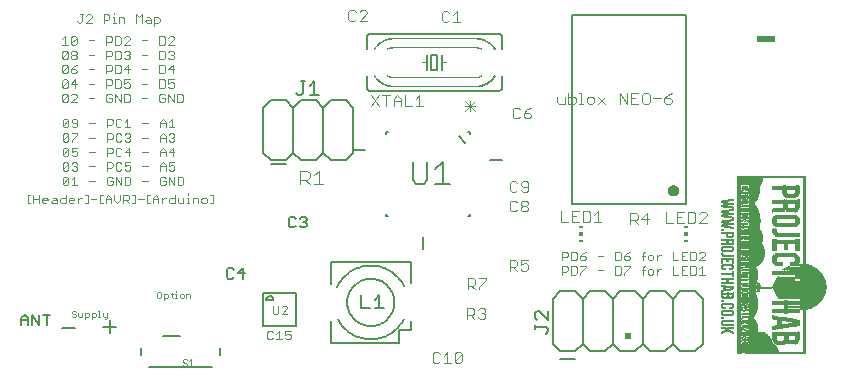
<source format=gto>
G75*
G70*
%OFA0B0*%
%FSLAX24Y24*%
%IPPOS*%
%LPD*%
%AMOC8*
5,1,8,0,0,1.08239X$1,22.5*
%
%ADD10C,0.0070*%
%ADD11C,0.0060*%
%ADD12C,0.0040*%
%ADD13C,0.0030*%
%ADD14C,0.0080*%
%ADD15C,0.0050*%
%ADD16C,0.0157*%
%ADD17C,0.0001*%
%ADD18C,0.0020*%
%ADD19R,0.0591X0.0236*%
%ADD20R,0.0200X0.0200*%
%ADD21R,0.0118X0.0059*%
%ADD22R,0.0118X0.0118*%
%ADD23R,0.0005X0.0065*%
%ADD24R,0.0005X0.0070*%
%ADD25R,0.0005X0.0090*%
%ADD26R,0.0005X0.0085*%
%ADD27R,0.0005X0.0060*%
%ADD28R,0.0005X0.0095*%
%ADD29R,0.0005X0.0175*%
%ADD30R,0.0005X0.0140*%
%ADD31R,0.0005X0.0115*%
%ADD32R,0.0005X0.0075*%
%ADD33R,0.0005X0.0110*%
%ADD34R,0.0005X0.0055*%
%ADD35R,0.0005X0.0155*%
%ADD36R,0.0005X0.0130*%
%ADD37R,0.0005X0.0165*%
%ADD38R,0.0005X0.0125*%
%ADD39R,0.0005X0.0170*%
%ADD40R,0.0005X0.0145*%
%ADD41R,0.0005X0.0150*%
%ADD42R,0.0005X0.0100*%
%ADD43R,0.0005X0.0160*%
%ADD44R,0.0005X0.0180*%
%ADD45R,0.0005X0.0105*%
%ADD46R,0.0005X0.0185*%
%ADD47R,0.0005X0.0190*%
%ADD48R,0.0005X0.0195*%
%ADD49R,0.0005X0.0080*%
%ADD50R,0.0005X0.0200*%
%ADD51R,0.0005X0.0050*%
%ADD52R,0.0005X0.0045*%
%ADD53R,0.0005X0.0135*%
%ADD54R,0.0005X0.0120*%
%ADD55R,0.0005X0.0040*%
%ADD56R,0.0005X0.0035*%
%ADD57R,0.0005X0.5910*%
%ADD58R,0.0005X0.1715*%
%ADD59R,0.0005X0.0870*%
%ADD60R,0.0005X0.0970*%
%ADD61R,0.0005X0.1105*%
%ADD62R,0.0005X0.0550*%
%ADD63R,0.0005X0.0325*%
%ADD64R,0.0005X0.0300*%
%ADD65R,0.0005X0.0025*%
%ADD66R,0.0005X0.0020*%
%ADD67R,0.0005X0.0315*%
%ADD68R,0.0005X0.0305*%
%ADD69R,0.0005X0.0030*%
%ADD70R,0.0005X0.0015*%
%ADD71R,0.0005X0.0235*%
%ADD72R,0.0005X0.0010*%
%ADD73R,0.0005X0.0005*%
%ADD74R,0.0005X0.0395*%
%ADD75R,0.0005X0.0205*%
%ADD76R,0.0005X0.0210*%
%ADD77R,0.0005X0.0390*%
%ADD78R,0.0005X0.0215*%
%ADD79R,0.0005X0.0385*%
%ADD80R,0.0005X0.0310*%
%ADD81R,0.0005X0.0320*%
%ADD82R,0.0005X0.1735*%
%ADD83R,0.0005X0.0855*%
%ADD84R,0.0005X0.1305*%
%ADD85R,0.0005X0.0365*%
%ADD86R,0.0005X0.0555*%
%ADD87R,0.0005X0.0335*%
%ADD88R,0.0005X0.3685*%
%ADD89R,0.0005X0.2220*%
%ADD90R,0.0005X0.3680*%
%ADD91R,0.0005X0.2215*%
%ADD92R,0.0005X0.3675*%
%ADD93R,0.0005X0.2210*%
%ADD94R,0.0005X0.2205*%
%ADD95R,0.0005X0.3670*%
%ADD96R,0.0005X0.2200*%
%ADD97R,0.0005X0.2195*%
%ADD98R,0.0005X0.3665*%
%ADD99R,0.0005X0.2190*%
%ADD100R,0.0005X0.3660*%
%ADD101R,0.0005X0.2185*%
%ADD102R,0.0005X0.2180*%
%ADD103R,0.0005X0.3655*%
%ADD104R,0.0005X0.2175*%
%ADD105R,0.0005X0.3650*%
%ADD106R,0.0005X0.2165*%
%ADD107R,0.0005X0.2160*%
%ADD108R,0.0005X0.3645*%
%ADD109R,0.0005X0.2155*%
%ADD110R,0.0005X0.3640*%
%ADD111R,0.0005X0.2150*%
%ADD112R,0.0005X0.3635*%
%ADD113R,0.0005X0.2145*%
%ADD114R,0.0005X0.2135*%
%ADD115R,0.0005X0.3630*%
%ADD116R,0.0005X0.2130*%
%ADD117R,0.0005X0.3625*%
%ADD118R,0.0005X0.2125*%
%ADD119R,0.0005X0.3620*%
%ADD120R,0.0005X0.2120*%
%ADD121R,0.0005X0.3615*%
%ADD122R,0.0005X0.2110*%
%ADD123R,0.0005X0.3610*%
%ADD124R,0.0005X0.0920*%
%ADD125R,0.0005X0.1175*%
%ADD126R,0.0005X0.3605*%
%ADD127R,0.0005X0.0900*%
%ADD128R,0.0005X0.1170*%
%ADD129R,0.0005X0.3600*%
%ADD130R,0.0005X0.0890*%
%ADD131R,0.0005X0.1165*%
%ADD132R,0.0005X0.3595*%
%ADD133R,0.0005X0.0875*%
%ADD134R,0.0005X0.1160*%
%ADD135R,0.0005X0.3590*%
%ADD136R,0.0005X0.0860*%
%ADD137R,0.0005X0.1155*%
%ADD138R,0.0005X0.3585*%
%ADD139R,0.0005X0.0840*%
%ADD140R,0.0005X0.1150*%
%ADD141R,0.0005X0.3580*%
%ADD142R,0.0005X0.0830*%
%ADD143R,0.0005X0.1145*%
%ADD144R,0.0005X0.0895*%
%ADD145R,0.0005X0.2675*%
%ADD146R,0.0005X0.0220*%
%ADD147R,0.0005X0.0810*%
%ADD148R,0.0005X0.1135*%
%ADD149R,0.0005X0.2665*%
%ADD150R,0.0005X0.0795*%
%ADD151R,0.0005X0.1130*%
%ADD152R,0.0005X0.0880*%
%ADD153R,0.0005X0.2650*%
%ADD154R,0.0005X0.0245*%
%ADD155R,0.0005X0.0780*%
%ADD156R,0.0005X0.1125*%
%ADD157R,0.0005X0.2635*%
%ADD158R,0.0005X0.0260*%
%ADD159R,0.0005X0.0760*%
%ADD160R,0.0005X0.1120*%
%ADD161R,0.0005X0.2620*%
%ADD162R,0.0005X0.0275*%
%ADD163R,0.0005X0.0740*%
%ADD164R,0.0005X0.1110*%
%ADD165R,0.0005X0.2610*%
%ADD166R,0.0005X0.0720*%
%ADD167R,0.0005X0.2590*%
%ADD168R,0.0005X0.0700*%
%ADD169R,0.0005X0.1100*%
%ADD170R,0.0005X0.0850*%
%ADD171R,0.0005X0.2580*%
%ADD172R,0.0005X0.0680*%
%ADD173R,0.0005X0.1090*%
%ADD174R,0.0005X0.2560*%
%ADD175R,0.0005X0.0660*%
%ADD176R,0.0005X0.1080*%
%ADD177R,0.0005X0.0835*%
%ADD178R,0.0005X0.2045*%
%ADD179R,0.0005X0.0490*%
%ADD180R,0.0005X0.0640*%
%ADD181R,0.0005X0.1075*%
%ADD182R,0.0005X0.0825*%
%ADD183R,0.0005X0.2035*%
%ADD184R,0.0005X0.0470*%
%ADD185R,0.0005X0.0620*%
%ADD186R,0.0005X0.1065*%
%ADD187R,0.0005X0.0820*%
%ADD188R,0.0005X0.2025*%
%ADD189R,0.0005X0.0450*%
%ADD190R,0.0005X0.0590*%
%ADD191R,0.0005X0.1055*%
%ADD192R,0.0005X0.2015*%
%ADD193R,0.0005X0.0430*%
%ADD194R,0.0005X0.0570*%
%ADD195R,0.0005X0.1045*%
%ADD196R,0.0005X0.0805*%
%ADD197R,0.0005X0.2000*%
%ADD198R,0.0005X0.0415*%
%ADD199R,0.0005X0.0540*%
%ADD200R,0.0005X0.1035*%
%ADD201R,0.0005X0.1990*%
%ADD202R,0.0005X0.0510*%
%ADD203R,0.0005X0.1025*%
%ADD204R,0.0005X0.0785*%
%ADD205R,0.0005X0.1975*%
%ADD206R,0.0005X0.0370*%
%ADD207R,0.0005X0.0480*%
%ADD208R,0.0005X0.1015*%
%ADD209R,0.0005X0.1965*%
%ADD210R,0.0005X0.0345*%
%ADD211R,0.0005X0.1005*%
%ADD212R,0.0005X0.0770*%
%ADD213R,0.0005X0.1950*%
%ADD214R,0.0005X0.0410*%
%ADD215R,0.0005X0.0990*%
%ADD216R,0.0005X0.1935*%
%ADD217R,0.0005X0.0290*%
%ADD218R,0.0005X0.0380*%
%ADD219R,0.0005X0.0975*%
%ADD220R,0.0005X0.0750*%
%ADD221R,0.0005X0.1925*%
%ADD222R,0.0005X0.0255*%
%ADD223R,0.0005X0.0330*%
%ADD224R,0.0005X0.0960*%
%ADD225R,0.0005X0.1910*%
%ADD226R,0.0005X0.0280*%
%ADD227R,0.0005X0.0940*%
%ADD228R,0.0005X0.0730*%
%ADD229R,0.0005X0.1895*%
%ADD230R,0.0005X0.0250*%
%ADD231R,0.0005X0.0915*%
%ADD232R,0.0005X0.0715*%
%ADD233R,0.0005X0.1880*%
%ADD234R,0.0005X0.0745*%
%ADD235R,0.0005X0.0705*%
%ADD236R,0.0005X0.1865*%
%ADD237R,0.0005X0.0265*%
%ADD238R,0.0005X0.0695*%
%ADD239R,0.0005X0.1850*%
%ADD240R,0.0005X0.0270*%
%ADD241R,0.0005X0.1830*%
%ADD242R,0.0005X0.0665*%
%ADD243R,0.0005X0.1810*%
%ADD244R,0.0005X0.0650*%
%ADD245R,0.0005X0.1795*%
%ADD246R,0.0005X0.0635*%
%ADD247R,0.0005X0.1775*%
%ADD248R,0.0005X0.0615*%
%ADD249R,0.0005X0.1755*%
%ADD250R,0.0005X0.0595*%
%ADD251R,0.0005X0.1730*%
%ADD252R,0.0005X0.0520*%
%ADD253R,0.0005X0.0240*%
%ADD254R,0.0005X0.0225*%
%ADD255R,0.0005X0.1140*%
%ADD256R,0.0005X0.0295*%
%ADD257R,0.0005X0.0735*%
%ADD258R,0.0005X0.1010*%
%ADD259R,0.0005X0.0995*%
%ADD260R,0.0005X0.0605*%
%ADD261R,0.0005X0.0725*%
%ADD262R,0.0005X0.0560*%
%ADD263R,0.0005X0.0500*%
%ADD264R,0.0005X0.0460*%
%ADD265R,0.0005X0.0435*%
%ADD266R,0.0005X0.0710*%
%ADD267R,0.0005X0.0360*%
%ADD268R,0.0005X0.0690*%
%ADD269R,0.0005X0.0685*%
%ADD270R,0.0005X0.0675*%
%ADD271R,0.0005X0.0670*%
%ADD272R,0.0005X0.0655*%
%ADD273R,0.0005X0.0645*%
%ADD274R,0.0005X0.0630*%
%ADD275R,0.0005X0.0625*%
%ADD276R,0.0005X0.0610*%
%ADD277R,0.0005X0.0600*%
%ADD278R,0.0005X0.0580*%
%ADD279R,0.0005X0.0575*%
%ADD280R,0.0005X0.0565*%
%ADD281R,0.0005X0.0545*%
%ADD282R,0.0005X0.0535*%
%ADD283R,0.0005X0.0525*%
%ADD284R,0.0005X0.0505*%
%ADD285R,0.0005X0.0495*%
%ADD286R,0.0005X0.0425*%
%ADD287R,0.0005X0.0375*%
%ADD288R,0.0005X0.0355*%
%ADD289R,0.0005X0.0350*%
%ADD290R,0.0005X0.0340*%
%ADD291R,0.0005X0.0285*%
%ADD292R,0.0005X0.0230*%
%ADD293R,0.0005X0.0400*%
%ADD294R,0.0005X0.0405*%
%ADD295R,0.0005X0.0455*%
%ADD296R,0.0005X0.0475*%
%ADD297R,0.0005X0.0420*%
%ADD298R,0.0005X0.0755*%
%ADD299R,0.0005X0.1565*%
%ADD300R,0.0005X0.1560*%
%ADD301R,0.0005X0.1555*%
%ADD302R,0.0005X0.1545*%
%ADD303R,0.0005X0.1535*%
%ADD304R,0.0005X0.1530*%
%ADD305R,0.0005X0.1525*%
%ADD306R,0.0005X0.1520*%
%ADD307R,0.0005X0.1515*%
%ADD308R,0.0005X0.1510*%
%ADD309R,0.0005X0.1505*%
%ADD310R,0.0005X0.1500*%
%ADD311R,0.0005X0.1495*%
%ADD312R,0.0005X0.1485*%
%ADD313R,0.0005X0.1475*%
%ADD314R,0.0005X0.1465*%
%ADD315R,0.0005X0.1455*%
%ADD316R,0.0005X0.1445*%
%ADD317R,0.0005X0.1440*%
%ADD318R,0.0005X0.1435*%
%ADD319R,0.0005X0.1425*%
%ADD320R,0.0005X0.1420*%
%ADD321R,0.0005X0.1415*%
%ADD322R,0.0005X0.1405*%
%ADD323R,0.0005X0.1395*%
%ADD324R,0.0005X0.1385*%
%ADD325R,0.0005X0.1375*%
%ADD326R,0.0005X0.1365*%
%ADD327R,0.0005X0.1355*%
%ADD328R,0.0005X0.1345*%
%ADD329R,0.0005X0.1335*%
%ADD330R,0.0005X0.1330*%
%ADD331R,0.0005X0.1325*%
%ADD332R,0.0005X0.1315*%
%ADD333R,0.0005X0.1300*%
%ADD334R,0.0005X0.1295*%
%ADD335R,0.0005X0.1285*%
%ADD336R,0.0005X0.1275*%
%ADD337R,0.0005X0.1265*%
%ADD338R,0.0005X0.1255*%
%ADD339R,0.0005X0.1245*%
%ADD340R,0.0005X0.1240*%
%ADD341R,0.0005X0.1235*%
%ADD342R,0.0005X0.1225*%
%ADD343R,0.0005X0.1215*%
%ADD344R,0.0005X0.1205*%
%ADD345R,0.0005X0.1195*%
%ADD346R,0.0005X0.1185*%
%ADD347R,0.0005X0.1180*%
%ADD348R,0.0005X0.1115*%
%ADD349R,0.0005X0.1095*%
%ADD350R,0.0005X0.1085*%
%ADD351R,0.0005X0.0985*%
%ADD352R,0.0005X0.0965*%
%ADD353R,0.0005X0.0955*%
%ADD354R,0.0005X0.0925*%
%ADD355R,0.0005X0.0905*%
%ADD356R,0.0005X0.0885*%
%ADD357R,0.0005X0.0865*%
%ADD358R,0.0005X0.0845*%
%ADD359R,0.0005X0.0815*%
%ADD360R,0.0005X0.0765*%
%ADD361R,0.0005X0.0465*%
D10*
X000583Y002110D02*
X000583Y002331D01*
X000693Y002441D01*
X000803Y002331D01*
X000803Y002110D01*
X000951Y002110D02*
X000951Y002441D01*
X001171Y002110D01*
X001171Y002441D01*
X001319Y002441D02*
X001540Y002441D01*
X001429Y002441D02*
X001429Y002110D01*
X000803Y002276D02*
X000583Y002276D01*
D11*
X003538Y002265D02*
X003538Y001838D01*
X003325Y002051D02*
X003752Y002051D01*
X002367Y002009D02*
X001940Y002009D01*
X011918Y002662D02*
X012212Y002662D01*
X012378Y002662D02*
X012672Y002662D01*
X012525Y002662D02*
X012525Y003103D01*
X012378Y002956D01*
X011918Y003103D02*
X011918Y002662D01*
X013985Y004646D02*
X013985Y005046D01*
X012805Y005746D02*
X012735Y005746D01*
X012735Y005816D01*
X015465Y005746D02*
X015535Y005746D01*
X015535Y005816D01*
X016225Y007616D02*
X016625Y007616D01*
X015385Y008186D02*
X015175Y008396D01*
X015465Y008546D02*
X015535Y008546D01*
X015535Y008476D01*
X012805Y008546D02*
X012735Y008546D01*
X012735Y008476D01*
X012045Y007946D02*
X011645Y007946D01*
X012203Y009922D02*
X016503Y009922D01*
X016520Y009924D01*
X016537Y009928D01*
X016553Y009935D01*
X016567Y009945D01*
X016580Y009958D01*
X016590Y009972D01*
X016597Y009988D01*
X016601Y010005D01*
X016603Y010022D01*
X016603Y010422D01*
X016603Y011322D02*
X016603Y011722D01*
X016601Y011739D01*
X016597Y011756D01*
X016590Y011772D01*
X016580Y011786D01*
X016567Y011799D01*
X016553Y011809D01*
X016537Y011816D01*
X016520Y011820D01*
X016503Y011822D01*
X012203Y011822D01*
X012186Y011820D01*
X012169Y011816D01*
X012153Y011809D01*
X012139Y011799D01*
X012126Y011786D01*
X012116Y011772D01*
X012109Y011756D01*
X012105Y011739D01*
X012103Y011722D01*
X012103Y011322D01*
X012103Y010422D02*
X012103Y010022D01*
X012105Y010005D01*
X012109Y009988D01*
X012116Y009972D01*
X012126Y009958D01*
X012139Y009945D01*
X012153Y009935D01*
X012169Y009928D01*
X012186Y009924D01*
X012203Y009922D01*
X014103Y010622D02*
X014103Y010872D01*
X014103Y011122D01*
X014253Y011122D02*
X014453Y011122D01*
X014453Y010622D01*
X014253Y010622D01*
X014253Y011122D01*
X014603Y011122D02*
X014603Y010872D01*
X014603Y010622D01*
X018551Y003239D02*
X019051Y003239D01*
X019301Y002989D01*
X019301Y001489D01*
X019551Y001239D01*
X020051Y001239D01*
X020301Y001489D01*
X020301Y002989D01*
X020551Y003239D01*
X021051Y003239D01*
X021301Y002989D01*
X021301Y001489D01*
X021551Y001239D01*
X022051Y001239D01*
X022301Y001489D01*
X022551Y001239D01*
X023051Y001239D01*
X023301Y001489D01*
X023301Y002989D01*
X023051Y003239D01*
X022551Y003239D01*
X022301Y002989D01*
X022301Y001489D01*
X021301Y001489D02*
X021051Y001239D01*
X020551Y001239D01*
X020301Y001489D01*
X019301Y001489D02*
X019051Y001239D01*
X018551Y001239D01*
X018301Y001489D01*
X018301Y002989D01*
X018551Y003239D01*
X019301Y002989D02*
X019551Y003239D01*
X020051Y003239D01*
X020301Y002989D01*
X021301Y002989D02*
X021551Y003239D01*
X022051Y003239D01*
X022301Y002989D01*
D12*
X022302Y003793D02*
X022489Y003793D01*
X022596Y003793D02*
X022783Y003793D01*
X022891Y003793D02*
X023031Y003793D01*
X023078Y003840D01*
X023078Y004027D01*
X023031Y004074D01*
X022891Y004074D01*
X022891Y003793D01*
X022690Y003934D02*
X022596Y003934D01*
X022596Y004074D02*
X022596Y003793D01*
X022302Y003793D02*
X022302Y004074D01*
X022596Y004074D02*
X022783Y004074D01*
X023186Y003980D02*
X023279Y004074D01*
X023279Y003793D01*
X023186Y003793D02*
X023373Y003793D01*
X023373Y004273D02*
X023186Y004273D01*
X023373Y004460D01*
X023373Y004507D01*
X023326Y004554D01*
X023232Y004554D01*
X023186Y004507D01*
X023078Y004507D02*
X023031Y004554D01*
X022891Y004554D01*
X022891Y004273D01*
X023031Y004273D01*
X023078Y004320D01*
X023078Y004507D01*
X022783Y004554D02*
X022596Y004554D01*
X022596Y004273D01*
X022783Y004273D01*
X022690Y004414D02*
X022596Y004414D01*
X022489Y004273D02*
X022302Y004273D01*
X022302Y004554D01*
X021902Y004460D02*
X021855Y004460D01*
X021762Y004367D01*
X021762Y004460D02*
X021762Y004273D01*
X021654Y004320D02*
X021654Y004414D01*
X021607Y004460D01*
X021514Y004460D01*
X021467Y004414D01*
X021467Y004320D01*
X021514Y004273D01*
X021607Y004273D01*
X021654Y004320D01*
X021364Y004414D02*
X021270Y004414D01*
X021317Y004507D02*
X021317Y004273D01*
X020868Y004320D02*
X020868Y004367D01*
X020821Y004414D01*
X020681Y004414D01*
X020681Y004320D01*
X020728Y004273D01*
X020821Y004273D01*
X020868Y004320D01*
X020775Y004507D02*
X020681Y004414D01*
X020775Y004507D02*
X020868Y004554D01*
X020573Y004507D02*
X020527Y004554D01*
X020386Y004554D01*
X020386Y004273D01*
X020527Y004273D01*
X020573Y004320D01*
X020573Y004507D01*
X019984Y004414D02*
X019797Y004414D01*
X019395Y004367D02*
X019395Y004320D01*
X019348Y004273D01*
X019255Y004273D01*
X019208Y004320D01*
X019208Y004414D01*
X019348Y004414D01*
X019395Y004367D01*
X019301Y004507D02*
X019208Y004414D01*
X019301Y004507D02*
X019395Y004554D01*
X019100Y004507D02*
X019053Y004554D01*
X018913Y004554D01*
X018913Y004273D01*
X019053Y004273D01*
X019100Y004320D01*
X019100Y004507D01*
X018805Y004507D02*
X018805Y004414D01*
X018759Y004367D01*
X018619Y004367D01*
X018619Y004273D02*
X018619Y004554D01*
X018759Y004554D01*
X018805Y004507D01*
X018759Y004074D02*
X018619Y004074D01*
X018619Y003793D01*
X018619Y003887D02*
X018759Y003887D01*
X018805Y003934D01*
X018805Y004027D01*
X018759Y004074D01*
X018913Y004074D02*
X019053Y004074D01*
X019100Y004027D01*
X019100Y003840D01*
X019053Y003793D01*
X018913Y003793D01*
X018913Y004074D01*
X019208Y004074D02*
X019395Y004074D01*
X019395Y004027D01*
X019208Y003840D01*
X019208Y003793D01*
X019797Y003934D02*
X019984Y003934D01*
X020386Y004074D02*
X020386Y003793D01*
X020527Y003793D01*
X020573Y003840D01*
X020573Y004027D01*
X020527Y004074D01*
X020386Y004074D01*
X020681Y004074D02*
X020868Y004074D01*
X020868Y004027D01*
X020681Y003840D01*
X020681Y003793D01*
X021270Y003934D02*
X021364Y003934D01*
X021467Y003934D02*
X021467Y003840D01*
X021514Y003793D01*
X021607Y003793D01*
X021654Y003840D01*
X021654Y003934D01*
X021607Y003980D01*
X021514Y003980D01*
X021467Y003934D01*
X021364Y004074D02*
X021317Y004027D01*
X021317Y003793D01*
X021762Y003793D02*
X021762Y003980D01*
X021855Y003980D02*
X021902Y003980D01*
X021855Y003980D02*
X021762Y003887D01*
X021317Y004507D02*
X021364Y004554D01*
X021439Y005477D02*
X021439Y005838D01*
X021259Y005657D01*
X021499Y005657D01*
X021131Y005657D02*
X021131Y005777D01*
X021071Y005838D01*
X020891Y005838D01*
X020891Y005477D01*
X020891Y005597D02*
X021071Y005597D01*
X021131Y005657D01*
X021011Y005597D02*
X021131Y005477D01*
X022082Y005521D02*
X022082Y005882D01*
X022450Y005882D02*
X022450Y005521D01*
X022690Y005521D01*
X022818Y005521D02*
X022998Y005521D01*
X023059Y005581D01*
X023059Y005821D01*
X022998Y005882D01*
X022818Y005882D01*
X022818Y005521D01*
X022570Y005701D02*
X022450Y005701D01*
X022322Y005521D02*
X022082Y005521D01*
X022450Y005882D02*
X022690Y005882D01*
X023187Y005821D02*
X023247Y005882D01*
X023367Y005882D01*
X023427Y005821D01*
X023427Y005761D01*
X023187Y005521D01*
X023427Y005521D01*
X019923Y005553D02*
X019683Y005553D01*
X019803Y005553D02*
X019803Y005913D01*
X019683Y005793D01*
X019555Y005853D02*
X019555Y005613D01*
X019495Y005553D01*
X019315Y005553D01*
X019315Y005913D01*
X019495Y005913D01*
X019555Y005853D01*
X019187Y005913D02*
X018946Y005913D01*
X018946Y005553D01*
X019187Y005553D01*
X018818Y005553D02*
X018578Y005553D01*
X018578Y005913D01*
X018946Y005733D02*
X019066Y005733D01*
X017469Y005960D02*
X017409Y005900D01*
X017289Y005900D01*
X017229Y005960D01*
X017229Y006020D01*
X017289Y006080D01*
X017409Y006080D01*
X017469Y006020D01*
X017469Y005960D01*
X017409Y006080D02*
X017469Y006140D01*
X017469Y006200D01*
X017409Y006260D01*
X017289Y006260D01*
X017229Y006200D01*
X017229Y006140D01*
X017289Y006080D01*
X017101Y005960D02*
X017041Y005900D01*
X016920Y005900D01*
X016860Y005960D01*
X016860Y006200D01*
X016920Y006260D01*
X017041Y006260D01*
X017101Y006200D01*
X017058Y006538D02*
X016937Y006538D01*
X016877Y006598D01*
X016877Y006839D01*
X016937Y006899D01*
X017058Y006899D01*
X017118Y006839D01*
X017246Y006839D02*
X017246Y006779D01*
X017306Y006719D01*
X017486Y006719D01*
X017486Y006839D02*
X017486Y006598D01*
X017426Y006538D01*
X017306Y006538D01*
X017246Y006598D01*
X017118Y006598D02*
X017058Y006538D01*
X017246Y006839D02*
X017306Y006899D01*
X017426Y006899D01*
X017486Y006839D01*
X017513Y008996D02*
X017573Y009056D01*
X017573Y009116D01*
X017513Y009176D01*
X017333Y009176D01*
X017333Y009056D01*
X017393Y008996D01*
X017513Y008996D01*
X017333Y009176D02*
X017453Y009296D01*
X017573Y009357D01*
X017205Y009296D02*
X017145Y009357D01*
X017025Y009357D01*
X016965Y009296D01*
X016965Y009056D01*
X017025Y008996D01*
X017145Y008996D01*
X017205Y009056D01*
X013970Y009412D02*
X013730Y009412D01*
X013850Y009412D02*
X013850Y009773D01*
X013730Y009652D01*
X013602Y009412D02*
X013361Y009412D01*
X013361Y009773D01*
X013233Y009652D02*
X013233Y009412D01*
X013233Y009592D02*
X012993Y009592D01*
X012993Y009652D02*
X013113Y009773D01*
X013233Y009652D01*
X012993Y009652D02*
X012993Y009412D01*
X012745Y009412D02*
X012745Y009773D01*
X012625Y009773D02*
X012865Y009773D01*
X012497Y009773D02*
X012256Y009412D01*
X012497Y009412D02*
X012256Y009773D01*
X010506Y007258D02*
X010506Y006797D01*
X010659Y006797D02*
X010352Y006797D01*
X010199Y006797D02*
X010045Y006951D01*
X010122Y006951D02*
X009892Y006951D01*
X010122Y006951D02*
X010199Y007027D01*
X010199Y007181D01*
X010122Y007258D01*
X009892Y007258D01*
X009892Y006797D01*
X010352Y007104D02*
X010506Y007258D01*
X006977Y006449D02*
X006977Y006169D01*
X006883Y006169D01*
X006775Y006215D02*
X006775Y006309D01*
X006729Y006355D01*
X006635Y006355D01*
X006588Y006309D01*
X006588Y006215D01*
X006635Y006169D01*
X006729Y006169D01*
X006775Y006215D01*
X006481Y006169D02*
X006481Y006309D01*
X006434Y006355D01*
X006294Y006355D01*
X006294Y006169D01*
X006191Y006169D02*
X006097Y006169D01*
X006144Y006169D02*
X006144Y006355D01*
X006097Y006355D01*
X006144Y006449D02*
X006144Y006496D01*
X005990Y006355D02*
X005990Y006169D01*
X005849Y006169D01*
X005803Y006215D01*
X005803Y006355D01*
X005695Y006355D02*
X005555Y006355D01*
X005508Y006309D01*
X005508Y006215D01*
X005555Y006169D01*
X005695Y006169D01*
X005695Y006449D01*
X005403Y006355D02*
X005356Y006355D01*
X005263Y006262D01*
X005263Y006169D02*
X005263Y006355D01*
X005155Y006355D02*
X005155Y006169D01*
X005155Y006309D02*
X004968Y006309D01*
X004968Y006355D02*
X005061Y006449D01*
X005155Y006355D01*
X004968Y006355D02*
X004968Y006169D01*
X004865Y006169D02*
X004771Y006169D01*
X004771Y006449D01*
X004865Y006449D01*
X004664Y006309D02*
X004477Y006309D01*
X004374Y006449D02*
X004280Y006449D01*
X004374Y006449D02*
X004374Y006169D01*
X004280Y006169D01*
X004173Y006169D02*
X004079Y006262D01*
X004126Y006262D02*
X003986Y006262D01*
X003986Y006169D02*
X003986Y006449D01*
X004126Y006449D01*
X004173Y006402D01*
X004173Y006309D01*
X004126Y006262D01*
X003878Y006262D02*
X003784Y006169D01*
X003691Y006262D01*
X003691Y006449D01*
X003583Y006355D02*
X003490Y006449D01*
X003396Y006355D01*
X003396Y006169D01*
X003293Y006169D02*
X003200Y006169D01*
X003200Y006449D01*
X003293Y006449D01*
X003396Y006309D02*
X003583Y006309D01*
X003583Y006355D02*
X003583Y006169D01*
X003878Y006262D02*
X003878Y006449D01*
X003921Y006778D02*
X003921Y007058D01*
X004029Y007058D02*
X004169Y007058D01*
X004215Y007011D01*
X004215Y006824D01*
X004169Y006778D01*
X004029Y006778D01*
X004029Y007058D01*
X003734Y007058D02*
X003921Y006778D01*
X003734Y006778D02*
X003734Y007058D01*
X003626Y007011D02*
X003579Y007058D01*
X003486Y007058D01*
X003439Y007011D01*
X003439Y006824D01*
X003486Y006778D01*
X003579Y006778D01*
X003626Y006824D01*
X003626Y006918D01*
X003533Y006918D01*
X003037Y006918D02*
X002850Y006918D01*
X002448Y006778D02*
X002261Y006778D01*
X002354Y006778D02*
X002354Y007058D01*
X002261Y006965D01*
X002153Y007011D02*
X001966Y006824D01*
X002013Y006778D01*
X002106Y006778D01*
X002153Y006824D01*
X002153Y007011D01*
X002106Y007058D01*
X002013Y007058D01*
X001966Y007011D01*
X001966Y006824D01*
X002061Y006449D02*
X002061Y006169D01*
X001921Y006169D01*
X001874Y006215D01*
X001874Y006309D01*
X001921Y006355D01*
X002061Y006355D01*
X002169Y006309D02*
X002215Y006355D01*
X002309Y006355D01*
X002355Y006309D01*
X002355Y006262D01*
X002169Y006262D01*
X002169Y006215D02*
X002169Y006309D01*
X002169Y006215D02*
X002215Y006169D01*
X002309Y006169D01*
X002463Y006169D02*
X002463Y006355D01*
X002463Y006262D02*
X002557Y006355D01*
X002603Y006355D01*
X002709Y006449D02*
X002802Y006449D01*
X002802Y006169D01*
X002709Y006169D01*
X002905Y006309D02*
X003092Y006309D01*
X001766Y006309D02*
X001766Y006169D01*
X001626Y006169D01*
X001579Y006215D01*
X001626Y006262D01*
X001766Y006262D01*
X001766Y006309D02*
X001719Y006355D01*
X001626Y006355D01*
X001472Y006309D02*
X001472Y006262D01*
X001285Y006262D01*
X001285Y006215D02*
X001285Y006309D01*
X001331Y006355D01*
X001425Y006355D01*
X001472Y006309D01*
X001425Y006169D02*
X001331Y006169D01*
X001285Y006215D01*
X001177Y006169D02*
X001177Y006449D01*
X001177Y006309D02*
X000990Y006309D01*
X000990Y006169D02*
X000990Y006449D01*
X000887Y006449D02*
X000794Y006449D01*
X000794Y006169D01*
X000887Y006169D01*
X002013Y007258D02*
X001966Y007304D01*
X002153Y007491D01*
X002153Y007304D01*
X002106Y007258D01*
X002013Y007258D01*
X001966Y007304D02*
X001966Y007491D01*
X002013Y007538D01*
X002106Y007538D01*
X002153Y007491D01*
X002261Y007491D02*
X002307Y007538D01*
X002401Y007538D01*
X002448Y007491D01*
X002448Y007445D01*
X002401Y007398D01*
X002448Y007351D01*
X002448Y007304D01*
X002401Y007258D01*
X002307Y007258D01*
X002261Y007304D01*
X002354Y007398D02*
X002401Y007398D01*
X002850Y007398D02*
X003037Y007398D01*
X003439Y007351D02*
X003579Y007351D01*
X003626Y007398D01*
X003626Y007491D01*
X003579Y007538D01*
X003439Y007538D01*
X003439Y007258D01*
X003734Y007304D02*
X003781Y007258D01*
X003874Y007258D01*
X003921Y007304D01*
X004029Y007304D02*
X004075Y007258D01*
X004169Y007258D01*
X004215Y007304D01*
X004215Y007398D01*
X004169Y007445D01*
X004122Y007445D01*
X004029Y007398D01*
X004029Y007538D01*
X004215Y007538D01*
X004169Y007738D02*
X004169Y008018D01*
X004029Y007878D01*
X004215Y007878D01*
X003921Y007971D02*
X003874Y008018D01*
X003781Y008018D01*
X003734Y007971D01*
X003734Y007784D01*
X003781Y007738D01*
X003874Y007738D01*
X003921Y007784D01*
X003626Y007878D02*
X003626Y007971D01*
X003579Y008018D01*
X003439Y008018D01*
X003439Y007738D01*
X003439Y007831D02*
X003579Y007831D01*
X003626Y007878D01*
X003781Y007538D02*
X003734Y007491D01*
X003734Y007304D01*
X003781Y007538D02*
X003874Y007538D01*
X003921Y007491D01*
X004618Y007398D02*
X004805Y007398D01*
X005207Y007398D02*
X005394Y007398D01*
X005394Y007445D02*
X005394Y007258D01*
X005502Y007304D02*
X005549Y007258D01*
X005642Y007258D01*
X005689Y007304D01*
X005689Y007398D01*
X005642Y007445D01*
X005595Y007445D01*
X005502Y007398D01*
X005502Y007538D01*
X005689Y007538D01*
X005642Y007738D02*
X005642Y008018D01*
X005502Y007878D01*
X005689Y007878D01*
X005394Y007878D02*
X005207Y007878D01*
X005207Y007925D02*
X005207Y007738D01*
X005394Y007738D02*
X005394Y007925D01*
X005301Y008018D01*
X005207Y007925D01*
X005207Y008218D02*
X005207Y008405D01*
X005301Y008498D01*
X005394Y008405D01*
X005394Y008218D01*
X005502Y008264D02*
X005549Y008218D01*
X005642Y008218D01*
X005689Y008264D01*
X005689Y008311D01*
X005642Y008358D01*
X005595Y008358D01*
X005642Y008358D02*
X005689Y008405D01*
X005689Y008451D01*
X005642Y008498D01*
X005549Y008498D01*
X005502Y008451D01*
X005394Y008358D02*
X005207Y008358D01*
X005207Y008698D02*
X005207Y008885D01*
X005301Y008978D01*
X005394Y008885D01*
X005394Y008698D01*
X005502Y008698D02*
X005689Y008698D01*
X005595Y008698D02*
X005595Y008978D01*
X005502Y008885D01*
X005394Y008838D02*
X005207Y008838D01*
X004805Y008838D02*
X004618Y008838D01*
X004215Y008698D02*
X004029Y008698D01*
X004122Y008698D02*
X004122Y008978D01*
X004029Y008885D01*
X003921Y008931D02*
X003874Y008978D01*
X003781Y008978D01*
X003734Y008931D01*
X003734Y008744D01*
X003781Y008698D01*
X003874Y008698D01*
X003921Y008744D01*
X003626Y008838D02*
X003579Y008791D01*
X003439Y008791D01*
X003439Y008698D02*
X003439Y008978D01*
X003579Y008978D01*
X003626Y008931D01*
X003626Y008838D01*
X003037Y008838D02*
X002850Y008838D01*
X002448Y008838D02*
X002307Y008838D01*
X002261Y008885D01*
X002261Y008931D01*
X002307Y008978D01*
X002401Y008978D01*
X002448Y008931D01*
X002448Y008744D01*
X002401Y008698D01*
X002307Y008698D01*
X002261Y008744D01*
X002153Y008744D02*
X002106Y008698D01*
X002013Y008698D01*
X001966Y008744D01*
X002153Y008931D01*
X002153Y008744D01*
X001966Y008744D02*
X001966Y008931D01*
X002013Y008978D01*
X002106Y008978D01*
X002153Y008931D01*
X002106Y008498D02*
X002013Y008498D01*
X001966Y008451D01*
X001966Y008264D01*
X002153Y008451D01*
X002153Y008264D01*
X002106Y008218D01*
X002013Y008218D01*
X001966Y008264D01*
X002261Y008264D02*
X002261Y008218D01*
X002261Y008264D02*
X002448Y008451D01*
X002448Y008498D01*
X002261Y008498D01*
X002153Y008451D02*
X002106Y008498D01*
X002850Y008358D02*
X003037Y008358D01*
X003439Y008311D02*
X003579Y008311D01*
X003626Y008358D01*
X003626Y008451D01*
X003579Y008498D01*
X003439Y008498D01*
X003439Y008218D01*
X003734Y008264D02*
X003781Y008218D01*
X003874Y008218D01*
X003921Y008264D01*
X004029Y008264D02*
X004075Y008218D01*
X004169Y008218D01*
X004215Y008264D01*
X004215Y008311D01*
X004169Y008358D01*
X004122Y008358D01*
X004169Y008358D02*
X004215Y008405D01*
X004215Y008451D01*
X004169Y008498D01*
X004075Y008498D01*
X004029Y008451D01*
X003921Y008451D02*
X003874Y008498D01*
X003781Y008498D01*
X003734Y008451D01*
X003734Y008264D01*
X003037Y007878D02*
X002850Y007878D01*
X002448Y007878D02*
X002401Y007925D01*
X002354Y007925D01*
X002261Y007878D01*
X002261Y008018D01*
X002448Y008018D01*
X002448Y007878D02*
X002448Y007784D01*
X002401Y007738D01*
X002307Y007738D01*
X002261Y007784D01*
X002153Y007784D02*
X002106Y007738D01*
X002013Y007738D01*
X001966Y007784D01*
X002153Y007971D01*
X002153Y007784D01*
X001966Y007784D02*
X001966Y007971D01*
X002013Y008018D01*
X002106Y008018D01*
X002153Y007971D01*
X004618Y007878D02*
X004805Y007878D01*
X005207Y007445D02*
X005301Y007538D01*
X005394Y007445D01*
X005207Y007445D02*
X005207Y007258D01*
X005254Y007058D02*
X005207Y007011D01*
X005207Y006824D01*
X005254Y006778D01*
X005347Y006778D01*
X005394Y006824D01*
X005394Y006918D01*
X005301Y006918D01*
X005394Y007011D02*
X005347Y007058D01*
X005254Y007058D01*
X005502Y007058D02*
X005689Y006778D01*
X005689Y007058D01*
X005797Y007058D02*
X005937Y007058D01*
X005983Y007011D01*
X005983Y006824D01*
X005937Y006778D01*
X005797Y006778D01*
X005797Y007058D01*
X005502Y007058D02*
X005502Y006778D01*
X004805Y006918D02*
X004618Y006918D01*
X006883Y006449D02*
X006977Y006449D01*
X004805Y008358D02*
X004618Y008358D01*
X004154Y009534D02*
X004014Y009534D01*
X004014Y009814D01*
X004154Y009814D01*
X004200Y009767D01*
X004200Y009580D01*
X004154Y009534D01*
X003906Y009534D02*
X003906Y009814D01*
X003719Y009814D02*
X003906Y009534D01*
X003719Y009534D02*
X003719Y009814D01*
X003611Y009767D02*
X003564Y009814D01*
X003471Y009814D01*
X003424Y009767D01*
X003424Y009580D01*
X003471Y009534D01*
X003564Y009534D01*
X003611Y009580D01*
X003611Y009674D01*
X003518Y009674D01*
X003424Y010014D02*
X003424Y010294D01*
X003564Y010294D01*
X003611Y010247D01*
X003611Y010154D01*
X003564Y010107D01*
X003424Y010107D01*
X003719Y010014D02*
X003859Y010014D01*
X003906Y010060D01*
X003906Y010247D01*
X003859Y010294D01*
X003719Y010294D01*
X003719Y010014D01*
X004014Y010060D02*
X004060Y010014D01*
X004154Y010014D01*
X004200Y010060D01*
X004200Y010154D01*
X004154Y010200D01*
X004107Y010200D01*
X004014Y010154D01*
X004014Y010294D01*
X004200Y010294D01*
X004603Y010154D02*
X004790Y010154D01*
X005192Y010294D02*
X005192Y010014D01*
X005332Y010014D01*
X005379Y010060D01*
X005379Y010247D01*
X005332Y010294D01*
X005192Y010294D01*
X005487Y010294D02*
X005487Y010154D01*
X005580Y010200D01*
X005627Y010200D01*
X005674Y010154D01*
X005674Y010060D01*
X005627Y010014D01*
X005534Y010014D01*
X005487Y010060D01*
X005487Y009814D02*
X005674Y009534D01*
X005674Y009814D01*
X005782Y009814D02*
X005922Y009814D01*
X005968Y009767D01*
X005968Y009580D01*
X005922Y009534D01*
X005782Y009534D01*
X005782Y009814D01*
X005487Y009814D02*
X005487Y009534D01*
X005379Y009580D02*
X005379Y009674D01*
X005286Y009674D01*
X005379Y009767D02*
X005332Y009814D01*
X005239Y009814D01*
X005192Y009767D01*
X005192Y009580D01*
X005239Y009534D01*
X005332Y009534D01*
X005379Y009580D01*
X004790Y009674D02*
X004603Y009674D01*
X005487Y010294D02*
X005674Y010294D01*
X005627Y010494D02*
X005627Y010774D01*
X005487Y010634D01*
X005674Y010634D01*
X005379Y010540D02*
X005379Y010727D01*
X005332Y010774D01*
X005192Y010774D01*
X005192Y010494D01*
X005332Y010494D01*
X005379Y010540D01*
X004790Y010634D02*
X004603Y010634D01*
X004200Y010634D02*
X004014Y010634D01*
X004154Y010774D01*
X004154Y010494D01*
X003906Y010540D02*
X003906Y010727D01*
X003859Y010774D01*
X003719Y010774D01*
X003719Y010494D01*
X003859Y010494D01*
X003906Y010540D01*
X003611Y010634D02*
X003564Y010587D01*
X003424Y010587D01*
X003424Y010494D02*
X003424Y010774D01*
X003564Y010774D01*
X003611Y010727D01*
X003611Y010634D01*
X003719Y010974D02*
X003859Y010974D01*
X003906Y011020D01*
X003906Y011207D01*
X003859Y011254D01*
X003719Y011254D01*
X003719Y010974D01*
X003611Y011114D02*
X003564Y011067D01*
X003424Y011067D01*
X003424Y010974D02*
X003424Y011254D01*
X003564Y011254D01*
X003611Y011207D01*
X003611Y011114D01*
X004014Y011207D02*
X004060Y011254D01*
X004154Y011254D01*
X004200Y011207D01*
X004200Y011160D01*
X004154Y011114D01*
X004200Y011067D01*
X004200Y011020D01*
X004154Y010974D01*
X004060Y010974D01*
X004014Y011020D01*
X004107Y011114D02*
X004154Y011114D01*
X004603Y011114D02*
X004790Y011114D01*
X005192Y011254D02*
X005192Y010974D01*
X005332Y010974D01*
X005379Y011020D01*
X005379Y011207D01*
X005332Y011254D01*
X005192Y011254D01*
X005487Y011207D02*
X005534Y011254D01*
X005627Y011254D01*
X005674Y011207D01*
X005674Y011160D01*
X005627Y011114D01*
X005674Y011067D01*
X005674Y011020D01*
X005627Y010974D01*
X005534Y010974D01*
X005487Y011020D01*
X005580Y011114D02*
X005627Y011114D01*
X005674Y011454D02*
X005487Y011454D01*
X005674Y011640D01*
X005674Y011687D01*
X005627Y011734D01*
X005534Y011734D01*
X005487Y011687D01*
X005379Y011687D02*
X005379Y011500D01*
X005332Y011454D01*
X005192Y011454D01*
X005192Y011734D01*
X005332Y011734D01*
X005379Y011687D01*
X004790Y011594D02*
X004603Y011594D01*
X004200Y011640D02*
X004200Y011687D01*
X004154Y011734D01*
X004060Y011734D01*
X004014Y011687D01*
X003906Y011687D02*
X003859Y011734D01*
X003719Y011734D01*
X003719Y011454D01*
X003859Y011454D01*
X003906Y011500D01*
X003906Y011687D01*
X004014Y011454D02*
X004200Y011640D01*
X004200Y011454D02*
X004014Y011454D01*
X003611Y011594D02*
X003564Y011547D01*
X003424Y011547D01*
X003424Y011454D02*
X003424Y011734D01*
X003564Y011734D01*
X003611Y011687D01*
X003611Y011594D01*
X003022Y011594D02*
X002835Y011594D01*
X002433Y011687D02*
X002433Y011500D01*
X002386Y011454D01*
X002292Y011454D01*
X002246Y011500D01*
X002433Y011687D01*
X002386Y011734D01*
X002292Y011734D01*
X002246Y011687D01*
X002246Y011500D01*
X002138Y011454D02*
X001951Y011454D01*
X002044Y011454D02*
X002044Y011734D01*
X001951Y011640D01*
X001998Y011254D02*
X002091Y011254D01*
X002138Y011207D01*
X001951Y011020D01*
X001998Y010974D01*
X002091Y010974D01*
X002138Y011020D01*
X002138Y011207D01*
X002246Y011207D02*
X002246Y011160D01*
X002292Y011114D01*
X002386Y011114D01*
X002433Y011067D01*
X002433Y011020D01*
X002386Y010974D01*
X002292Y010974D01*
X002246Y011020D01*
X002246Y011067D01*
X002292Y011114D01*
X002386Y011114D02*
X002433Y011160D01*
X002433Y011207D01*
X002386Y011254D01*
X002292Y011254D01*
X002246Y011207D01*
X001998Y011254D02*
X001951Y011207D01*
X001951Y011020D01*
X001998Y010774D02*
X002091Y010774D01*
X002138Y010727D01*
X001951Y010540D01*
X001998Y010494D01*
X002091Y010494D01*
X002138Y010540D01*
X002138Y010727D01*
X002246Y010634D02*
X002386Y010634D01*
X002433Y010587D01*
X002433Y010540D01*
X002386Y010494D01*
X002292Y010494D01*
X002246Y010540D01*
X002246Y010634D01*
X002339Y010727D01*
X002433Y010774D01*
X002835Y010634D02*
X003022Y010634D01*
X003022Y011114D02*
X002835Y011114D01*
X001998Y010774D02*
X001951Y010727D01*
X001951Y010540D01*
X001998Y010294D02*
X002091Y010294D01*
X002138Y010247D01*
X001951Y010060D01*
X001998Y010014D01*
X002091Y010014D01*
X002138Y010060D01*
X002138Y010247D01*
X002246Y010154D02*
X002433Y010154D01*
X002386Y010014D02*
X002386Y010294D01*
X002246Y010154D01*
X001998Y010294D02*
X001951Y010247D01*
X001951Y010060D01*
X001998Y009814D02*
X002091Y009814D01*
X002138Y009767D01*
X001951Y009580D01*
X001998Y009534D01*
X002091Y009534D01*
X002138Y009580D01*
X002138Y009767D01*
X002246Y009767D02*
X002292Y009814D01*
X002386Y009814D01*
X002433Y009767D01*
X002433Y009720D01*
X002246Y009534D01*
X002433Y009534D01*
X002835Y009674D02*
X003022Y009674D01*
X003022Y010154D02*
X002835Y010154D01*
X001998Y009814D02*
X001951Y009767D01*
X001951Y009580D01*
X005008Y012092D02*
X005008Y012372D01*
X005148Y012372D01*
X005195Y012325D01*
X005195Y012232D01*
X005148Y012185D01*
X005008Y012185D01*
X004900Y012185D02*
X004900Y012325D01*
X004853Y012372D01*
X004760Y012372D01*
X004760Y012279D02*
X004900Y012279D01*
X004900Y012185D02*
X004760Y012185D01*
X004713Y012232D01*
X004760Y012279D01*
X004605Y012185D02*
X004605Y012465D01*
X004512Y012372D01*
X004419Y012465D01*
X004419Y012185D01*
X004016Y012185D02*
X004016Y012325D01*
X003969Y012372D01*
X003829Y012372D01*
X003829Y012185D01*
X003726Y012185D02*
X003633Y012185D01*
X003680Y012185D02*
X003680Y012372D01*
X003633Y012372D01*
X003680Y012465D02*
X003680Y012512D01*
X003525Y012419D02*
X003525Y012325D01*
X003478Y012279D01*
X003338Y012279D01*
X003338Y012185D02*
X003338Y012465D01*
X003478Y012465D01*
X003525Y012419D01*
X002936Y012419D02*
X002889Y012465D01*
X002796Y012465D01*
X002749Y012419D01*
X002641Y012465D02*
X002548Y012465D01*
X002594Y012465D02*
X002594Y012232D01*
X002548Y012185D01*
X002501Y012185D01*
X002454Y012232D01*
X002749Y012185D02*
X002936Y012372D01*
X002936Y012419D01*
X002936Y012185D02*
X002749Y012185D01*
X011492Y012314D02*
X011552Y012254D01*
X011672Y012254D01*
X011732Y012314D01*
X011860Y012254D02*
X012100Y012494D01*
X012100Y012555D01*
X012040Y012615D01*
X011920Y012615D01*
X011860Y012555D01*
X011732Y012555D02*
X011672Y012615D01*
X011552Y012615D01*
X011492Y012555D01*
X011492Y012314D01*
X011860Y012254D02*
X012100Y012254D01*
X014611Y012267D02*
X014671Y012207D01*
X014791Y012207D01*
X014851Y012267D01*
X014979Y012207D02*
X015219Y012207D01*
X015099Y012207D02*
X015099Y012567D01*
X014979Y012447D01*
X014851Y012507D02*
X014791Y012567D01*
X014671Y012567D01*
X014611Y012507D01*
X014611Y012267D01*
X016860Y004285D02*
X017040Y004285D01*
X017100Y004225D01*
X017100Y004105D01*
X017040Y004045D01*
X016860Y004045D01*
X016980Y004045D02*
X017100Y003925D01*
X017228Y003985D02*
X017288Y003925D01*
X017408Y003925D01*
X017468Y003985D01*
X017468Y004105D01*
X017408Y004165D01*
X017348Y004165D01*
X017228Y004105D01*
X017228Y004285D01*
X017468Y004285D01*
X016860Y004285D02*
X016860Y003925D01*
X016075Y003665D02*
X016075Y003605D01*
X015834Y003364D01*
X015834Y003304D01*
X015706Y003304D02*
X015586Y003424D01*
X015646Y003424D02*
X015466Y003424D01*
X015466Y003304D02*
X015466Y003665D01*
X015646Y003665D01*
X015706Y003605D01*
X015706Y003485D01*
X015646Y003424D01*
X015834Y003665D02*
X016075Y003665D01*
X015996Y002674D02*
X016056Y002614D01*
X016056Y002554D01*
X015996Y002494D01*
X016056Y002434D01*
X016056Y002374D01*
X015996Y002314D01*
X015876Y002314D01*
X015815Y002374D01*
X015687Y002314D02*
X015567Y002434D01*
X015627Y002434D02*
X015447Y002434D01*
X015447Y002314D02*
X015447Y002674D01*
X015627Y002674D01*
X015687Y002614D01*
X015687Y002494D01*
X015627Y002434D01*
X015936Y002494D02*
X015996Y002494D01*
X015996Y002674D02*
X015876Y002674D01*
X015815Y002614D01*
X015211Y001211D02*
X015271Y001151D01*
X015031Y000911D01*
X015091Y000851D01*
X015211Y000851D01*
X015271Y000911D01*
X015271Y001151D01*
X015211Y001211D02*
X015091Y001211D01*
X015031Y001151D01*
X015031Y000911D01*
X014903Y000851D02*
X014663Y000851D01*
X014783Y000851D02*
X014783Y001211D01*
X014663Y001091D01*
X014535Y001151D02*
X014475Y001211D01*
X014354Y001211D01*
X014294Y001151D01*
X014294Y000911D01*
X014354Y000851D01*
X014475Y000851D01*
X014535Y000911D01*
X009561Y001682D02*
X009514Y001635D01*
X009421Y001635D01*
X009374Y001682D01*
X009374Y001775D02*
X009468Y001822D01*
X009514Y001822D01*
X009561Y001775D01*
X009561Y001682D01*
X009374Y001775D02*
X009374Y001915D01*
X009561Y001915D01*
X009173Y001915D02*
X009173Y001635D01*
X009080Y001635D02*
X009266Y001635D01*
X009080Y001822D02*
X009173Y001915D01*
X008972Y001869D02*
X008925Y001915D01*
X008832Y001915D01*
X008785Y001869D01*
X008785Y001682D01*
X008832Y001635D01*
X008925Y001635D01*
X008972Y001682D01*
X009013Y002478D02*
X009107Y002478D01*
X009153Y002524D01*
X009153Y002758D01*
X009261Y002711D02*
X009308Y002758D01*
X009401Y002758D01*
X009448Y002711D01*
X009448Y002665D01*
X009261Y002478D01*
X009448Y002478D01*
X009013Y002478D02*
X008967Y002524D01*
X008967Y002758D01*
X006215Y003019D02*
X006215Y003119D01*
X006182Y003152D01*
X006082Y003152D01*
X006082Y003019D01*
X005994Y003052D02*
X005994Y003119D01*
X005961Y003152D01*
X005894Y003152D01*
X005861Y003119D01*
X005861Y003052D01*
X005894Y003019D01*
X005961Y003019D01*
X005994Y003052D01*
X005780Y003019D02*
X005714Y003019D01*
X005747Y003019D02*
X005747Y003152D01*
X005714Y003152D01*
X005747Y003219D02*
X005747Y003253D01*
X005633Y003152D02*
X005566Y003152D01*
X005600Y003186D02*
X005600Y003052D01*
X005633Y003019D01*
X005479Y003052D02*
X005445Y003019D01*
X005345Y003019D01*
X005345Y002952D02*
X005345Y003152D01*
X005445Y003152D01*
X005479Y003119D01*
X005479Y003052D01*
X005258Y003052D02*
X005258Y003186D01*
X005224Y003219D01*
X005158Y003219D01*
X005124Y003186D01*
X005124Y003052D01*
X005158Y003019D01*
X005224Y003019D01*
X005258Y003052D01*
X003430Y002522D02*
X003430Y002355D01*
X003396Y002322D01*
X003363Y002322D01*
X003329Y002389D02*
X003430Y002389D01*
X003329Y002389D02*
X003296Y002422D01*
X003296Y002522D01*
X003182Y002589D02*
X003149Y002589D01*
X003182Y002589D02*
X003182Y002389D01*
X003149Y002389D02*
X003215Y002389D01*
X003061Y002422D02*
X003061Y002489D01*
X003028Y002522D01*
X002928Y002522D01*
X002928Y002322D01*
X002928Y002389D02*
X003028Y002389D01*
X003061Y002422D01*
X002840Y002422D02*
X002840Y002489D01*
X002807Y002522D01*
X002707Y002522D01*
X002707Y002322D01*
X002707Y002389D02*
X002807Y002389D01*
X002840Y002422D01*
X002619Y002389D02*
X002619Y002522D01*
X002486Y002522D02*
X002486Y002422D01*
X002519Y002389D01*
X002619Y002389D01*
X002398Y002422D02*
X002398Y002455D01*
X002365Y002489D01*
X002298Y002489D01*
X002265Y002522D01*
X002265Y002556D01*
X002298Y002589D01*
X002365Y002589D01*
X002398Y002556D01*
X002398Y002422D02*
X002365Y002389D01*
X002298Y002389D01*
X002265Y002422D01*
D13*
X015389Y009258D02*
X015702Y009571D01*
X015546Y009571D02*
X015546Y009258D01*
X015702Y009258D02*
X015389Y009571D01*
X015389Y009414D02*
X015702Y009414D01*
X018455Y009537D02*
X018517Y009476D01*
X018702Y009476D01*
X018702Y009722D01*
X018824Y009722D02*
X019009Y009722D01*
X019070Y009661D01*
X019070Y009537D01*
X019009Y009476D01*
X018824Y009476D01*
X018824Y009846D01*
X019192Y009846D02*
X019254Y009846D01*
X019254Y009476D01*
X019315Y009476D02*
X019192Y009476D01*
X019437Y009537D02*
X019499Y009476D01*
X019623Y009476D01*
X019684Y009537D01*
X019684Y009661D01*
X019623Y009722D01*
X019499Y009722D01*
X019437Y009661D01*
X019437Y009537D01*
X019806Y009476D02*
X020053Y009722D01*
X020053Y009476D02*
X019806Y009722D01*
X020542Y009846D02*
X020542Y009476D01*
X020789Y009476D02*
X020789Y009846D01*
X020911Y009846D02*
X020911Y009476D01*
X021158Y009476D01*
X021279Y009537D02*
X021341Y009476D01*
X021464Y009476D01*
X021526Y009537D01*
X021526Y009784D01*
X021464Y009846D01*
X021341Y009846D01*
X021279Y009784D01*
X021279Y009537D01*
X021034Y009661D02*
X020911Y009661D01*
X020911Y009846D02*
X021158Y009846D01*
X020789Y009476D02*
X020542Y009846D01*
X021647Y009661D02*
X021894Y009661D01*
X022016Y009661D02*
X022016Y009537D01*
X022077Y009476D01*
X022201Y009476D01*
X022263Y009537D01*
X022263Y009599D01*
X022201Y009661D01*
X022016Y009661D01*
X022139Y009784D01*
X022263Y009846D01*
X018455Y009722D02*
X018455Y009537D01*
D14*
X014630Y007548D02*
X014630Y006807D01*
X014384Y006807D02*
X014877Y006807D01*
X014384Y007301D02*
X014630Y007548D01*
X014122Y007548D02*
X014122Y006930D01*
X013999Y006807D01*
X013752Y006807D01*
X013628Y006930D01*
X013628Y007548D01*
X011649Y007847D02*
X011649Y009347D01*
X011399Y009597D01*
X010899Y009597D01*
X010649Y009347D01*
X010649Y007847D01*
X010899Y007597D01*
X011399Y007597D01*
X011649Y007847D01*
X010649Y007847D02*
X010399Y007597D01*
X009899Y007597D01*
X009649Y007847D01*
X009649Y009347D01*
X009899Y009597D01*
X010399Y009597D01*
X010649Y009347D01*
X009649Y009347D02*
X009399Y009597D01*
X008899Y009597D01*
X008649Y009347D01*
X008649Y007847D01*
X008899Y007597D01*
X009399Y007597D01*
X009649Y007847D01*
X009399Y007465D02*
X008899Y007465D01*
X010897Y004201D02*
X010897Y003492D01*
X009734Y003188D02*
X008632Y003188D01*
X008632Y002086D01*
X009734Y002086D01*
X009734Y003188D01*
X008986Y002952D02*
X008750Y002952D01*
X008752Y002972D01*
X008757Y002992D01*
X008766Y003011D01*
X008778Y003028D01*
X008792Y003042D01*
X008809Y003054D01*
X008828Y003063D01*
X008848Y003068D01*
X008868Y003070D01*
X008888Y003068D01*
X008908Y003063D01*
X008927Y003054D01*
X008944Y003042D01*
X008958Y003028D01*
X008970Y003011D01*
X008979Y002992D01*
X008984Y002972D01*
X008986Y002952D01*
X010897Y002232D02*
X010897Y001524D01*
X013161Y001524D01*
X013161Y001937D01*
X013575Y001937D01*
X013575Y002232D01*
X012236Y001632D02*
X012168Y001634D01*
X012101Y001640D01*
X012034Y001649D01*
X011968Y001662D01*
X011903Y001678D01*
X011839Y001699D01*
X011776Y001722D01*
X011714Y001749D01*
X011654Y001780D01*
X011595Y001813D01*
X011539Y001850D01*
X011485Y001890D01*
X011433Y001932D01*
X011383Y001978D01*
X011336Y002026D01*
X011291Y002077D01*
X011250Y002130D01*
X011211Y002185D01*
X011176Y002242D01*
X011143Y002301D01*
X011124Y003393D02*
X011155Y003455D01*
X011190Y003515D01*
X011229Y003572D01*
X011270Y003628D01*
X011315Y003681D01*
X011363Y003731D01*
X011413Y003779D01*
X011466Y003823D01*
X011521Y003865D01*
X011579Y003903D01*
X011638Y003939D01*
X011700Y003970D01*
X011763Y003999D01*
X011828Y004023D01*
X011894Y004044D01*
X011961Y004062D01*
X012029Y004075D01*
X012097Y004084D01*
X012166Y004090D01*
X012236Y004092D01*
X010897Y004201D02*
X013575Y004201D01*
X013575Y003512D01*
X011449Y002862D02*
X011451Y002918D01*
X011457Y002973D01*
X011467Y003027D01*
X011480Y003081D01*
X011498Y003134D01*
X011519Y003185D01*
X011543Y003235D01*
X011571Y003283D01*
X011603Y003329D01*
X011637Y003373D01*
X011675Y003414D01*
X011715Y003452D01*
X011758Y003487D01*
X011803Y003519D01*
X011851Y003548D01*
X011900Y003574D01*
X011951Y003596D01*
X012003Y003614D01*
X012057Y003628D01*
X012112Y003639D01*
X012167Y003646D01*
X012222Y003649D01*
X012278Y003648D01*
X012333Y003643D01*
X012388Y003634D01*
X012442Y003622D01*
X012495Y003605D01*
X012547Y003585D01*
X012597Y003561D01*
X012645Y003534D01*
X012692Y003504D01*
X012736Y003470D01*
X012778Y003433D01*
X012816Y003393D01*
X012853Y003351D01*
X012886Y003306D01*
X012915Y003260D01*
X012942Y003211D01*
X012964Y003160D01*
X012984Y003108D01*
X012999Y003054D01*
X013011Y003000D01*
X013019Y002945D01*
X013023Y002890D01*
X013023Y002834D01*
X013019Y002779D01*
X013011Y002724D01*
X012999Y002670D01*
X012984Y002616D01*
X012964Y002564D01*
X012942Y002513D01*
X012915Y002464D01*
X012886Y002418D01*
X012853Y002373D01*
X012816Y002331D01*
X012778Y002291D01*
X012736Y002254D01*
X012692Y002220D01*
X012645Y002190D01*
X012597Y002163D01*
X012547Y002139D01*
X012495Y002119D01*
X012442Y002102D01*
X012388Y002090D01*
X012333Y002081D01*
X012278Y002076D01*
X012222Y002075D01*
X012167Y002078D01*
X012112Y002085D01*
X012057Y002096D01*
X012003Y002110D01*
X011951Y002128D01*
X011900Y002150D01*
X011851Y002176D01*
X011803Y002205D01*
X011758Y002237D01*
X011715Y002272D01*
X011675Y002310D01*
X011637Y002351D01*
X011603Y002395D01*
X011571Y002441D01*
X011543Y002489D01*
X011519Y002539D01*
X011498Y002590D01*
X011480Y002643D01*
X011467Y002697D01*
X011457Y002751D01*
X011451Y002806D01*
X011449Y002862D01*
X012236Y001632D02*
X012304Y001634D01*
X012371Y001640D01*
X012438Y001649D01*
X012504Y001662D01*
X012569Y001678D01*
X012633Y001699D01*
X012696Y001722D01*
X012758Y001749D01*
X012818Y001780D01*
X012877Y001813D01*
X012933Y001850D01*
X012987Y001890D01*
X013039Y001932D01*
X013089Y001978D01*
X013136Y002026D01*
X013181Y002077D01*
X013222Y002130D01*
X013261Y002185D01*
X013296Y002242D01*
X013329Y002301D01*
X013329Y003423D02*
X013296Y003482D01*
X013261Y003539D01*
X013222Y003594D01*
X013181Y003647D01*
X013136Y003698D01*
X013089Y003746D01*
X013039Y003792D01*
X012987Y003834D01*
X012933Y003874D01*
X012877Y003911D01*
X012818Y003944D01*
X012758Y003975D01*
X012696Y004002D01*
X012633Y004025D01*
X012569Y004046D01*
X012504Y004062D01*
X012438Y004075D01*
X012371Y004084D01*
X012304Y004090D01*
X012236Y004092D01*
X007211Y001345D02*
X007211Y001109D01*
X006955Y000716D02*
X004829Y000716D01*
X004573Y001109D02*
X004573Y001345D01*
X005301Y001739D02*
X005892Y001739D01*
X018551Y000989D02*
X019051Y000989D01*
D15*
X018154Y001897D02*
X018154Y001972D01*
X018079Y002047D01*
X017704Y002047D01*
X017704Y001972D02*
X017704Y002122D01*
X017779Y002282D02*
X017704Y002357D01*
X017704Y002507D01*
X017779Y002582D01*
X017854Y002582D01*
X018154Y002282D01*
X018154Y002582D01*
X018154Y001897D02*
X018079Y001822D01*
X010100Y005422D02*
X010100Y005481D01*
X010042Y005539D01*
X009983Y005539D01*
X010042Y005539D02*
X010100Y005598D01*
X010100Y005656D01*
X010042Y005714D01*
X009925Y005714D01*
X009866Y005656D01*
X009732Y005656D02*
X009673Y005714D01*
X009556Y005714D01*
X009498Y005656D01*
X009498Y005422D01*
X009556Y005364D01*
X009673Y005364D01*
X009732Y005422D01*
X009866Y005422D02*
X009925Y005364D01*
X010042Y005364D01*
X010100Y005422D01*
X007970Y004006D02*
X007795Y003830D01*
X008029Y003830D01*
X007970Y003655D02*
X007970Y004006D01*
X007660Y003947D02*
X007602Y004006D01*
X007485Y004006D01*
X007427Y003947D01*
X007427Y003714D01*
X007485Y003655D01*
X007602Y003655D01*
X007660Y003714D01*
X018936Y006160D02*
X022739Y006160D01*
X022739Y012459D01*
X018936Y012459D01*
X018936Y006160D01*
X010508Y009778D02*
X010208Y009778D01*
X010358Y009778D02*
X010358Y010229D01*
X010208Y010079D01*
X010047Y010229D02*
X009897Y010229D01*
X009972Y010229D02*
X009972Y009853D01*
X009897Y009778D01*
X009822Y009778D01*
X009747Y009853D01*
D16*
X022212Y006597D02*
X022214Y006616D01*
X022219Y006635D01*
X022229Y006651D01*
X022241Y006666D01*
X022256Y006678D01*
X022272Y006688D01*
X022291Y006693D01*
X022310Y006695D01*
X022329Y006693D01*
X022348Y006688D01*
X022364Y006678D01*
X022379Y006666D01*
X022391Y006651D01*
X022401Y006635D01*
X022406Y006616D01*
X022408Y006597D01*
X022406Y006578D01*
X022401Y006559D01*
X022391Y006543D01*
X022379Y006528D01*
X022364Y006516D01*
X022348Y006506D01*
X022329Y006501D01*
X022310Y006499D01*
X022291Y006501D01*
X022272Y006506D01*
X022256Y006516D01*
X022241Y006528D01*
X022229Y006543D01*
X022219Y006559D01*
X022214Y006578D01*
X022212Y006597D01*
D17*
X016372Y011328D02*
X016356Y011317D01*
X016357Y011317D02*
X016324Y011362D01*
X016289Y011404D01*
X016250Y011443D01*
X016210Y011480D01*
X016166Y011513D01*
X016121Y011544D01*
X016073Y011571D01*
X016024Y011595D01*
X015973Y011616D01*
X015920Y011633D01*
X015867Y011646D01*
X015813Y011655D01*
X015758Y011661D01*
X015703Y011663D01*
X015703Y011681D01*
X015703Y011682D01*
X015760Y011680D01*
X015816Y011674D01*
X015871Y011664D01*
X015926Y011651D01*
X015979Y011634D01*
X016031Y011613D01*
X016082Y011588D01*
X016131Y011560D01*
X016177Y011529D01*
X016222Y011494D01*
X016264Y011457D01*
X016303Y011416D01*
X016339Y011373D01*
X016372Y011328D01*
X016372Y011327D01*
X016338Y011373D01*
X016302Y011416D01*
X016263Y011456D01*
X016221Y011493D01*
X016177Y011528D01*
X016130Y011559D01*
X016081Y011587D01*
X016031Y011612D01*
X015979Y011633D01*
X015925Y011650D01*
X015871Y011663D01*
X015815Y011673D01*
X015760Y011679D01*
X015703Y011681D01*
X015703Y011680D01*
X015760Y011678D01*
X015815Y011672D01*
X015871Y011662D01*
X015925Y011649D01*
X015978Y011632D01*
X016030Y011611D01*
X016081Y011586D01*
X016130Y011558D01*
X016176Y011527D01*
X016220Y011493D01*
X016262Y011455D01*
X016301Y011415D01*
X016338Y011372D01*
X016371Y011327D01*
X016370Y011326D01*
X016337Y011372D01*
X016301Y011414D01*
X016262Y011454D01*
X016220Y011492D01*
X016176Y011526D01*
X016129Y011557D01*
X016080Y011585D01*
X016030Y011610D01*
X015978Y011631D01*
X015925Y011648D01*
X015870Y011661D01*
X015815Y011671D01*
X015759Y011677D01*
X015703Y011679D01*
X015703Y011678D01*
X015759Y011676D01*
X015815Y011670D01*
X015870Y011660D01*
X015924Y011647D01*
X015978Y011630D01*
X016030Y011609D01*
X016080Y011584D01*
X016128Y011557D01*
X016175Y011525D01*
X016219Y011491D01*
X016261Y011454D01*
X016300Y011414D01*
X016336Y011371D01*
X016369Y011326D01*
X016368Y011325D01*
X016335Y011370D01*
X016299Y011413D01*
X016260Y011453D01*
X016219Y011490D01*
X016174Y011525D01*
X016128Y011556D01*
X016079Y011584D01*
X016029Y011608D01*
X015977Y011629D01*
X015924Y011646D01*
X015870Y011659D01*
X015815Y011669D01*
X015759Y011675D01*
X015703Y011677D01*
X015703Y011676D01*
X015759Y011674D01*
X015815Y011668D01*
X015870Y011659D01*
X015924Y011645D01*
X015977Y011628D01*
X016029Y011607D01*
X016079Y011583D01*
X016127Y011555D01*
X016174Y011524D01*
X016218Y011490D01*
X016259Y011452D01*
X016298Y011412D01*
X016334Y011370D01*
X016367Y011325D01*
X016367Y011324D01*
X016334Y011369D01*
X016298Y011412D01*
X016259Y011452D01*
X016217Y011489D01*
X016173Y011523D01*
X016127Y011554D01*
X016079Y011582D01*
X016028Y011606D01*
X015977Y011627D01*
X015924Y011644D01*
X015870Y011658D01*
X015815Y011667D01*
X015759Y011673D01*
X015703Y011675D01*
X015703Y011674D01*
X015759Y011672D01*
X015815Y011666D01*
X015869Y011657D01*
X015923Y011643D01*
X015976Y011626D01*
X016028Y011605D01*
X016078Y011581D01*
X016126Y011553D01*
X016173Y011522D01*
X016217Y011488D01*
X016258Y011451D01*
X016297Y011411D01*
X016333Y011368D01*
X016366Y011324D01*
X016365Y011323D01*
X016332Y011368D01*
X016296Y011410D01*
X016257Y011450D01*
X016216Y011487D01*
X016172Y011521D01*
X016126Y011552D01*
X016078Y011580D01*
X016028Y011604D01*
X015976Y011625D01*
X015923Y011642D01*
X015869Y011656D01*
X015814Y011665D01*
X015759Y011671D01*
X015703Y011673D01*
X015703Y011672D01*
X015759Y011670D01*
X015814Y011664D01*
X015869Y011655D01*
X015923Y011641D01*
X015976Y011624D01*
X016027Y011603D01*
X016077Y011579D01*
X016125Y011551D01*
X016171Y011521D01*
X016215Y011486D01*
X016257Y011449D01*
X016295Y011410D01*
X016331Y011367D01*
X016364Y011322D01*
X016363Y011322D01*
X016331Y011367D01*
X016295Y011409D01*
X016256Y011449D01*
X016215Y011486D01*
X016171Y011520D01*
X016125Y011551D01*
X016077Y011578D01*
X016027Y011602D01*
X015975Y011623D01*
X015923Y011640D01*
X015869Y011654D01*
X015814Y011663D01*
X015759Y011669D01*
X015703Y011671D01*
X015703Y011670D01*
X015759Y011668D01*
X015814Y011662D01*
X015869Y011653D01*
X015922Y011639D01*
X015975Y011622D01*
X016026Y011602D01*
X016076Y011577D01*
X016124Y011550D01*
X016170Y011519D01*
X016214Y011485D01*
X016255Y011448D01*
X016294Y011408D01*
X016330Y011366D01*
X016363Y011321D01*
X016362Y011321D01*
X016329Y011365D01*
X016293Y011408D01*
X016255Y011447D01*
X016213Y011484D01*
X016170Y011518D01*
X016124Y011549D01*
X016076Y011576D01*
X016026Y011601D01*
X015975Y011621D01*
X015922Y011638D01*
X015868Y011652D01*
X015814Y011661D01*
X015759Y011667D01*
X015703Y011669D01*
X015703Y011668D01*
X015759Y011666D01*
X015814Y011660D01*
X015868Y011651D01*
X015922Y011637D01*
X015974Y011620D01*
X016026Y011600D01*
X016075Y011576D01*
X016123Y011548D01*
X016169Y011517D01*
X016213Y011483D01*
X016254Y011447D01*
X016292Y011407D01*
X016328Y011365D01*
X016361Y011320D01*
X016360Y011320D01*
X016327Y011364D01*
X016292Y011406D01*
X016253Y011446D01*
X016212Y011483D01*
X016169Y011516D01*
X016123Y011547D01*
X016075Y011575D01*
X016025Y011599D01*
X015974Y011619D01*
X015921Y011636D01*
X015868Y011650D01*
X015814Y011659D01*
X015759Y011665D01*
X015703Y011667D01*
X015703Y011666D01*
X015759Y011664D01*
X015813Y011658D01*
X015868Y011649D01*
X015921Y011635D01*
X015974Y011618D01*
X016025Y011598D01*
X016074Y011574D01*
X016122Y011546D01*
X016168Y011516D01*
X016211Y011482D01*
X016253Y011445D01*
X016291Y011406D01*
X016327Y011363D01*
X016359Y011319D01*
X016358Y011318D01*
X016326Y011363D01*
X016290Y011405D01*
X016252Y011444D01*
X016211Y011481D01*
X016167Y011515D01*
X016122Y011546D01*
X016074Y011573D01*
X016024Y011597D01*
X015973Y011618D01*
X015921Y011634D01*
X015867Y011648D01*
X015813Y011657D01*
X015759Y011663D01*
X015703Y011665D01*
X015703Y011664D01*
X015758Y011662D01*
X015813Y011656D01*
X015867Y011647D01*
X015921Y011634D01*
X015973Y011617D01*
X016024Y011596D01*
X016073Y011572D01*
X016121Y011545D01*
X016167Y011514D01*
X016210Y011480D01*
X016251Y011444D01*
X016290Y011404D01*
X016325Y011362D01*
X016358Y011318D01*
X015924Y011331D02*
X015916Y011314D01*
X015917Y011314D02*
X015883Y011329D01*
X015848Y011341D01*
X015813Y011351D01*
X015777Y011357D01*
X015740Y011362D01*
X015703Y011363D01*
X015703Y011381D01*
X015703Y011382D01*
X015742Y011381D01*
X015780Y011376D01*
X015817Y011369D01*
X015854Y011359D01*
X015890Y011347D01*
X015925Y011331D01*
X015924Y011330D01*
X015890Y011346D01*
X015854Y011358D01*
X015817Y011368D01*
X015779Y011375D01*
X015742Y011380D01*
X015703Y011381D01*
X015703Y011380D01*
X015741Y011379D01*
X015779Y011374D01*
X015817Y011367D01*
X015853Y011357D01*
X015889Y011345D01*
X015924Y011329D01*
X015889Y011344D01*
X015853Y011356D01*
X015816Y011366D01*
X015779Y011373D01*
X015741Y011378D01*
X015703Y011379D01*
X015703Y011378D01*
X015741Y011377D01*
X015779Y011372D01*
X015816Y011365D01*
X015853Y011355D01*
X015888Y011343D01*
X015923Y011328D01*
X015923Y011327D01*
X015888Y011342D01*
X015852Y011354D01*
X015816Y011364D01*
X015779Y011371D01*
X015741Y011376D01*
X015703Y011377D01*
X015703Y011376D01*
X015741Y011375D01*
X015779Y011370D01*
X015816Y011363D01*
X015852Y011353D01*
X015888Y011341D01*
X015922Y011326D01*
X015922Y011325D01*
X015887Y011340D01*
X015852Y011352D01*
X015815Y011362D01*
X015778Y011369D01*
X015741Y011374D01*
X015703Y011375D01*
X015703Y011374D01*
X015741Y011373D01*
X015778Y011368D01*
X015815Y011361D01*
X015852Y011352D01*
X015887Y011339D01*
X015921Y011324D01*
X015921Y011323D01*
X015887Y011338D01*
X015851Y011351D01*
X015815Y011360D01*
X015778Y011367D01*
X015741Y011372D01*
X015703Y011373D01*
X015703Y011372D01*
X015741Y011371D01*
X015778Y011366D01*
X015815Y011359D01*
X015851Y011350D01*
X015886Y011337D01*
X015920Y011322D01*
X015920Y011321D01*
X015886Y011336D01*
X015851Y011349D01*
X015815Y011358D01*
X015778Y011365D01*
X015741Y011370D01*
X015703Y011371D01*
X015703Y011370D01*
X015741Y011369D01*
X015778Y011364D01*
X015814Y011357D01*
X015850Y011348D01*
X015885Y011335D01*
X015920Y011320D01*
X015919Y011320D01*
X015885Y011334D01*
X015850Y011347D01*
X015814Y011356D01*
X015778Y011363D01*
X015741Y011368D01*
X015703Y011369D01*
X015703Y011368D01*
X015741Y011367D01*
X015777Y011362D01*
X015814Y011355D01*
X015850Y011346D01*
X015885Y011333D01*
X015919Y011319D01*
X015918Y011318D01*
X015884Y011333D01*
X015849Y011345D01*
X015814Y011354D01*
X015777Y011361D01*
X015741Y011366D01*
X015703Y011367D01*
X015703Y011366D01*
X015740Y011365D01*
X015777Y011360D01*
X015813Y011353D01*
X015849Y011344D01*
X015884Y011332D01*
X015918Y011317D01*
X015917Y011316D01*
X015884Y011331D01*
X015849Y011343D01*
X015813Y011353D01*
X015777Y011359D01*
X015740Y011364D01*
X015703Y011365D01*
X015703Y011364D01*
X015740Y011363D01*
X015777Y011358D01*
X015813Y011352D01*
X015849Y011342D01*
X015883Y011330D01*
X015917Y011315D01*
X015703Y010363D02*
X015703Y010382D01*
X015703Y010381D02*
X015740Y010382D01*
X015777Y010387D01*
X015813Y010393D01*
X015848Y010403D01*
X015883Y010415D01*
X015917Y010430D01*
X015924Y010413D01*
X015925Y010413D01*
X015890Y010397D01*
X015854Y010385D01*
X015817Y010375D01*
X015780Y010368D01*
X015742Y010363D01*
X015703Y010362D01*
X015703Y010363D01*
X015742Y010364D01*
X015779Y010369D01*
X015817Y010376D01*
X015854Y010386D01*
X015890Y010398D01*
X015924Y010414D01*
X015924Y010415D01*
X015889Y010399D01*
X015853Y010387D01*
X015817Y010377D01*
X015779Y010370D01*
X015741Y010365D01*
X015703Y010364D01*
X015703Y010365D01*
X015741Y010366D01*
X015779Y010371D01*
X015816Y010378D01*
X015853Y010388D01*
X015889Y010400D01*
X015924Y010415D01*
X015923Y010416D01*
X015888Y010401D01*
X015853Y010389D01*
X015816Y010379D01*
X015779Y010372D01*
X015741Y010367D01*
X015703Y010366D01*
X015703Y010367D01*
X015741Y010368D01*
X015779Y010373D01*
X015816Y010380D01*
X015852Y010390D01*
X015888Y010402D01*
X015923Y010417D01*
X015922Y010418D01*
X015888Y010403D01*
X015852Y010391D01*
X015816Y010381D01*
X015779Y010374D01*
X015741Y010369D01*
X015703Y010368D01*
X015703Y010369D01*
X015741Y010370D01*
X015778Y010375D01*
X015815Y010382D01*
X015852Y010392D01*
X015887Y010404D01*
X015922Y010419D01*
X015921Y010420D01*
X015887Y010405D01*
X015852Y010392D01*
X015815Y010383D01*
X015778Y010376D01*
X015741Y010371D01*
X015703Y010370D01*
X015703Y010371D01*
X015741Y010372D01*
X015778Y010377D01*
X015815Y010384D01*
X015851Y010393D01*
X015887Y010406D01*
X015921Y010421D01*
X015920Y010422D01*
X015886Y010407D01*
X015851Y010394D01*
X015815Y010385D01*
X015778Y010378D01*
X015741Y010373D01*
X015703Y010372D01*
X015703Y010373D01*
X015741Y010374D01*
X015778Y010379D01*
X015815Y010386D01*
X015851Y010395D01*
X015886Y010408D01*
X015920Y010423D01*
X015920Y010424D01*
X015885Y010409D01*
X015850Y010396D01*
X015814Y010387D01*
X015778Y010380D01*
X015741Y010375D01*
X015703Y010374D01*
X015703Y010375D01*
X015741Y010376D01*
X015778Y010381D01*
X015814Y010388D01*
X015850Y010397D01*
X015885Y010410D01*
X015919Y010424D01*
X015919Y010425D01*
X015885Y010411D01*
X015850Y010398D01*
X015814Y010389D01*
X015777Y010382D01*
X015741Y010377D01*
X015703Y010376D01*
X015703Y010377D01*
X015741Y010378D01*
X015777Y010383D01*
X015814Y010390D01*
X015849Y010399D01*
X015884Y010411D01*
X015918Y010426D01*
X015918Y010427D01*
X015884Y010412D01*
X015849Y010400D01*
X015813Y010391D01*
X015777Y010384D01*
X015740Y010379D01*
X015703Y010378D01*
X015703Y010379D01*
X015740Y010380D01*
X015777Y010385D01*
X015813Y010391D01*
X015849Y010401D01*
X015884Y010413D01*
X015917Y010428D01*
X015917Y010429D01*
X015883Y010414D01*
X015849Y010402D01*
X015813Y010392D01*
X015777Y010386D01*
X015740Y010381D01*
X015703Y010380D01*
X015703Y010063D02*
X015703Y010082D01*
X015704Y010081D02*
X015758Y010083D01*
X015813Y010089D01*
X015867Y010098D01*
X015920Y010111D01*
X015973Y010128D01*
X016024Y010149D01*
X016073Y010173D01*
X016121Y010200D01*
X016166Y010231D01*
X016210Y010265D01*
X016251Y010301D01*
X016289Y010340D01*
X016324Y010382D01*
X016357Y010427D01*
X016372Y010417D01*
X016372Y010416D01*
X016339Y010371D01*
X016303Y010328D01*
X016264Y010287D01*
X016222Y010250D01*
X016177Y010215D01*
X016131Y010184D01*
X016082Y010156D01*
X016031Y010132D01*
X015979Y010111D01*
X015926Y010093D01*
X015871Y010080D01*
X015816Y010070D01*
X015760Y010064D01*
X015704Y010062D01*
X015704Y010063D01*
X015760Y010065D01*
X015816Y010071D01*
X015871Y010081D01*
X015925Y010094D01*
X015979Y010111D01*
X016031Y010132D01*
X016081Y010157D01*
X016130Y010185D01*
X016177Y010216D01*
X016221Y010251D01*
X016263Y010288D01*
X016302Y010328D01*
X016338Y010371D01*
X016372Y010417D01*
X016371Y010417D01*
X016338Y010372D01*
X016301Y010329D01*
X016262Y010289D01*
X016220Y010251D01*
X016176Y010217D01*
X016130Y010186D01*
X016081Y010158D01*
X016030Y010133D01*
X015978Y010112D01*
X015925Y010095D01*
X015871Y010082D01*
X015815Y010072D01*
X015760Y010066D01*
X015704Y010064D01*
X015704Y010065D01*
X015760Y010067D01*
X015815Y010073D01*
X015870Y010083D01*
X015925Y010096D01*
X015978Y010113D01*
X016030Y010134D01*
X016080Y010159D01*
X016129Y010187D01*
X016176Y010218D01*
X016220Y010252D01*
X016262Y010290D01*
X016301Y010330D01*
X016337Y010373D01*
X016370Y010418D01*
X016369Y010418D01*
X016336Y010373D01*
X016300Y010330D01*
X016261Y010290D01*
X016219Y010253D01*
X016175Y010219D01*
X016129Y010187D01*
X016080Y010160D01*
X016030Y010135D01*
X015978Y010114D01*
X015925Y010097D01*
X015870Y010084D01*
X015815Y010074D01*
X015759Y010068D01*
X015704Y010066D01*
X015704Y010067D01*
X015759Y010069D01*
X015815Y010075D01*
X015870Y010085D01*
X015924Y010098D01*
X015977Y010115D01*
X016029Y010136D01*
X016080Y010160D01*
X016128Y010188D01*
X016174Y010219D01*
X016219Y010254D01*
X016260Y010291D01*
X016299Y010331D01*
X016335Y010374D01*
X016368Y010419D01*
X016367Y010419D01*
X016334Y010374D01*
X016298Y010332D01*
X016260Y010292D01*
X016218Y010255D01*
X016174Y010220D01*
X016127Y010189D01*
X016079Y010161D01*
X016029Y010137D01*
X015977Y010116D01*
X015924Y010099D01*
X015870Y010085D01*
X015815Y010076D01*
X015759Y010070D01*
X015704Y010068D01*
X015704Y010069D01*
X015759Y010071D01*
X015815Y010077D01*
X015870Y010086D01*
X015924Y010100D01*
X015977Y010117D01*
X016028Y010138D01*
X016079Y010162D01*
X016127Y010190D01*
X016173Y010221D01*
X016217Y010255D01*
X016259Y010292D01*
X016298Y010332D01*
X016334Y010375D01*
X016367Y010420D01*
X016366Y010421D01*
X016333Y010376D01*
X016297Y010333D01*
X016258Y010293D01*
X016217Y010256D01*
X016173Y010222D01*
X016126Y010191D01*
X016078Y010163D01*
X016028Y010139D01*
X015976Y010118D01*
X015923Y010101D01*
X015869Y010087D01*
X015815Y010078D01*
X015759Y010072D01*
X015704Y010070D01*
X015704Y010071D01*
X015759Y010073D01*
X015814Y010079D01*
X015869Y010088D01*
X015923Y010102D01*
X015976Y010119D01*
X016028Y010140D01*
X016078Y010164D01*
X016126Y010192D01*
X016172Y010223D01*
X016216Y010257D01*
X016257Y010294D01*
X016296Y010334D01*
X016332Y010376D01*
X016365Y010421D01*
X016364Y010422D01*
X016331Y010377D01*
X016295Y010334D01*
X016257Y010295D01*
X016215Y010258D01*
X016171Y010224D01*
X016125Y010193D01*
X016077Y010165D01*
X016027Y010141D01*
X015976Y010120D01*
X015923Y010103D01*
X015869Y010089D01*
X015814Y010080D01*
X015759Y010074D01*
X015704Y010072D01*
X015704Y010073D01*
X015759Y010075D01*
X015814Y010081D01*
X015869Y010090D01*
X015923Y010104D01*
X015975Y010121D01*
X016027Y010142D01*
X016077Y010166D01*
X016125Y010193D01*
X016171Y010224D01*
X016215Y010258D01*
X016256Y010295D01*
X016295Y010335D01*
X016331Y010377D01*
X016363Y010422D01*
X016363Y010423D01*
X016330Y010378D01*
X016294Y010336D01*
X016255Y010296D01*
X016214Y010259D01*
X016170Y010225D01*
X016124Y010194D01*
X016076Y010167D01*
X016026Y010142D01*
X015975Y010122D01*
X015922Y010105D01*
X015869Y010091D01*
X015814Y010082D01*
X015759Y010076D01*
X015704Y010074D01*
X015704Y010075D01*
X015759Y010077D01*
X015814Y010083D01*
X015868Y010092D01*
X015922Y010106D01*
X015975Y010123D01*
X016026Y010143D01*
X016076Y010168D01*
X016124Y010195D01*
X016170Y010226D01*
X016213Y010260D01*
X016255Y010297D01*
X016293Y010336D01*
X016329Y010379D01*
X016362Y010423D01*
X016361Y010424D01*
X016328Y010379D01*
X016293Y010337D01*
X016254Y010298D01*
X016213Y010261D01*
X016169Y010227D01*
X016123Y010196D01*
X016075Y010168D01*
X016026Y010144D01*
X015974Y010124D01*
X015922Y010107D01*
X015868Y010093D01*
X015814Y010084D01*
X015759Y010078D01*
X015704Y010076D01*
X015704Y010077D01*
X015759Y010079D01*
X015814Y010085D01*
X015868Y010094D01*
X015922Y010108D01*
X015974Y010125D01*
X016025Y010145D01*
X016075Y010169D01*
X016123Y010197D01*
X016169Y010228D01*
X016212Y010261D01*
X016253Y010298D01*
X016292Y010338D01*
X016327Y010380D01*
X016360Y010424D01*
X016359Y010425D01*
X016327Y010381D01*
X016291Y010338D01*
X016253Y010299D01*
X016212Y010262D01*
X016168Y010228D01*
X016122Y010198D01*
X016074Y010170D01*
X016025Y010146D01*
X015974Y010126D01*
X015921Y010109D01*
X015868Y010095D01*
X015813Y010086D01*
X015759Y010080D01*
X015704Y010078D01*
X015704Y010079D01*
X015759Y010081D01*
X015813Y010087D01*
X015868Y010096D01*
X015921Y010110D01*
X015973Y010127D01*
X016024Y010147D01*
X016074Y010171D01*
X016122Y010199D01*
X016167Y010229D01*
X016211Y010263D01*
X016252Y010300D01*
X016290Y010339D01*
X016326Y010381D01*
X016358Y010426D01*
X016325Y010382D01*
X016290Y010340D01*
X016251Y010300D01*
X016210Y010264D01*
X016167Y010230D01*
X016121Y010199D01*
X016073Y010172D01*
X016024Y010148D01*
X015973Y010127D01*
X015921Y010111D01*
X015867Y010097D01*
X015813Y010088D01*
X015758Y010082D01*
X015704Y010080D01*
X013003Y011681D02*
X013003Y011662D01*
X013002Y011663D02*
X012948Y011661D01*
X012893Y011655D01*
X012839Y011646D01*
X012786Y011633D01*
X012733Y011616D01*
X012682Y011595D01*
X012633Y011571D01*
X012585Y011544D01*
X012540Y011513D01*
X012496Y011480D01*
X012456Y011443D01*
X012417Y011404D01*
X012382Y011362D01*
X012349Y011317D01*
X012334Y011328D01*
X012367Y011373D01*
X012403Y011416D01*
X012442Y011457D01*
X012484Y011494D01*
X012529Y011529D01*
X012575Y011560D01*
X012624Y011588D01*
X012675Y011612D01*
X012727Y011633D01*
X012780Y011651D01*
X012835Y011664D01*
X012890Y011674D01*
X012946Y011680D01*
X013002Y011682D01*
X013002Y011681D01*
X012946Y011679D01*
X012890Y011673D01*
X012835Y011663D01*
X012781Y011650D01*
X012727Y011633D01*
X012675Y011612D01*
X012625Y011587D01*
X012576Y011559D01*
X012529Y011528D01*
X012485Y011493D01*
X012443Y011456D01*
X012404Y011416D01*
X012368Y011373D01*
X012334Y011327D01*
X012335Y011327D01*
X012368Y011372D01*
X012405Y011415D01*
X012444Y011455D01*
X012486Y011493D01*
X012530Y011527D01*
X012576Y011558D01*
X012625Y011586D01*
X012676Y011611D01*
X012728Y011632D01*
X012781Y011649D01*
X012835Y011662D01*
X012891Y011672D01*
X012946Y011678D01*
X013002Y011680D01*
X013002Y011679D01*
X012946Y011677D01*
X012891Y011671D01*
X012836Y011661D01*
X012781Y011648D01*
X012728Y011631D01*
X012676Y011610D01*
X012626Y011585D01*
X012577Y011557D01*
X012530Y011526D01*
X012486Y011492D01*
X012444Y011454D01*
X012405Y011414D01*
X012369Y011372D01*
X012336Y011326D01*
X012337Y011326D01*
X012370Y011371D01*
X012406Y011414D01*
X012445Y011454D01*
X012487Y011491D01*
X012531Y011525D01*
X012577Y011557D01*
X012626Y011584D01*
X012676Y011609D01*
X012728Y011630D01*
X012781Y011647D01*
X012836Y011660D01*
X012891Y011670D01*
X012947Y011676D01*
X013002Y011678D01*
X013002Y011677D01*
X012947Y011675D01*
X012891Y011669D01*
X012836Y011659D01*
X012782Y011646D01*
X012729Y011629D01*
X012677Y011608D01*
X012626Y011584D01*
X012578Y011556D01*
X012532Y011525D01*
X012487Y011490D01*
X012446Y011453D01*
X012407Y011413D01*
X012371Y011370D01*
X012338Y011325D01*
X012339Y011325D01*
X012372Y011370D01*
X012408Y011412D01*
X012446Y011452D01*
X012488Y011489D01*
X012532Y011524D01*
X012579Y011555D01*
X012627Y011583D01*
X012677Y011607D01*
X012729Y011628D01*
X012782Y011645D01*
X012836Y011659D01*
X012891Y011668D01*
X012947Y011674D01*
X013002Y011676D01*
X013002Y011675D01*
X012947Y011673D01*
X012891Y011667D01*
X012836Y011658D01*
X012782Y011644D01*
X012729Y011627D01*
X012678Y011606D01*
X012627Y011582D01*
X012579Y011554D01*
X012533Y011523D01*
X012489Y011489D01*
X012447Y011452D01*
X012408Y011412D01*
X012372Y011369D01*
X012339Y011324D01*
X012340Y011324D01*
X012373Y011368D01*
X012409Y011411D01*
X012448Y011451D01*
X012489Y011488D01*
X012533Y011522D01*
X012580Y011553D01*
X012628Y011581D01*
X012678Y011605D01*
X012730Y011626D01*
X012783Y011643D01*
X012837Y011657D01*
X012891Y011666D01*
X012947Y011672D01*
X013002Y011674D01*
X013002Y011673D01*
X012947Y011671D01*
X012892Y011665D01*
X012837Y011656D01*
X012783Y011642D01*
X012730Y011625D01*
X012678Y011604D01*
X012628Y011580D01*
X012580Y011552D01*
X012534Y011521D01*
X012490Y011487D01*
X012449Y011450D01*
X012410Y011410D01*
X012374Y011368D01*
X012341Y011323D01*
X012342Y011322D01*
X012375Y011367D01*
X012411Y011410D01*
X012449Y011449D01*
X012491Y011486D01*
X012535Y011520D01*
X012581Y011551D01*
X012629Y011579D01*
X012679Y011603D01*
X012730Y011624D01*
X012783Y011641D01*
X012837Y011655D01*
X012892Y011664D01*
X012947Y011670D01*
X013002Y011672D01*
X013002Y011671D01*
X012947Y011669D01*
X012892Y011663D01*
X012837Y011654D01*
X012783Y011640D01*
X012731Y011623D01*
X012679Y011602D01*
X012629Y011578D01*
X012581Y011551D01*
X012535Y011520D01*
X012491Y011486D01*
X012450Y011449D01*
X012411Y011409D01*
X012375Y011367D01*
X012343Y011322D01*
X012343Y011321D01*
X012376Y011366D01*
X012412Y011408D01*
X012451Y011448D01*
X012492Y011485D01*
X012536Y011519D01*
X012582Y011550D01*
X012630Y011577D01*
X012680Y011602D01*
X012731Y011622D01*
X012784Y011639D01*
X012837Y011653D01*
X012892Y011662D01*
X012947Y011668D01*
X013002Y011670D01*
X013002Y011669D01*
X012947Y011667D01*
X012892Y011661D01*
X012838Y011652D01*
X012784Y011638D01*
X012731Y011621D01*
X012680Y011601D01*
X012630Y011576D01*
X012582Y011549D01*
X012536Y011518D01*
X012493Y011484D01*
X012451Y011447D01*
X012413Y011408D01*
X012377Y011365D01*
X012344Y011321D01*
X012345Y011320D01*
X012378Y011365D01*
X012414Y011407D01*
X012452Y011447D01*
X012493Y011483D01*
X012537Y011517D01*
X012583Y011548D01*
X012631Y011576D01*
X012680Y011600D01*
X012732Y011620D01*
X012784Y011637D01*
X012838Y011651D01*
X012892Y011660D01*
X012947Y011666D01*
X013002Y011668D01*
X013002Y011667D01*
X012947Y011665D01*
X012892Y011659D01*
X012838Y011650D01*
X012785Y011636D01*
X012732Y011619D01*
X012681Y011599D01*
X012631Y011575D01*
X012583Y011547D01*
X012537Y011516D01*
X012494Y011483D01*
X012453Y011446D01*
X012414Y011406D01*
X012379Y011364D01*
X012346Y011320D01*
X012347Y011319D01*
X012379Y011363D01*
X012415Y011406D01*
X012453Y011445D01*
X012495Y011482D01*
X012538Y011516D01*
X012584Y011546D01*
X012632Y011574D01*
X012681Y011598D01*
X012732Y011618D01*
X012785Y011635D01*
X012838Y011649D01*
X012893Y011658D01*
X012947Y011664D01*
X013002Y011666D01*
X013002Y011665D01*
X012947Y011663D01*
X012893Y011657D01*
X012838Y011648D01*
X012785Y011634D01*
X012733Y011618D01*
X012682Y011597D01*
X012632Y011573D01*
X012584Y011545D01*
X012539Y011515D01*
X012495Y011481D01*
X012454Y011444D01*
X012416Y011405D01*
X012380Y011363D01*
X012348Y011318D01*
X012381Y011362D01*
X012416Y011404D01*
X012455Y011444D01*
X012496Y011480D01*
X012539Y011514D01*
X012585Y011545D01*
X012633Y011572D01*
X012682Y011596D01*
X012733Y011617D01*
X012785Y011634D01*
X012839Y011647D01*
X012893Y011656D01*
X012948Y011662D01*
X013002Y011664D01*
X013003Y011381D02*
X013003Y011362D01*
X013003Y011363D02*
X012966Y011362D01*
X012929Y011357D01*
X012893Y011351D01*
X012858Y011341D01*
X012823Y011329D01*
X012789Y011314D01*
X012782Y011331D01*
X012781Y011331D01*
X012816Y011347D01*
X012852Y011359D01*
X012889Y011369D01*
X012926Y011376D01*
X012964Y011381D01*
X013003Y011382D01*
X013003Y011381D01*
X012964Y011380D01*
X012927Y011375D01*
X012889Y011368D01*
X012852Y011358D01*
X012816Y011346D01*
X012782Y011330D01*
X012782Y011329D01*
X012817Y011345D01*
X012853Y011357D01*
X012889Y011367D01*
X012927Y011374D01*
X012965Y011379D01*
X013003Y011380D01*
X013003Y011379D01*
X012965Y011378D01*
X012927Y011373D01*
X012890Y011366D01*
X012853Y011356D01*
X012817Y011344D01*
X012782Y011329D01*
X012783Y011328D01*
X012818Y011343D01*
X012853Y011355D01*
X012890Y011365D01*
X012927Y011372D01*
X012965Y011377D01*
X013003Y011378D01*
X013003Y011377D01*
X012965Y011376D01*
X012927Y011371D01*
X012890Y011364D01*
X012854Y011354D01*
X012818Y011342D01*
X012783Y011327D01*
X012784Y011326D01*
X012818Y011341D01*
X012854Y011353D01*
X012890Y011363D01*
X012927Y011370D01*
X012965Y011375D01*
X013003Y011376D01*
X013003Y011375D01*
X012965Y011374D01*
X012928Y011369D01*
X012891Y011362D01*
X012854Y011352D01*
X012819Y011340D01*
X012784Y011325D01*
X012785Y011324D01*
X012819Y011339D01*
X012854Y011352D01*
X012891Y011361D01*
X012928Y011368D01*
X012965Y011373D01*
X013003Y011374D01*
X013003Y011373D01*
X012965Y011372D01*
X012928Y011367D01*
X012891Y011360D01*
X012855Y011351D01*
X012819Y011338D01*
X012785Y011323D01*
X012786Y011322D01*
X012820Y011337D01*
X012855Y011350D01*
X012891Y011359D01*
X012928Y011366D01*
X012965Y011371D01*
X013003Y011372D01*
X013003Y011371D01*
X012965Y011370D01*
X012928Y011365D01*
X012891Y011358D01*
X012855Y011349D01*
X012820Y011336D01*
X012786Y011321D01*
X012786Y011320D01*
X012821Y011335D01*
X012856Y011348D01*
X012892Y011357D01*
X012928Y011364D01*
X012965Y011369D01*
X013003Y011370D01*
X013003Y011369D01*
X012965Y011368D01*
X012928Y011363D01*
X012892Y011356D01*
X012856Y011347D01*
X012821Y011334D01*
X012787Y011320D01*
X012787Y011319D01*
X012821Y011333D01*
X012856Y011346D01*
X012892Y011355D01*
X012929Y011362D01*
X012965Y011367D01*
X013003Y011368D01*
X013003Y011367D01*
X012965Y011366D01*
X012929Y011361D01*
X012892Y011354D01*
X012857Y011345D01*
X012822Y011333D01*
X012788Y011318D01*
X012788Y011317D01*
X012822Y011332D01*
X012857Y011344D01*
X012893Y011353D01*
X012929Y011360D01*
X012966Y011365D01*
X013003Y011366D01*
X013003Y011365D01*
X012966Y011364D01*
X012929Y011359D01*
X012893Y011353D01*
X012857Y011343D01*
X012822Y011331D01*
X012789Y011316D01*
X012789Y011315D01*
X012823Y011330D01*
X012857Y011342D01*
X012893Y011352D01*
X012929Y011358D01*
X012966Y011363D01*
X013003Y011364D01*
X012782Y010413D02*
X012790Y010430D01*
X012789Y010430D02*
X012823Y010415D01*
X012858Y010403D01*
X012893Y010393D01*
X012929Y010387D01*
X012966Y010382D01*
X013003Y010381D01*
X013003Y010363D01*
X013003Y010362D01*
X012964Y010363D01*
X012926Y010368D01*
X012889Y010375D01*
X012852Y010385D01*
X012816Y010397D01*
X012781Y010413D01*
X012782Y010414D01*
X012816Y010398D01*
X012852Y010386D01*
X012889Y010376D01*
X012927Y010369D01*
X012964Y010364D01*
X013003Y010363D01*
X013003Y010364D01*
X012965Y010365D01*
X012927Y010370D01*
X012889Y010377D01*
X012853Y010387D01*
X012817Y010399D01*
X012782Y010415D01*
X012817Y010400D01*
X012853Y010388D01*
X012890Y010378D01*
X012927Y010371D01*
X012965Y010366D01*
X013003Y010365D01*
X013003Y010366D01*
X012965Y010367D01*
X012927Y010372D01*
X012890Y010379D01*
X012853Y010389D01*
X012818Y010401D01*
X012783Y010416D01*
X012783Y010417D01*
X012818Y010402D01*
X012854Y010390D01*
X012890Y010380D01*
X012927Y010373D01*
X012965Y010368D01*
X013003Y010367D01*
X013003Y010368D01*
X012965Y010369D01*
X012927Y010374D01*
X012890Y010381D01*
X012854Y010391D01*
X012818Y010403D01*
X012784Y010418D01*
X012784Y010419D01*
X012819Y010404D01*
X012854Y010392D01*
X012891Y010382D01*
X012928Y010375D01*
X012965Y010370D01*
X013003Y010369D01*
X013003Y010370D01*
X012965Y010371D01*
X012928Y010376D01*
X012891Y010383D01*
X012854Y010392D01*
X012819Y010405D01*
X012785Y010420D01*
X012785Y010421D01*
X012819Y010406D01*
X012855Y010393D01*
X012891Y010384D01*
X012928Y010377D01*
X012965Y010372D01*
X013003Y010371D01*
X013003Y010372D01*
X012965Y010373D01*
X012928Y010378D01*
X012891Y010385D01*
X012855Y010394D01*
X012820Y010407D01*
X012786Y010422D01*
X012786Y010423D01*
X012820Y010408D01*
X012855Y010395D01*
X012891Y010386D01*
X012928Y010379D01*
X012965Y010374D01*
X013003Y010373D01*
X013003Y010374D01*
X012965Y010375D01*
X012928Y010380D01*
X012892Y010387D01*
X012856Y010396D01*
X012821Y010409D01*
X012786Y010424D01*
X012787Y010424D01*
X012821Y010410D01*
X012856Y010397D01*
X012892Y010388D01*
X012928Y010381D01*
X012965Y010376D01*
X013003Y010375D01*
X013003Y010376D01*
X012965Y010377D01*
X012929Y010382D01*
X012892Y010389D01*
X012856Y010398D01*
X012821Y010411D01*
X012787Y010425D01*
X012788Y010426D01*
X012822Y010411D01*
X012857Y010399D01*
X012892Y010390D01*
X012929Y010383D01*
X012965Y010378D01*
X013003Y010377D01*
X013003Y010378D01*
X012966Y010379D01*
X012929Y010384D01*
X012893Y010391D01*
X012857Y010400D01*
X012822Y010412D01*
X012788Y010427D01*
X012789Y010428D01*
X012822Y010413D01*
X012857Y010401D01*
X012893Y010391D01*
X012929Y010385D01*
X012966Y010380D01*
X013003Y010379D01*
X013003Y010380D01*
X012966Y010381D01*
X012929Y010386D01*
X012893Y010392D01*
X012857Y010402D01*
X012823Y010414D01*
X012789Y010429D01*
X012334Y010416D02*
X012350Y010427D01*
X012349Y010427D02*
X012382Y010382D01*
X012417Y010340D01*
X012456Y010301D01*
X012496Y010264D01*
X012540Y010231D01*
X012585Y010200D01*
X012633Y010173D01*
X012682Y010149D01*
X012733Y010128D01*
X012786Y010111D01*
X012839Y010098D01*
X012893Y010089D01*
X012948Y010083D01*
X013003Y010081D01*
X013003Y010063D01*
X013003Y010062D01*
X012946Y010064D01*
X012890Y010070D01*
X012835Y010080D01*
X012780Y010093D01*
X012727Y010110D01*
X012675Y010131D01*
X012624Y010156D01*
X012575Y010184D01*
X012529Y010215D01*
X012484Y010250D01*
X012442Y010287D01*
X012403Y010328D01*
X012367Y010371D01*
X012334Y010416D01*
X012334Y010417D01*
X012368Y010371D01*
X012404Y010328D01*
X012443Y010288D01*
X012485Y010251D01*
X012529Y010216D01*
X012576Y010185D01*
X012625Y010157D01*
X012675Y010132D01*
X012727Y010111D01*
X012781Y010094D01*
X012835Y010081D01*
X012891Y010071D01*
X012946Y010065D01*
X013003Y010063D01*
X013003Y010064D01*
X012946Y010066D01*
X012891Y010072D01*
X012835Y010082D01*
X012781Y010095D01*
X012728Y010112D01*
X012676Y010133D01*
X012625Y010158D01*
X012576Y010186D01*
X012530Y010217D01*
X012486Y010251D01*
X012444Y010289D01*
X012405Y010329D01*
X012368Y010372D01*
X012335Y010417D01*
X012336Y010418D01*
X012369Y010372D01*
X012405Y010330D01*
X012444Y010290D01*
X012486Y010252D01*
X012530Y010218D01*
X012577Y010187D01*
X012626Y010159D01*
X012676Y010134D01*
X012728Y010113D01*
X012781Y010096D01*
X012836Y010083D01*
X012891Y010073D01*
X012947Y010067D01*
X013003Y010065D01*
X013003Y010066D01*
X012947Y010068D01*
X012891Y010074D01*
X012836Y010084D01*
X012782Y010097D01*
X012728Y010114D01*
X012676Y010135D01*
X012626Y010160D01*
X012578Y010187D01*
X012531Y010219D01*
X012487Y010253D01*
X012445Y010290D01*
X012406Y010330D01*
X012370Y010373D01*
X012337Y010418D01*
X012338Y010419D01*
X012371Y010374D01*
X012407Y010331D01*
X012446Y010291D01*
X012487Y010254D01*
X012532Y010219D01*
X012578Y010188D01*
X012627Y010160D01*
X012677Y010136D01*
X012729Y010115D01*
X012782Y010098D01*
X012836Y010085D01*
X012891Y010075D01*
X012947Y010069D01*
X013003Y010067D01*
X013003Y010068D01*
X012947Y010070D01*
X012891Y010076D01*
X012836Y010085D01*
X012782Y010099D01*
X012729Y010116D01*
X012677Y010137D01*
X012627Y010161D01*
X012579Y010189D01*
X012532Y010220D01*
X012488Y010254D01*
X012447Y010292D01*
X012408Y010332D01*
X012372Y010374D01*
X012339Y010419D01*
X012339Y010420D01*
X012372Y010375D01*
X012408Y010332D01*
X012447Y010292D01*
X012489Y010255D01*
X012533Y010221D01*
X012579Y010190D01*
X012627Y010162D01*
X012678Y010138D01*
X012729Y010117D01*
X012782Y010100D01*
X012836Y010086D01*
X012891Y010077D01*
X012947Y010071D01*
X013003Y010069D01*
X013003Y010070D01*
X012947Y010072D01*
X012891Y010078D01*
X012837Y010087D01*
X012783Y010101D01*
X012730Y010118D01*
X012678Y010139D01*
X012628Y010163D01*
X012580Y010191D01*
X012533Y010222D01*
X012489Y010256D01*
X012448Y010293D01*
X012409Y010333D01*
X012373Y010376D01*
X012340Y010420D01*
X012341Y010421D01*
X012374Y010376D01*
X012410Y010334D01*
X012449Y010294D01*
X012490Y010257D01*
X012534Y010223D01*
X012580Y010192D01*
X012628Y010164D01*
X012678Y010140D01*
X012730Y010119D01*
X012783Y010102D01*
X012837Y010088D01*
X012892Y010079D01*
X012947Y010073D01*
X013003Y010071D01*
X013003Y010072D01*
X012947Y010074D01*
X012892Y010080D01*
X012837Y010089D01*
X012783Y010103D01*
X012730Y010120D01*
X012679Y010141D01*
X012629Y010165D01*
X012581Y010193D01*
X012535Y010223D01*
X012491Y010258D01*
X012449Y010295D01*
X012411Y010334D01*
X012375Y010377D01*
X012342Y010422D01*
X012343Y010422D01*
X012375Y010377D01*
X012411Y010335D01*
X012450Y010295D01*
X012491Y010258D01*
X012535Y010224D01*
X012581Y010193D01*
X012629Y010166D01*
X012679Y010142D01*
X012731Y010121D01*
X012783Y010104D01*
X012837Y010090D01*
X012892Y010081D01*
X012947Y010075D01*
X013003Y010073D01*
X013003Y010074D01*
X012947Y010076D01*
X012892Y010082D01*
X012837Y010091D01*
X012784Y010105D01*
X012731Y010122D01*
X012680Y010142D01*
X012630Y010167D01*
X012582Y010194D01*
X012536Y010225D01*
X012492Y010259D01*
X012451Y010296D01*
X012412Y010336D01*
X012376Y010378D01*
X012343Y010423D01*
X012344Y010423D01*
X012377Y010379D01*
X012413Y010336D01*
X012451Y010297D01*
X012493Y010260D01*
X012536Y010226D01*
X012582Y010195D01*
X012630Y010168D01*
X012680Y010143D01*
X012731Y010123D01*
X012784Y010106D01*
X012838Y010092D01*
X012892Y010083D01*
X012947Y010077D01*
X013003Y010075D01*
X013003Y010076D01*
X012947Y010078D01*
X012892Y010084D01*
X012838Y010093D01*
X012784Y010107D01*
X012732Y010124D01*
X012680Y010144D01*
X012631Y010168D01*
X012583Y010196D01*
X012537Y010227D01*
X012493Y010261D01*
X012452Y010297D01*
X012414Y010337D01*
X012378Y010379D01*
X012345Y010424D01*
X012346Y010424D01*
X012379Y010380D01*
X012414Y010338D01*
X012453Y010298D01*
X012494Y010261D01*
X012537Y010228D01*
X012583Y010197D01*
X012631Y010169D01*
X012681Y010145D01*
X012732Y010125D01*
X012785Y010108D01*
X012838Y010094D01*
X012892Y010085D01*
X012947Y010079D01*
X013003Y010077D01*
X013003Y010078D01*
X012947Y010080D01*
X012893Y010086D01*
X012838Y010095D01*
X012785Y010109D01*
X012732Y010126D01*
X012681Y010146D01*
X012632Y010170D01*
X012584Y010198D01*
X012538Y010228D01*
X012495Y010262D01*
X012453Y010299D01*
X012415Y010338D01*
X012379Y010381D01*
X012347Y010425D01*
X012348Y010426D01*
X012380Y010381D01*
X012416Y010339D01*
X012454Y010300D01*
X012495Y010263D01*
X012539Y010229D01*
X012584Y010198D01*
X012632Y010171D01*
X012682Y010147D01*
X012733Y010126D01*
X012785Y010110D01*
X012839Y010096D01*
X012893Y010087D01*
X012947Y010081D01*
X013003Y010079D01*
X013003Y010080D01*
X012948Y010082D01*
X012893Y010088D01*
X012839Y010097D01*
X012785Y010110D01*
X012733Y010127D01*
X012682Y010148D01*
X012633Y010172D01*
X012585Y010199D01*
X012539Y010230D01*
X012496Y010264D01*
X012455Y010300D01*
X012416Y010340D01*
X012381Y010382D01*
X012348Y010426D01*
D18*
X013003Y010372D02*
X015703Y010372D01*
X015703Y010072D02*
X013003Y010072D01*
X013953Y010872D02*
X014103Y010872D01*
X014603Y010872D02*
X014753Y010872D01*
X015703Y011372D02*
X013003Y011372D01*
X013003Y011672D02*
X015703Y011672D01*
X006254Y000968D02*
X006254Y000747D01*
X006181Y000747D02*
X006328Y000747D01*
X006181Y000894D02*
X006254Y000968D01*
X006107Y000931D02*
X006070Y000968D01*
X005996Y000968D01*
X005960Y000931D01*
X005960Y000894D01*
X005996Y000857D01*
X006070Y000857D01*
X006107Y000821D01*
X006107Y000784D01*
X006070Y000747D01*
X005996Y000747D01*
X005960Y000784D01*
D19*
X025412Y011654D03*
D20*
X020801Y001739D03*
D21*
X019242Y004901D03*
X019242Y005373D03*
X022742Y005373D03*
X022742Y004901D03*
D22*
X022742Y005137D03*
X019242Y005137D03*
D23*
X023947Y004809D03*
X023952Y004809D03*
X023957Y004809D03*
X024072Y004814D03*
X024077Y004814D03*
X024082Y004814D03*
X024087Y004814D03*
X024092Y004819D03*
X024177Y004824D03*
X024182Y004819D03*
X024197Y004814D03*
X024267Y004814D03*
X024272Y004814D03*
X024277Y004814D03*
X024277Y004704D03*
X024282Y004704D03*
X024272Y004704D03*
X024282Y004579D03*
X024287Y004579D03*
X024272Y004574D03*
X024267Y004574D03*
X024262Y004574D03*
X024257Y004574D03*
X024252Y004574D03*
X024247Y004574D03*
X024242Y004574D03*
X024237Y004574D03*
X024232Y004574D03*
X024227Y004574D03*
X024222Y004574D03*
X024217Y004574D03*
X024212Y004574D03*
X024207Y004574D03*
X024202Y004574D03*
X024197Y004574D03*
X024192Y004574D03*
X024187Y004574D03*
X024182Y004574D03*
X024177Y004574D03*
X024172Y004574D03*
X024167Y004574D03*
X024162Y004574D03*
X024157Y004574D03*
X024152Y004574D03*
X024147Y004574D03*
X024142Y004574D03*
X024137Y004574D03*
X024132Y004574D03*
X024127Y004574D03*
X024122Y004574D03*
X024117Y004574D03*
X024112Y004574D03*
X024107Y004574D03*
X024102Y004574D03*
X024097Y004574D03*
X024092Y004574D03*
X024087Y004574D03*
X024082Y004574D03*
X024077Y004574D03*
X024072Y004574D03*
X024067Y004574D03*
X024062Y004574D03*
X024057Y004574D03*
X024052Y004574D03*
X024047Y004574D03*
X024042Y004574D03*
X024037Y004574D03*
X024032Y004574D03*
X024027Y004574D03*
X024022Y004574D03*
X024007Y004579D03*
X023937Y004639D03*
X024007Y004704D03*
X024012Y004704D03*
X024017Y004704D03*
X024107Y004939D03*
X024167Y004939D03*
X024182Y005039D03*
X024187Y005039D03*
X024192Y005039D03*
X024197Y005039D03*
X024202Y005039D03*
X024207Y005039D03*
X024212Y005039D03*
X024217Y005039D03*
X024222Y005039D03*
X024227Y005039D03*
X024232Y005039D03*
X024237Y005039D03*
X024242Y005039D03*
X024247Y005039D03*
X024252Y005039D03*
X024257Y005039D03*
X024262Y005039D03*
X024267Y005039D03*
X024272Y005039D03*
X024282Y005044D03*
X024167Y005044D03*
X024747Y005384D03*
X024752Y005384D03*
X024337Y005479D03*
X024332Y005479D03*
X024332Y005604D03*
X024327Y005604D03*
X024322Y005604D03*
X024282Y005599D03*
X024277Y005599D03*
X024237Y005594D03*
X024232Y005594D03*
X024192Y005589D03*
X024187Y005589D03*
X024142Y005584D03*
X024097Y005579D03*
X024332Y005814D03*
X024337Y005814D03*
X024332Y005939D03*
X024327Y005939D03*
X024322Y005939D03*
X024282Y005934D03*
X024277Y005934D03*
X024237Y005929D03*
X024232Y005929D03*
X024192Y005924D03*
X024187Y005924D03*
X024142Y005919D03*
X024097Y005914D03*
X024312Y006149D03*
X024317Y006149D03*
X024322Y006149D03*
X024327Y006149D03*
X024332Y006149D03*
X024337Y006149D03*
X024342Y006149D03*
X024347Y006149D03*
X024352Y006149D03*
X024352Y006279D03*
X024347Y006279D03*
X024307Y006274D03*
X024302Y006274D03*
X024262Y006269D03*
X024257Y006269D03*
X024212Y006264D03*
X024167Y006259D03*
X024122Y006254D03*
X024717Y006364D03*
X024852Y006364D03*
X024757Y006509D03*
X024752Y006509D03*
X024747Y006509D03*
X024722Y006509D03*
X024717Y006509D03*
X024712Y006509D03*
X024727Y006079D03*
X024847Y006079D03*
X024847Y005894D03*
X024677Y005894D03*
X024672Y005894D03*
X024667Y005894D03*
X024662Y005894D03*
X024657Y005894D03*
X024652Y005894D03*
X024647Y005894D03*
X024642Y005894D03*
X024637Y005894D03*
X024632Y005894D03*
X024627Y005894D03*
X024622Y005894D03*
X024617Y005894D03*
X024612Y005894D03*
X024607Y005894D03*
X024602Y005894D03*
X024597Y005894D03*
X024617Y004504D03*
X024817Y004414D03*
X024837Y004504D03*
X024282Y004094D03*
X024277Y004094D03*
X024272Y004094D03*
X024292Y003974D03*
X024287Y003969D03*
X024282Y003969D03*
X024007Y003969D03*
X024007Y004094D03*
X024012Y004094D03*
X024017Y004094D03*
X023997Y004309D03*
X024012Y004424D03*
X024017Y004424D03*
X024022Y004424D03*
X024597Y003999D03*
X024832Y003944D03*
X024837Y003944D03*
X024842Y003944D03*
X024847Y003944D03*
X024852Y003944D03*
X024857Y003944D03*
X024857Y003839D03*
X024852Y003839D03*
X024847Y003839D03*
X024842Y003839D03*
X024837Y003839D03*
X024832Y003839D03*
X024827Y003839D03*
X024822Y003694D03*
X024817Y003694D03*
X024812Y003694D03*
X024807Y003694D03*
X024802Y003694D03*
X024797Y003694D03*
X024792Y003694D03*
X024787Y003694D03*
X024782Y003694D03*
X024777Y003694D03*
X024772Y003694D03*
X024767Y003694D03*
X024762Y003694D03*
X024757Y003694D03*
X024752Y003694D03*
X024747Y003694D03*
X024742Y003694D03*
X024737Y003694D03*
X024732Y003694D03*
X024727Y003694D03*
X024722Y003694D03*
X024717Y003694D03*
X024712Y003694D03*
X024707Y003694D03*
X024702Y003694D03*
X024697Y003694D03*
X024692Y003694D03*
X024687Y003694D03*
X024682Y003694D03*
X024677Y003694D03*
X024672Y003694D03*
X024667Y003694D03*
X024662Y003694D03*
X024657Y003694D03*
X024652Y003694D03*
X024647Y003694D03*
X024642Y003694D03*
X024637Y003694D03*
X024632Y003694D03*
X024627Y003694D03*
X024622Y003694D03*
X024617Y003694D03*
X024612Y003694D03*
X024607Y003694D03*
X024602Y003694D03*
X024597Y003694D03*
X024597Y003594D03*
X024602Y003594D03*
X024607Y003594D03*
X024612Y003594D03*
X024617Y003594D03*
X024622Y003594D03*
X024627Y003594D03*
X024632Y003594D03*
X024637Y003594D03*
X024642Y003594D03*
X024647Y003594D03*
X024652Y003594D03*
X024657Y003594D03*
X024662Y003594D03*
X024667Y003594D03*
X024672Y003594D03*
X024677Y003594D03*
X024682Y003594D03*
X024687Y003594D03*
X024692Y003594D03*
X024697Y003594D03*
X024702Y003594D03*
X024707Y003594D03*
X024712Y003594D03*
X024717Y003594D03*
X024722Y003594D03*
X024727Y003594D03*
X024732Y003594D03*
X024737Y003594D03*
X024742Y003594D03*
X024747Y003594D03*
X024752Y003594D03*
X024757Y003594D03*
X024762Y003594D03*
X024767Y003594D03*
X024772Y003594D03*
X024777Y003594D03*
X024782Y003594D03*
X024787Y003594D03*
X024792Y003594D03*
X024797Y003594D03*
X024802Y003594D03*
X024807Y003594D03*
X024812Y003594D03*
X024817Y003594D03*
X024822Y003594D03*
X024632Y003489D03*
X024627Y003489D03*
X024602Y003334D03*
X024617Y003169D03*
X024837Y003169D03*
X025117Y003359D03*
X025072Y003459D03*
X025647Y003364D03*
X026202Y002719D03*
X026207Y002719D03*
X024852Y002604D03*
X024847Y002604D03*
X024842Y002604D03*
X024837Y002604D03*
X024832Y002604D03*
X024822Y002719D03*
X024817Y002719D03*
X024747Y002734D03*
X024597Y002659D03*
X024287Y002684D03*
X024272Y002679D03*
X024272Y002579D03*
X024267Y002579D03*
X024262Y002579D03*
X024257Y002579D03*
X024252Y002579D03*
X024247Y002579D03*
X024242Y002579D03*
X024237Y002579D03*
X024232Y002579D03*
X024227Y002579D03*
X024222Y002579D03*
X024217Y002579D03*
X024212Y002579D03*
X024207Y002579D03*
X024202Y002579D03*
X024197Y002579D03*
X024192Y002579D03*
X024187Y002579D03*
X024182Y002579D03*
X024177Y002579D03*
X024172Y002579D03*
X024167Y002579D03*
X024162Y002579D03*
X024157Y002579D03*
X024152Y002579D03*
X024147Y002579D03*
X024142Y002579D03*
X024137Y002579D03*
X024132Y002579D03*
X024127Y002579D03*
X024122Y002579D03*
X024117Y002579D03*
X024112Y002579D03*
X024107Y002579D03*
X024102Y002579D03*
X024097Y002579D03*
X024092Y002579D03*
X024087Y002579D03*
X024082Y002579D03*
X024077Y002579D03*
X024072Y002579D03*
X024067Y002579D03*
X024062Y002579D03*
X024057Y002579D03*
X024052Y002579D03*
X024047Y002579D03*
X024042Y002579D03*
X024037Y002579D03*
X024032Y002579D03*
X024027Y002579D03*
X024022Y002579D03*
X024007Y002574D03*
X023937Y002514D03*
X024007Y002449D03*
X024012Y002449D03*
X024017Y002449D03*
X024017Y002679D03*
X024002Y002684D03*
X023937Y002744D03*
X024007Y002804D03*
X024017Y002809D03*
X024022Y002809D03*
X024027Y002809D03*
X024032Y002809D03*
X024037Y002809D03*
X024042Y002809D03*
X024047Y002809D03*
X024052Y002809D03*
X024057Y002809D03*
X024062Y002809D03*
X024067Y002809D03*
X024072Y002809D03*
X024077Y002809D03*
X024082Y002809D03*
X024087Y002809D03*
X024092Y002809D03*
X024097Y002809D03*
X024102Y002809D03*
X024107Y002809D03*
X024112Y002809D03*
X024117Y002809D03*
X024122Y002809D03*
X024127Y002809D03*
X024132Y002809D03*
X024137Y002809D03*
X024142Y002809D03*
X024147Y002809D03*
X024152Y002809D03*
X024157Y002809D03*
X024162Y002809D03*
X024167Y002809D03*
X024172Y002809D03*
X024177Y002809D03*
X024182Y002809D03*
X024187Y002809D03*
X024192Y002809D03*
X024197Y002809D03*
X024202Y002809D03*
X024207Y002809D03*
X024212Y002809D03*
X024217Y002809D03*
X024222Y002809D03*
X024227Y002809D03*
X024232Y002809D03*
X024237Y002809D03*
X024242Y002809D03*
X024247Y002809D03*
X024252Y002809D03*
X024257Y002809D03*
X024262Y002809D03*
X024267Y002809D03*
X024272Y002809D03*
X024282Y002804D03*
X024287Y002804D03*
X024272Y003019D03*
X024267Y003019D03*
X024262Y003019D03*
X024257Y003019D03*
X024252Y003019D03*
X024247Y003019D03*
X024242Y003019D03*
X024237Y003019D03*
X024232Y003019D03*
X024227Y003019D03*
X024202Y003024D03*
X024197Y003029D03*
X024192Y003029D03*
X024112Y003019D03*
X024107Y003019D03*
X024102Y003014D03*
X024097Y003014D03*
X024092Y003014D03*
X024022Y003014D03*
X024017Y003014D03*
X024012Y003014D03*
X024012Y003149D03*
X024017Y003149D03*
X024022Y003149D03*
X024027Y003149D03*
X024032Y003149D03*
X024037Y003149D03*
X024042Y003149D03*
X024047Y003149D03*
X024052Y003149D03*
X024057Y003149D03*
X024062Y003149D03*
X024067Y003149D03*
X024072Y003149D03*
X024077Y003149D03*
X024082Y003149D03*
X024087Y003149D03*
X024092Y003149D03*
X024097Y003149D03*
X024102Y003149D03*
X024107Y003149D03*
X024112Y003149D03*
X024117Y003149D03*
X024122Y003149D03*
X024187Y003149D03*
X024192Y003149D03*
X024197Y003149D03*
X024202Y003149D03*
X024207Y003149D03*
X024212Y003149D03*
X024217Y003149D03*
X024222Y003149D03*
X024227Y003149D03*
X024232Y003149D03*
X024237Y003149D03*
X024242Y003149D03*
X024247Y003149D03*
X024252Y003149D03*
X024257Y003149D03*
X024262Y003149D03*
X024267Y003149D03*
X024272Y003149D03*
X024277Y003149D03*
X024282Y003149D03*
X024287Y003149D03*
X024292Y003149D03*
X024282Y003024D03*
X024007Y003149D03*
X024002Y003149D03*
X023997Y003149D03*
X023972Y003249D03*
X023967Y003249D03*
X023962Y003249D03*
X023957Y003249D03*
X023952Y003249D03*
X023942Y003244D03*
X023987Y003254D03*
X023992Y003254D03*
X023997Y003254D03*
X024002Y003254D03*
X024007Y003254D03*
X024012Y003259D03*
X024082Y003269D03*
X024087Y003269D03*
X024092Y003269D03*
X024097Y003269D03*
X024117Y003274D03*
X024122Y003274D03*
X024127Y003274D03*
X024132Y003274D03*
X024152Y003279D03*
X024157Y003279D03*
X024162Y003279D03*
X024187Y003284D03*
X024192Y003284D03*
X024217Y003289D03*
X024222Y003289D03*
X024252Y003294D03*
X024257Y003294D03*
X024177Y003509D03*
X024117Y003509D03*
X024117Y003644D03*
X024177Y003644D03*
X026067Y003964D03*
X026537Y004109D03*
X024287Y002574D03*
X024282Y002574D03*
X024282Y002449D03*
X024277Y002449D03*
X024272Y002449D03*
X024017Y002234D03*
X024012Y002234D03*
X024007Y002234D03*
X024007Y002109D03*
X024067Y001994D03*
X024072Y001994D03*
X024097Y001909D03*
X024087Y001904D03*
X024082Y001904D03*
X024077Y001899D03*
X024072Y001899D03*
X024067Y001899D03*
X024062Y001894D03*
X024057Y001894D03*
X024052Y001889D03*
X024047Y001889D03*
X024042Y001889D03*
X024037Y001884D03*
X024032Y001884D03*
X024027Y001879D03*
X024022Y001879D03*
X024017Y001879D03*
X024012Y001874D03*
X024007Y001874D03*
X023997Y001869D03*
X023992Y001869D03*
X023987Y001864D03*
X023982Y001864D03*
X023972Y001859D03*
X023967Y001859D03*
X023962Y001854D03*
X023957Y001854D03*
X023947Y001849D03*
X023942Y001849D03*
X024182Y001929D03*
X024192Y001924D03*
X024202Y001919D03*
X024212Y001914D03*
X024222Y001909D03*
X024232Y001904D03*
X024242Y001899D03*
X024252Y001894D03*
X024262Y001889D03*
X024272Y001884D03*
X024277Y001884D03*
X024282Y001879D03*
X024287Y001879D03*
X024292Y001874D03*
X024297Y001874D03*
X024302Y001869D03*
X024307Y001869D03*
X024312Y001864D03*
X024317Y001864D03*
X024322Y001859D03*
X024327Y001859D03*
X024332Y001854D03*
X024337Y001854D03*
X024347Y001849D03*
X024352Y001844D03*
X024607Y002019D03*
X024692Y002089D03*
X024697Y002089D03*
X024702Y002089D03*
X024707Y002089D03*
X024712Y002089D03*
X024717Y002089D03*
X024722Y002089D03*
X024727Y002089D03*
X024732Y002089D03*
X024737Y002089D03*
X024742Y002089D03*
X024747Y002089D03*
X024752Y002089D03*
X024757Y002089D03*
X024827Y002174D03*
X024767Y002259D03*
X024762Y002259D03*
X024757Y002259D03*
X024752Y002259D03*
X024747Y002259D03*
X024742Y002259D03*
X024737Y002259D03*
X024732Y002259D03*
X024727Y002259D03*
X024722Y002259D03*
X024717Y002259D03*
X024712Y002259D03*
X024707Y002259D03*
X024702Y002259D03*
X024697Y002259D03*
X024692Y002259D03*
X024687Y002259D03*
X024627Y002174D03*
X024622Y002174D03*
X024847Y002019D03*
X024837Y001589D03*
X024817Y001499D03*
X024617Y001589D03*
D24*
X024612Y001587D03*
X024812Y001497D03*
X024842Y001587D03*
X024852Y002022D03*
X024602Y002022D03*
X024832Y002177D03*
X024292Y002457D03*
X024287Y002452D03*
X024292Y002572D03*
X024292Y002687D03*
X024292Y002802D03*
X024002Y002802D03*
X023997Y002687D03*
X024002Y002572D03*
X023997Y002457D03*
X024002Y002452D03*
X024002Y002232D03*
X023997Y002227D03*
X023937Y002172D03*
X023997Y002117D03*
X024002Y002112D03*
X024077Y001992D03*
X024082Y001992D03*
X024002Y001872D03*
X023977Y001862D03*
X023952Y001852D03*
X024857Y002607D03*
X024827Y002722D03*
X024742Y002737D03*
X024732Y002737D03*
X024287Y003027D03*
X024277Y003022D03*
X024187Y003037D03*
X024117Y003022D03*
X024007Y003017D03*
X024612Y003172D03*
X024597Y003337D03*
X024617Y003487D03*
X024622Y003487D03*
X024842Y003172D03*
X026212Y002717D03*
X026217Y002717D03*
X026222Y002717D03*
X026072Y003967D03*
X024812Y004412D03*
X024842Y004502D03*
X024612Y004502D03*
X024292Y004582D03*
X024292Y004697D03*
X024287Y004702D03*
X024282Y004817D03*
X024172Y004827D03*
X024097Y004822D03*
X024002Y004702D03*
X023997Y004697D03*
X024002Y004582D03*
X024002Y004432D03*
X024007Y004427D03*
X024002Y004092D03*
X023997Y004087D03*
X023937Y004032D03*
X023997Y003977D03*
X024002Y003972D03*
X024297Y003977D03*
X024292Y004087D03*
X024287Y004092D03*
X025317Y005027D03*
X024742Y005382D03*
X024737Y005382D03*
X024327Y005477D03*
X024322Y005477D03*
X024317Y005477D03*
X024312Y005477D03*
X024307Y005477D03*
X024302Y005477D03*
X024297Y005477D03*
X024292Y005477D03*
X024287Y005477D03*
X024287Y005812D03*
X024292Y005812D03*
X024297Y005812D03*
X024302Y005812D03*
X024307Y005812D03*
X024312Y005812D03*
X024317Y005812D03*
X024322Y005812D03*
X024327Y005812D03*
X024682Y005897D03*
X024687Y005897D03*
X024692Y005897D03*
X024852Y005897D03*
X024857Y005897D03*
X024852Y006082D03*
X024307Y006152D03*
X024727Y006512D03*
X024732Y006512D03*
X024737Y006512D03*
X024742Y006512D03*
X024742Y006632D03*
X024747Y006632D03*
X024727Y006632D03*
X024722Y006632D03*
X024717Y006632D03*
X024287Y005047D03*
X024162Y005047D03*
D25*
X024107Y004832D03*
X024597Y004492D03*
X024857Y004492D03*
X025642Y004292D03*
X026102Y003977D03*
X024982Y003362D03*
X024597Y003477D03*
X024352Y003327D03*
X024632Y002362D03*
X024637Y002362D03*
X024642Y002362D03*
X024812Y002362D03*
X024817Y002362D03*
X024822Y002362D03*
X024857Y001577D03*
X024597Y001577D03*
X025832Y001197D03*
X024702Y005372D03*
X024697Y005372D03*
X024227Y005477D03*
X024222Y005477D03*
X024217Y005477D03*
X024212Y005477D03*
X024207Y005477D03*
X024202Y005477D03*
X024197Y005477D03*
X024192Y005477D03*
X024187Y005477D03*
X024182Y005477D03*
X023982Y005412D03*
X023977Y005412D03*
X023972Y005412D03*
X023967Y005412D03*
X023962Y005412D03*
X023957Y005412D03*
X023952Y005412D03*
X023947Y005412D03*
X023942Y005412D03*
X023942Y005547D03*
X023947Y005547D03*
X023952Y005547D03*
X023957Y005547D03*
X023957Y005747D03*
X023962Y005747D03*
X023967Y005747D03*
X023972Y005747D03*
X023977Y005747D03*
X023982Y005747D03*
X023952Y005747D03*
X023947Y005747D03*
X023942Y005747D03*
X023942Y005882D03*
X023947Y005882D03*
X023952Y005882D03*
X023957Y005882D03*
X024182Y005812D03*
X024187Y005812D03*
X024192Y005812D03*
X024197Y005812D03*
X024202Y005812D03*
X024207Y005812D03*
X024212Y005812D03*
X024217Y005812D03*
X024222Y005812D03*
X024227Y005812D03*
X024207Y006152D03*
X024202Y006152D03*
X023957Y006222D03*
X023952Y006222D03*
X023947Y006222D03*
X023942Y006222D03*
X025642Y005577D03*
X025317Y007017D03*
D26*
X024252Y006149D03*
X024247Y006149D03*
X024242Y006149D03*
X024237Y006149D03*
X024232Y006149D03*
X024227Y006149D03*
X024222Y006149D03*
X024217Y006149D03*
X024212Y006149D03*
X023957Y006084D03*
X023952Y006084D03*
X023947Y006084D03*
X023942Y006084D03*
X024232Y005814D03*
X024232Y005479D03*
X024707Y005374D03*
X024712Y005374D03*
X024857Y006089D03*
X023952Y004469D03*
X023997Y004439D03*
X024602Y003479D03*
X025067Y003444D03*
X024852Y003179D03*
X025657Y003364D03*
X024842Y002724D03*
X024842Y002489D03*
X024847Y002489D03*
X024852Y002489D03*
X024857Y002489D03*
X024837Y002489D03*
X024832Y002489D03*
X024827Y002489D03*
X024822Y002489D03*
X024817Y002489D03*
X024812Y002489D03*
X024807Y002489D03*
X024802Y002489D03*
X024797Y002489D03*
X024792Y002489D03*
X024787Y002489D03*
X024782Y002489D03*
X024777Y002489D03*
X024772Y002489D03*
X024767Y002489D03*
X024762Y002489D03*
X024757Y002489D03*
X024752Y002489D03*
X024747Y002489D03*
X024742Y002489D03*
X024737Y002489D03*
X024732Y002489D03*
X024727Y002489D03*
X024722Y002489D03*
X024717Y002489D03*
X024712Y002489D03*
X024707Y002489D03*
X024702Y002489D03*
X024697Y002489D03*
X024692Y002489D03*
X024687Y002489D03*
X024682Y002489D03*
X024677Y002489D03*
X024672Y002489D03*
X024667Y002489D03*
X024662Y002489D03*
X024657Y002489D03*
X024652Y002489D03*
X024647Y002489D03*
X024642Y002489D03*
X024637Y002489D03*
X024632Y002489D03*
X024647Y002364D03*
X024652Y002364D03*
X024657Y002364D03*
X024797Y002364D03*
X024802Y002364D03*
X024807Y002364D03*
X024842Y002174D03*
X024612Y002174D03*
X024352Y002744D03*
X023992Y002794D03*
X026247Y002709D03*
X026252Y002709D03*
X026257Y002709D03*
X026262Y002709D03*
X026267Y002709D03*
X026272Y002709D03*
X026277Y002709D03*
X026282Y002709D03*
X026287Y002709D03*
X026292Y002709D03*
X026297Y002709D03*
X026302Y002709D03*
X026307Y002709D03*
X026312Y002709D03*
X026317Y002709D03*
X026322Y002709D03*
X026327Y002709D03*
X026332Y002709D03*
X026337Y002709D03*
X026342Y002709D03*
X026347Y002709D03*
X026352Y002709D03*
X026357Y002709D03*
X026362Y002709D03*
X026367Y002709D03*
X026372Y002709D03*
X026377Y002709D03*
X026382Y002709D03*
X026387Y002709D03*
X026392Y002709D03*
X026397Y002709D03*
X026402Y002709D03*
X026407Y002709D03*
X026412Y002709D03*
X026417Y002709D03*
X026422Y002709D03*
X026427Y002709D03*
X026432Y002709D03*
X026437Y002709D03*
X026442Y002709D03*
X026447Y002709D03*
X026452Y002709D03*
X026457Y002709D03*
X026462Y002709D03*
X026467Y002709D03*
X026472Y002709D03*
X026477Y002709D03*
X026482Y002709D03*
X026487Y002709D03*
X026492Y002709D03*
X026497Y002709D03*
X026502Y002709D03*
X026507Y002709D03*
X026512Y002709D03*
X026517Y002709D03*
X026522Y002709D03*
X026527Y002709D03*
X026532Y002709D03*
X026537Y002709D03*
X026542Y002709D03*
X026547Y002709D03*
X026552Y002709D03*
X026557Y002709D03*
X026562Y002709D03*
X026567Y002709D03*
X026097Y003974D03*
X026092Y003974D03*
X026552Y004119D03*
X026557Y004119D03*
X026562Y004119D03*
X026567Y004119D03*
D27*
X026532Y004107D03*
X026062Y003962D03*
X026057Y003962D03*
X024827Y003942D03*
X024822Y003942D03*
X024817Y003942D03*
X024812Y003942D03*
X024807Y003942D03*
X024607Y004002D03*
X024602Y004002D03*
X024277Y003967D03*
X024272Y003967D03*
X024267Y003967D03*
X024262Y003967D03*
X024257Y003967D03*
X024252Y003967D03*
X024247Y003967D03*
X024242Y003967D03*
X024237Y003967D03*
X024232Y003967D03*
X024227Y003967D03*
X024222Y003967D03*
X024217Y003967D03*
X024217Y004097D03*
X024222Y004097D03*
X024227Y004097D03*
X024232Y004097D03*
X024237Y004097D03*
X024242Y004097D03*
X024247Y004097D03*
X024252Y004097D03*
X024257Y004097D03*
X024262Y004097D03*
X024267Y004097D03*
X024212Y004097D03*
X024207Y004097D03*
X024202Y004097D03*
X024197Y004097D03*
X024192Y004097D03*
X024187Y004097D03*
X024182Y004097D03*
X024177Y004097D03*
X024172Y004097D03*
X024167Y004097D03*
X024162Y004097D03*
X024157Y004097D03*
X024152Y004097D03*
X024147Y004097D03*
X024142Y004097D03*
X024137Y004097D03*
X024132Y004097D03*
X024127Y004097D03*
X024122Y004097D03*
X024117Y004097D03*
X024112Y004097D03*
X024107Y004097D03*
X024102Y004097D03*
X024097Y004097D03*
X024092Y004097D03*
X024087Y004097D03*
X024082Y004097D03*
X024077Y004097D03*
X024072Y004097D03*
X024067Y004097D03*
X024062Y004097D03*
X024057Y004097D03*
X024052Y004097D03*
X024047Y004097D03*
X024042Y004097D03*
X024037Y004097D03*
X024032Y004097D03*
X024027Y004097D03*
X024022Y004097D03*
X024022Y003967D03*
X024027Y003967D03*
X024032Y003967D03*
X024037Y003967D03*
X024042Y003967D03*
X024047Y003967D03*
X024052Y003967D03*
X024057Y003967D03*
X024062Y003967D03*
X024067Y003967D03*
X024072Y003967D03*
X024077Y003967D03*
X024082Y003967D03*
X024087Y003967D03*
X024017Y003967D03*
X024012Y003967D03*
X024012Y003812D03*
X024017Y003812D03*
X024022Y003812D03*
X024027Y003812D03*
X024032Y003812D03*
X024037Y003812D03*
X024042Y003812D03*
X024047Y003812D03*
X024052Y003812D03*
X024057Y003812D03*
X024062Y003812D03*
X024067Y003812D03*
X024072Y003812D03*
X024077Y003812D03*
X024082Y003812D03*
X024087Y003812D03*
X024092Y003812D03*
X024097Y003812D03*
X024102Y003812D03*
X024107Y003812D03*
X024112Y003812D03*
X024117Y003812D03*
X024122Y003812D03*
X024127Y003812D03*
X024132Y003812D03*
X024137Y003812D03*
X024142Y003812D03*
X024147Y003812D03*
X024152Y003812D03*
X024157Y003812D03*
X024162Y003812D03*
X024167Y003812D03*
X024172Y003812D03*
X024177Y003812D03*
X024182Y003812D03*
X024187Y003812D03*
X024192Y003812D03*
X024197Y003812D03*
X024202Y003812D03*
X024207Y003812D03*
X024212Y003812D03*
X024217Y003812D03*
X024222Y003812D03*
X024227Y003812D03*
X024232Y003812D03*
X024237Y003812D03*
X024242Y003812D03*
X024247Y003812D03*
X024252Y003812D03*
X024257Y003812D03*
X024262Y003812D03*
X024267Y003812D03*
X024272Y003812D03*
X024277Y003812D03*
X024282Y003812D03*
X024287Y003812D03*
X024292Y003812D03*
X024007Y003812D03*
X024002Y003812D03*
X023997Y003812D03*
X023992Y003812D03*
X023987Y003812D03*
X023982Y003812D03*
X023977Y003812D03*
X023972Y003812D03*
X023967Y003812D03*
X023962Y003812D03*
X023957Y003812D03*
X023952Y003812D03*
X023947Y003812D03*
X023942Y003812D03*
X023942Y003647D03*
X023947Y003647D03*
X023952Y003647D03*
X023957Y003647D03*
X023962Y003647D03*
X023967Y003647D03*
X023972Y003647D03*
X023977Y003647D03*
X023982Y003647D03*
X023987Y003647D03*
X023992Y003647D03*
X023997Y003647D03*
X024002Y003647D03*
X024007Y003647D03*
X024012Y003647D03*
X024017Y003647D03*
X024022Y003647D03*
X024027Y003647D03*
X024032Y003647D03*
X024037Y003647D03*
X024042Y003647D03*
X024047Y003647D03*
X024052Y003647D03*
X024057Y003647D03*
X024062Y003647D03*
X024067Y003647D03*
X024072Y003647D03*
X024077Y003647D03*
X024082Y003647D03*
X024087Y003647D03*
X024092Y003647D03*
X024097Y003647D03*
X024102Y003647D03*
X024107Y003647D03*
X024112Y003647D03*
X024182Y003647D03*
X024187Y003647D03*
X024192Y003647D03*
X024197Y003647D03*
X024202Y003647D03*
X024207Y003647D03*
X024212Y003647D03*
X024217Y003647D03*
X024222Y003647D03*
X024227Y003647D03*
X024232Y003647D03*
X024237Y003647D03*
X024242Y003647D03*
X024247Y003647D03*
X024252Y003647D03*
X024257Y003647D03*
X024262Y003647D03*
X024267Y003647D03*
X024272Y003647D03*
X024277Y003647D03*
X024282Y003647D03*
X024287Y003647D03*
X024292Y003647D03*
X024297Y003647D03*
X024302Y003647D03*
X024307Y003647D03*
X024312Y003647D03*
X024317Y003647D03*
X024322Y003647D03*
X024327Y003647D03*
X024332Y003647D03*
X024337Y003647D03*
X024342Y003647D03*
X024347Y003647D03*
X024352Y003647D03*
X024352Y003507D03*
X024347Y003507D03*
X024342Y003507D03*
X024337Y003507D03*
X024332Y003507D03*
X024327Y003507D03*
X024322Y003507D03*
X024317Y003507D03*
X024312Y003507D03*
X024307Y003507D03*
X024302Y003507D03*
X024297Y003507D03*
X024292Y003507D03*
X024287Y003507D03*
X024282Y003507D03*
X024277Y003507D03*
X024272Y003507D03*
X024267Y003507D03*
X024262Y003507D03*
X024257Y003507D03*
X024252Y003507D03*
X024247Y003507D03*
X024242Y003507D03*
X024237Y003507D03*
X024232Y003507D03*
X024227Y003507D03*
X024222Y003507D03*
X024217Y003507D03*
X024212Y003507D03*
X024207Y003507D03*
X024202Y003507D03*
X024197Y003507D03*
X024192Y003507D03*
X024187Y003507D03*
X024182Y003507D03*
X024112Y003507D03*
X024107Y003507D03*
X024102Y003507D03*
X024097Y003507D03*
X024092Y003507D03*
X024087Y003507D03*
X024082Y003507D03*
X024077Y003507D03*
X024072Y003507D03*
X024067Y003507D03*
X024062Y003507D03*
X024057Y003507D03*
X024052Y003507D03*
X024047Y003507D03*
X024042Y003507D03*
X024037Y003507D03*
X024032Y003507D03*
X024027Y003507D03*
X024022Y003507D03*
X024017Y003507D03*
X024012Y003507D03*
X024007Y003507D03*
X024002Y003507D03*
X023997Y003507D03*
X023992Y003507D03*
X023987Y003507D03*
X023982Y003507D03*
X023977Y003507D03*
X023972Y003507D03*
X023967Y003507D03*
X023962Y003507D03*
X023957Y003507D03*
X023952Y003507D03*
X023947Y003507D03*
X023942Y003507D03*
X023942Y003412D03*
X023962Y003407D03*
X023967Y003407D03*
X023972Y003407D03*
X023992Y003402D03*
X023997Y003402D03*
X024002Y003402D03*
X024007Y003402D03*
X024012Y003397D03*
X024097Y003387D03*
X024127Y003382D03*
X024132Y003382D03*
X024162Y003377D03*
X024167Y003282D03*
X024172Y003282D03*
X024177Y003282D03*
X024182Y003282D03*
X024197Y003287D03*
X024202Y003287D03*
X024207Y003287D03*
X024212Y003287D03*
X024227Y003292D03*
X024232Y003292D03*
X024237Y003292D03*
X024242Y003292D03*
X024247Y003292D03*
X024262Y003297D03*
X024267Y003297D03*
X024272Y003297D03*
X024147Y003277D03*
X024142Y003277D03*
X024137Y003277D03*
X024112Y003272D03*
X024107Y003272D03*
X024102Y003272D03*
X024077Y003267D03*
X024072Y003267D03*
X023982Y003252D03*
X023977Y003252D03*
X023947Y003247D03*
X024027Y003012D03*
X024032Y003012D03*
X024037Y003012D03*
X024042Y003012D03*
X024047Y003012D03*
X024052Y003012D03*
X024057Y003012D03*
X024062Y003012D03*
X024067Y003012D03*
X024072Y003012D03*
X024077Y003012D03*
X024082Y003012D03*
X024087Y003012D03*
X024207Y003022D03*
X024212Y003022D03*
X024217Y003022D03*
X024222Y003022D03*
X023997Y002912D03*
X023992Y002912D03*
X023987Y002912D03*
X023982Y002912D03*
X023977Y002912D03*
X023972Y002912D03*
X023967Y002912D03*
X023962Y002912D03*
X023957Y002912D03*
X023952Y002912D03*
X023947Y002912D03*
X023942Y002912D03*
X024012Y002807D03*
X024012Y002682D03*
X024007Y002682D03*
X024022Y002677D03*
X024027Y002677D03*
X024032Y002677D03*
X024037Y002677D03*
X024042Y002677D03*
X024047Y002677D03*
X024052Y002677D03*
X024057Y002677D03*
X024062Y002677D03*
X024067Y002677D03*
X024072Y002677D03*
X024077Y002677D03*
X024082Y002677D03*
X024087Y002677D03*
X024017Y002577D03*
X024012Y002577D03*
X024022Y002447D03*
X024027Y002447D03*
X024032Y002447D03*
X024037Y002447D03*
X024042Y002447D03*
X024047Y002447D03*
X024052Y002447D03*
X024057Y002447D03*
X024062Y002447D03*
X024067Y002447D03*
X024072Y002447D03*
X024077Y002447D03*
X024082Y002447D03*
X024087Y002447D03*
X024092Y002447D03*
X024097Y002447D03*
X024102Y002447D03*
X024107Y002447D03*
X024112Y002447D03*
X024117Y002447D03*
X024122Y002447D03*
X024127Y002447D03*
X024132Y002447D03*
X024137Y002447D03*
X024142Y002447D03*
X024147Y002447D03*
X024152Y002447D03*
X024157Y002447D03*
X024162Y002447D03*
X024167Y002447D03*
X024172Y002447D03*
X024177Y002447D03*
X024182Y002447D03*
X024187Y002447D03*
X024192Y002447D03*
X024197Y002447D03*
X024202Y002447D03*
X024207Y002447D03*
X024212Y002447D03*
X024217Y002447D03*
X024222Y002447D03*
X024227Y002447D03*
X024232Y002447D03*
X024237Y002447D03*
X024242Y002447D03*
X024247Y002447D03*
X024252Y002447D03*
X024257Y002447D03*
X024262Y002447D03*
X024267Y002447D03*
X024277Y002577D03*
X024267Y002677D03*
X024262Y002677D03*
X024257Y002677D03*
X024252Y002677D03*
X024247Y002677D03*
X024242Y002677D03*
X024237Y002677D03*
X024232Y002677D03*
X024227Y002677D03*
X024222Y002677D03*
X024217Y002677D03*
X024277Y002682D03*
X024282Y002682D03*
X024277Y002807D03*
X024597Y002762D03*
X024602Y002662D03*
X024607Y002662D03*
X024727Y002737D03*
X024752Y002732D03*
X024762Y002727D03*
X024812Y002717D03*
X024812Y002602D03*
X024817Y002602D03*
X024822Y002602D03*
X024827Y002602D03*
X024807Y002602D03*
X024772Y002257D03*
X024682Y002257D03*
X024682Y002092D03*
X024687Y002092D03*
X024677Y002092D03*
X024672Y002092D03*
X024762Y002092D03*
X024767Y002092D03*
X024772Y002092D03*
X024777Y002092D03*
X024842Y002017D03*
X024612Y002017D03*
X024352Y001997D03*
X024347Y001997D03*
X024342Y001997D03*
X024337Y001997D03*
X024332Y001997D03*
X024327Y001997D03*
X024322Y001997D03*
X024317Y001997D03*
X024312Y001997D03*
X024307Y001997D03*
X024302Y001997D03*
X024297Y001997D03*
X024292Y001997D03*
X024287Y001997D03*
X024282Y001997D03*
X024277Y001997D03*
X024272Y001997D03*
X024267Y001997D03*
X024262Y001997D03*
X024257Y001997D03*
X024252Y001997D03*
X024247Y001997D03*
X024242Y001997D03*
X024237Y001997D03*
X024232Y001997D03*
X024227Y001997D03*
X024222Y001997D03*
X024217Y001997D03*
X024212Y001997D03*
X024207Y001997D03*
X024202Y001997D03*
X024197Y001997D03*
X024192Y001997D03*
X024187Y001997D03*
X024182Y001997D03*
X024177Y001997D03*
X024177Y001932D03*
X024187Y001927D03*
X024197Y001922D03*
X024207Y001917D03*
X024217Y001912D03*
X024227Y001907D03*
X024237Y001902D03*
X024247Y001897D03*
X024257Y001892D03*
X024267Y001887D03*
X024342Y001852D03*
X024092Y001907D03*
X024062Y001997D03*
X024057Y001997D03*
X024052Y001997D03*
X024047Y001997D03*
X024042Y001997D03*
X024037Y001997D03*
X024032Y001997D03*
X024027Y001997D03*
X024022Y001997D03*
X024017Y001997D03*
X024012Y001997D03*
X024007Y001997D03*
X024002Y001997D03*
X023997Y001997D03*
X023992Y001997D03*
X023987Y001997D03*
X023982Y001997D03*
X023977Y001997D03*
X023972Y001997D03*
X023967Y001997D03*
X023962Y001997D03*
X023957Y001997D03*
X023952Y001997D03*
X023947Y001997D03*
X023942Y001997D03*
X024012Y002107D03*
X024017Y002107D03*
X024022Y002107D03*
X024027Y002107D03*
X024032Y002107D03*
X024037Y002107D03*
X024042Y002107D03*
X024047Y002107D03*
X024052Y002107D03*
X024057Y002107D03*
X024062Y002107D03*
X024067Y002107D03*
X024072Y002107D03*
X024077Y002107D03*
X024082Y002107D03*
X024087Y002107D03*
X024092Y002107D03*
X024097Y002107D03*
X024102Y002107D03*
X024107Y002107D03*
X024112Y002107D03*
X024117Y002107D03*
X024122Y002107D03*
X024127Y002107D03*
X024132Y002107D03*
X024137Y002107D03*
X024142Y002107D03*
X024147Y002107D03*
X024152Y002107D03*
X024157Y002107D03*
X024162Y002107D03*
X024167Y002107D03*
X024172Y002107D03*
X024177Y002107D03*
X024182Y002107D03*
X024187Y002107D03*
X024192Y002107D03*
X024197Y002107D03*
X024202Y002107D03*
X024207Y002107D03*
X024212Y002107D03*
X024217Y002107D03*
X024222Y002107D03*
X024227Y002107D03*
X024232Y002107D03*
X024237Y002107D03*
X024242Y002107D03*
X024247Y002107D03*
X024252Y002107D03*
X024257Y002107D03*
X024262Y002107D03*
X024267Y002107D03*
X024272Y002107D03*
X024277Y002107D03*
X024282Y002107D03*
X024287Y002107D03*
X024292Y002107D03*
X024297Y002107D03*
X024302Y002107D03*
X024307Y002107D03*
X024312Y002107D03*
X024317Y002107D03*
X024322Y002107D03*
X024327Y002107D03*
X024332Y002107D03*
X024337Y002107D03*
X024342Y002107D03*
X024347Y002107D03*
X024352Y002107D03*
X024352Y002237D03*
X024347Y002237D03*
X024342Y002237D03*
X024337Y002237D03*
X024332Y002237D03*
X024327Y002237D03*
X024322Y002237D03*
X024317Y002237D03*
X024312Y002237D03*
X024307Y002237D03*
X024302Y002237D03*
X024297Y002237D03*
X024292Y002237D03*
X024287Y002237D03*
X024282Y002237D03*
X024277Y002237D03*
X024272Y002237D03*
X024267Y002237D03*
X024262Y002237D03*
X024257Y002237D03*
X024252Y002237D03*
X024247Y002237D03*
X024242Y002237D03*
X024237Y002237D03*
X024232Y002237D03*
X024227Y002237D03*
X024222Y002237D03*
X024217Y002237D03*
X024212Y002237D03*
X024207Y002237D03*
X024202Y002237D03*
X024197Y002237D03*
X024192Y002237D03*
X024187Y002237D03*
X024182Y002237D03*
X024177Y002237D03*
X024172Y002237D03*
X024167Y002237D03*
X024162Y002237D03*
X024157Y002237D03*
X024152Y002237D03*
X024147Y002237D03*
X024142Y002237D03*
X024137Y002237D03*
X024132Y002237D03*
X024127Y002237D03*
X024122Y002237D03*
X024117Y002237D03*
X024112Y002237D03*
X024107Y002237D03*
X024102Y002237D03*
X024097Y002237D03*
X024092Y002237D03*
X024087Y002237D03*
X024082Y002237D03*
X024077Y002237D03*
X024072Y002237D03*
X024067Y002237D03*
X024062Y002237D03*
X024057Y002237D03*
X024052Y002237D03*
X024047Y002237D03*
X024042Y002237D03*
X024037Y002237D03*
X024032Y002237D03*
X024027Y002237D03*
X024022Y002237D03*
X023997Y002342D03*
X023992Y002342D03*
X023987Y002342D03*
X023982Y002342D03*
X023977Y002342D03*
X023972Y002342D03*
X023967Y002342D03*
X023962Y002342D03*
X023957Y002342D03*
X023952Y002342D03*
X023947Y002342D03*
X023942Y002342D03*
X024622Y001592D03*
X024677Y001517D03*
X024682Y001517D03*
X024687Y001517D03*
X024692Y001517D03*
X024697Y001517D03*
X024702Y001517D03*
X024832Y001592D03*
X026192Y002722D03*
X026197Y002722D03*
X025642Y003362D03*
X025082Y003227D03*
X024967Y003367D03*
X024822Y003492D03*
X024817Y003492D03*
X024812Y003492D03*
X024807Y003492D03*
X024802Y003492D03*
X024797Y003492D03*
X024792Y003492D03*
X024787Y003492D03*
X024782Y003492D03*
X024777Y003492D03*
X024772Y003492D03*
X024767Y003492D03*
X024762Y003492D03*
X024757Y003492D03*
X024752Y003492D03*
X024747Y003492D03*
X024742Y003492D03*
X024737Y003492D03*
X024732Y003492D03*
X024727Y003492D03*
X024722Y003492D03*
X024717Y003492D03*
X024712Y003492D03*
X024707Y003492D03*
X024702Y003492D03*
X024697Y003492D03*
X024692Y003492D03*
X024687Y003492D03*
X024682Y003492D03*
X024677Y003492D03*
X024672Y003492D03*
X024667Y003492D03*
X024662Y003492D03*
X024657Y003492D03*
X024652Y003492D03*
X024647Y003492D03*
X024642Y003492D03*
X024637Y003492D03*
X024607Y003332D03*
X024622Y003167D03*
X024832Y003167D03*
X024292Y004312D03*
X024287Y004312D03*
X024282Y004312D03*
X024277Y004312D03*
X024272Y004312D03*
X024267Y004312D03*
X024262Y004312D03*
X024257Y004312D03*
X024252Y004312D03*
X024247Y004312D03*
X024242Y004312D03*
X024237Y004312D03*
X024232Y004312D03*
X024227Y004312D03*
X024222Y004312D03*
X024217Y004312D03*
X024212Y004312D03*
X024207Y004312D03*
X024202Y004312D03*
X024197Y004312D03*
X024192Y004312D03*
X024187Y004312D03*
X024182Y004312D03*
X024117Y004312D03*
X024112Y004312D03*
X024107Y004312D03*
X024102Y004312D03*
X024097Y004312D03*
X024092Y004312D03*
X024087Y004312D03*
X024082Y004312D03*
X024077Y004312D03*
X024072Y004312D03*
X024067Y004312D03*
X024062Y004312D03*
X024057Y004312D03*
X024052Y004312D03*
X024047Y004312D03*
X024042Y004312D03*
X024037Y004312D03*
X024032Y004312D03*
X024027Y004312D03*
X024022Y004312D03*
X024017Y004312D03*
X024012Y004312D03*
X024007Y004312D03*
X024002Y004312D03*
X024027Y004422D03*
X024032Y004422D03*
X024037Y004422D03*
X024042Y004422D03*
X024047Y004422D03*
X024052Y004422D03*
X024057Y004422D03*
X024062Y004422D03*
X024067Y004422D03*
X024072Y004422D03*
X024077Y004422D03*
X024082Y004422D03*
X024087Y004422D03*
X024092Y004422D03*
X024097Y004422D03*
X024102Y004422D03*
X024107Y004422D03*
X024112Y004422D03*
X024117Y004422D03*
X024122Y004422D03*
X024127Y004422D03*
X024132Y004422D03*
X024137Y004422D03*
X024142Y004422D03*
X024147Y004422D03*
X024152Y004422D03*
X024157Y004422D03*
X024162Y004422D03*
X024167Y004422D03*
X024172Y004422D03*
X024177Y004422D03*
X024182Y004422D03*
X024187Y004422D03*
X024192Y004422D03*
X024197Y004422D03*
X024202Y004422D03*
X024207Y004422D03*
X024212Y004422D03*
X024217Y004422D03*
X024222Y004422D03*
X024227Y004422D03*
X024232Y004422D03*
X024237Y004422D03*
X024242Y004422D03*
X024247Y004422D03*
X024252Y004422D03*
X024257Y004422D03*
X024262Y004422D03*
X024267Y004422D03*
X024272Y004422D03*
X024277Y004422D03*
X024282Y004422D03*
X024287Y004422D03*
X024292Y004422D03*
X024297Y004422D03*
X024302Y004422D03*
X024307Y004422D03*
X024312Y004422D03*
X024317Y004422D03*
X024322Y004422D03*
X024327Y004422D03*
X024332Y004422D03*
X024337Y004422D03*
X024342Y004422D03*
X024347Y004422D03*
X024352Y004422D03*
X024277Y004577D03*
X024267Y004707D03*
X024262Y004707D03*
X024257Y004707D03*
X024252Y004707D03*
X024247Y004707D03*
X024242Y004707D03*
X024237Y004707D03*
X024232Y004707D03*
X024227Y004707D03*
X024222Y004707D03*
X024217Y004707D03*
X024212Y004707D03*
X024207Y004707D03*
X024202Y004707D03*
X024197Y004707D03*
X024192Y004707D03*
X024187Y004707D03*
X024182Y004707D03*
X024177Y004707D03*
X024172Y004707D03*
X024167Y004707D03*
X024162Y004707D03*
X024157Y004707D03*
X024152Y004707D03*
X024147Y004707D03*
X024142Y004707D03*
X024137Y004707D03*
X024132Y004707D03*
X024127Y004707D03*
X024122Y004707D03*
X024117Y004707D03*
X024112Y004707D03*
X024107Y004707D03*
X024102Y004707D03*
X024097Y004707D03*
X024092Y004707D03*
X024087Y004707D03*
X024082Y004707D03*
X024077Y004707D03*
X024072Y004707D03*
X024067Y004707D03*
X024062Y004707D03*
X024057Y004707D03*
X024052Y004707D03*
X024047Y004707D03*
X024042Y004707D03*
X024037Y004707D03*
X024032Y004707D03*
X024027Y004707D03*
X024022Y004707D03*
X024022Y004812D03*
X024027Y004812D03*
X024032Y004812D03*
X024037Y004812D03*
X024042Y004812D03*
X024047Y004812D03*
X024052Y004812D03*
X024057Y004812D03*
X024062Y004812D03*
X024067Y004812D03*
X024017Y004812D03*
X024012Y004812D03*
X024007Y004812D03*
X024002Y004812D03*
X023997Y004812D03*
X023992Y004812D03*
X023987Y004812D03*
X023982Y004812D03*
X023977Y004812D03*
X023972Y004812D03*
X023967Y004812D03*
X023962Y004812D03*
X023942Y004807D03*
X023942Y004942D03*
X023947Y004942D03*
X023952Y004942D03*
X023957Y004942D03*
X023962Y004942D03*
X023967Y004942D03*
X023972Y004942D03*
X023977Y004942D03*
X023982Y004942D03*
X023987Y004942D03*
X023992Y004942D03*
X023997Y004942D03*
X024002Y004942D03*
X024007Y004942D03*
X024012Y004942D03*
X024017Y004942D03*
X024022Y004942D03*
X024027Y004942D03*
X024032Y004942D03*
X024037Y004942D03*
X024042Y004942D03*
X024047Y004942D03*
X024052Y004942D03*
X024057Y004942D03*
X024062Y004942D03*
X024067Y004942D03*
X024072Y004942D03*
X024077Y004942D03*
X024082Y004942D03*
X024087Y004942D03*
X024092Y004942D03*
X024097Y004942D03*
X024102Y004942D03*
X024172Y004942D03*
X024177Y004942D03*
X024182Y004942D03*
X024187Y004942D03*
X024192Y004942D03*
X024197Y004942D03*
X024202Y004942D03*
X024207Y004942D03*
X024212Y004942D03*
X024217Y004942D03*
X024222Y004942D03*
X024227Y004942D03*
X024232Y004942D03*
X024237Y004942D03*
X024242Y004942D03*
X024247Y004942D03*
X024252Y004942D03*
X024257Y004942D03*
X024262Y004942D03*
X024267Y004942D03*
X024272Y004942D03*
X024277Y004942D03*
X024282Y004942D03*
X024287Y004942D03*
X024292Y004942D03*
X024277Y005042D03*
X024177Y005042D03*
X024172Y005042D03*
X024172Y005167D03*
X024177Y005167D03*
X024182Y005167D03*
X024187Y005167D03*
X024192Y005167D03*
X024197Y005167D03*
X024202Y005167D03*
X024207Y005167D03*
X024212Y005167D03*
X024217Y005167D03*
X024222Y005167D03*
X024227Y005167D03*
X024232Y005167D03*
X024237Y005167D03*
X024242Y005167D03*
X024247Y005167D03*
X024252Y005167D03*
X024257Y005167D03*
X024262Y005167D03*
X024267Y005167D03*
X024272Y005167D03*
X024277Y005167D03*
X024282Y005167D03*
X024287Y005167D03*
X024292Y005167D03*
X024167Y005167D03*
X024162Y005167D03*
X024157Y005167D03*
X024092Y005167D03*
X024087Y005167D03*
X024082Y005167D03*
X024077Y005167D03*
X024072Y005167D03*
X024067Y005167D03*
X024062Y005167D03*
X024057Y005167D03*
X024052Y005167D03*
X024047Y005167D03*
X024042Y005167D03*
X024037Y005167D03*
X024032Y005167D03*
X024027Y005167D03*
X024022Y005167D03*
X024017Y005167D03*
X024012Y005167D03*
X024007Y005167D03*
X024002Y005167D03*
X023997Y005167D03*
X023992Y005167D03*
X023987Y005167D03*
X023982Y005167D03*
X023977Y005167D03*
X023972Y005167D03*
X023967Y005167D03*
X023962Y005167D03*
X023957Y005167D03*
X023952Y005167D03*
X023947Y005167D03*
X023942Y005167D03*
X023942Y005282D03*
X023947Y005282D03*
X023952Y005282D03*
X023957Y005282D03*
X023962Y005282D03*
X023967Y005282D03*
X023972Y005282D03*
X023977Y005282D03*
X023982Y005282D03*
X023987Y005282D03*
X023992Y005282D03*
X023997Y005282D03*
X024032Y005572D03*
X024037Y005572D03*
X024042Y005572D03*
X024047Y005572D03*
X024052Y005577D03*
X024057Y005577D03*
X024062Y005577D03*
X024067Y005577D03*
X024072Y005577D03*
X024077Y005577D03*
X024082Y005577D03*
X024087Y005577D03*
X024092Y005577D03*
X024102Y005582D03*
X024107Y005582D03*
X024112Y005582D03*
X024117Y005582D03*
X024122Y005582D03*
X024127Y005582D03*
X024132Y005582D03*
X024137Y005582D03*
X024147Y005587D03*
X024152Y005587D03*
X024157Y005587D03*
X024162Y005587D03*
X024167Y005587D03*
X024172Y005587D03*
X024177Y005587D03*
X024182Y005587D03*
X024197Y005592D03*
X024202Y005592D03*
X024207Y005592D03*
X024212Y005592D03*
X024217Y005592D03*
X024222Y005592D03*
X024227Y005592D03*
X024242Y005597D03*
X024247Y005597D03*
X024252Y005597D03*
X024257Y005597D03*
X024262Y005597D03*
X024267Y005597D03*
X024272Y005597D03*
X024287Y005602D03*
X024292Y005602D03*
X024297Y005602D03*
X024302Y005602D03*
X024307Y005602D03*
X024312Y005602D03*
X024317Y005602D03*
X024337Y005607D03*
X024342Y005607D03*
X024347Y005607D03*
X024352Y005607D03*
X024352Y005477D03*
X024347Y005477D03*
X024342Y005477D03*
X024597Y005487D03*
X024602Y005487D03*
X024607Y005487D03*
X024612Y005487D03*
X024617Y005487D03*
X024622Y005487D03*
X024627Y005487D03*
X024632Y005487D03*
X024637Y005487D03*
X024642Y005487D03*
X024647Y005487D03*
X024652Y005487D03*
X024657Y005487D03*
X024662Y005487D03*
X024667Y005487D03*
X024672Y005487D03*
X024677Y005487D03*
X024682Y005487D03*
X024687Y005487D03*
X024692Y005487D03*
X024697Y005487D03*
X024702Y005487D03*
X024707Y005487D03*
X024712Y005487D03*
X024717Y005487D03*
X024722Y005487D03*
X024727Y005487D03*
X024732Y005487D03*
X024737Y005487D03*
X024742Y005487D03*
X024747Y005487D03*
X024752Y005487D03*
X024757Y005487D03*
X024762Y005487D03*
X024767Y005487D03*
X024772Y005487D03*
X024777Y005487D03*
X024782Y005487D03*
X024787Y005487D03*
X024792Y005487D03*
X024797Y005487D03*
X024802Y005487D03*
X024807Y005487D03*
X024812Y005487D03*
X024817Y005487D03*
X024822Y005487D03*
X024767Y005387D03*
X024762Y005387D03*
X024757Y005387D03*
X024597Y005387D03*
X024352Y005812D03*
X024347Y005812D03*
X024342Y005812D03*
X024317Y005937D03*
X024312Y005937D03*
X024307Y005937D03*
X024302Y005937D03*
X024297Y005937D03*
X024292Y005937D03*
X024287Y005937D03*
X024272Y005932D03*
X024267Y005932D03*
X024262Y005932D03*
X024257Y005932D03*
X024252Y005932D03*
X024247Y005932D03*
X024242Y005932D03*
X024227Y005927D03*
X024222Y005927D03*
X024217Y005927D03*
X024212Y005927D03*
X024207Y005927D03*
X024202Y005927D03*
X024197Y005927D03*
X024182Y005922D03*
X024177Y005922D03*
X024172Y005922D03*
X024167Y005922D03*
X024162Y005922D03*
X024157Y005922D03*
X024152Y005922D03*
X024147Y005922D03*
X024137Y005917D03*
X024132Y005917D03*
X024127Y005917D03*
X024122Y005917D03*
X024117Y005917D03*
X024112Y005917D03*
X024107Y005917D03*
X024102Y005917D03*
X024092Y005912D03*
X024087Y005912D03*
X024082Y005912D03*
X024077Y005912D03*
X024072Y005912D03*
X024067Y005912D03*
X024062Y005912D03*
X024057Y005912D03*
X024052Y005912D03*
X024047Y005907D03*
X024042Y005907D03*
X024037Y005907D03*
X024032Y005907D03*
X024337Y005942D03*
X024342Y005942D03*
X024347Y005942D03*
X024352Y005942D03*
X024722Y006077D03*
X024732Y006077D03*
X024842Y006077D03*
X024842Y005897D03*
X024342Y006277D03*
X024337Y006277D03*
X024332Y006277D03*
X024327Y006277D03*
X024322Y006277D03*
X024317Y006277D03*
X024312Y006277D03*
X024297Y006272D03*
X024292Y006272D03*
X024287Y006272D03*
X024282Y006272D03*
X024277Y006272D03*
X024272Y006272D03*
X024267Y006272D03*
X024252Y006267D03*
X024247Y006267D03*
X024242Y006267D03*
X024237Y006267D03*
X024232Y006267D03*
X024227Y006267D03*
X024222Y006267D03*
X024217Y006267D03*
X024207Y006262D03*
X024202Y006262D03*
X024197Y006262D03*
X024192Y006262D03*
X024187Y006262D03*
X024182Y006262D03*
X024177Y006262D03*
X024172Y006262D03*
X024162Y006257D03*
X024157Y006257D03*
X024152Y006257D03*
X024147Y006257D03*
X024142Y006257D03*
X024137Y006257D03*
X024132Y006257D03*
X024127Y006257D03*
X024117Y006252D03*
X024112Y006252D03*
X024107Y006252D03*
X024102Y006252D03*
X024097Y006252D03*
X024092Y006252D03*
X024087Y006252D03*
X024082Y006252D03*
X024077Y006252D03*
X024072Y006247D03*
X024067Y006247D03*
X024062Y006247D03*
X024057Y006247D03*
X024052Y006247D03*
X024047Y006247D03*
X024042Y006247D03*
X024037Y006247D03*
X024032Y006247D03*
X024697Y006507D03*
X024702Y006507D03*
X024707Y006507D03*
X024762Y006507D03*
X024767Y006507D03*
X024772Y006507D03*
X025647Y005257D03*
X024262Y004812D03*
X024257Y004812D03*
X024252Y004812D03*
X024247Y004812D03*
X024242Y004812D03*
X024237Y004812D03*
X024232Y004812D03*
X024227Y004812D03*
X024222Y004812D03*
X024217Y004812D03*
X024212Y004812D03*
X024207Y004812D03*
X024202Y004812D03*
X024192Y004817D03*
X024187Y004817D03*
X024017Y004577D03*
X024012Y004577D03*
X023942Y004482D03*
X024622Y004507D03*
X024672Y004432D03*
X024677Y004432D03*
X024682Y004432D03*
X024687Y004432D03*
X024692Y004432D03*
X024697Y004432D03*
X024702Y004432D03*
X024832Y004507D03*
D28*
X023957Y004464D03*
X023942Y004639D03*
X023942Y004034D03*
X025152Y003794D03*
X025662Y003364D03*
X024857Y003184D03*
X024597Y003184D03*
X024847Y002729D03*
X024827Y002359D03*
X024847Y002174D03*
X024607Y002174D03*
X023942Y002174D03*
X023942Y002514D03*
X023942Y002744D03*
X026107Y003979D03*
X026112Y003979D03*
X024692Y005369D03*
X024687Y005369D03*
X024177Y005479D03*
X023977Y005549D03*
X023972Y005549D03*
X023967Y005549D03*
X023962Y005549D03*
X024177Y005814D03*
X023977Y005884D03*
X023972Y005884D03*
X023967Y005884D03*
X023962Y005884D03*
X023962Y006084D03*
X023967Y006084D03*
X023972Y006084D03*
X023977Y006084D03*
X023982Y006084D03*
X023987Y006084D03*
X023992Y006084D03*
X023997Y006084D03*
X024002Y006084D03*
X023982Y006219D03*
X023977Y006219D03*
X023972Y006219D03*
X023967Y006219D03*
X023962Y006219D03*
X024157Y006149D03*
X024162Y006149D03*
X024167Y006149D03*
X024172Y006149D03*
X024177Y006149D03*
X024182Y006149D03*
X024187Y006149D03*
X024192Y006149D03*
X024197Y006149D03*
X024632Y006674D03*
X024637Y006674D03*
D29*
X025297Y006974D03*
X026002Y005969D03*
X026137Y005979D03*
X026402Y005964D03*
X026412Y005689D03*
X025652Y005574D03*
X024712Y005199D03*
X024707Y005199D03*
X024607Y005199D03*
X024317Y005109D03*
X024312Y005109D03*
X024137Y005109D03*
X024132Y005109D03*
X024122Y004884D03*
X024117Y004884D03*
X024162Y004884D03*
X024322Y004884D03*
X024307Y004639D03*
X023982Y004639D03*
X024597Y004824D03*
X024602Y004824D03*
X024607Y004824D03*
X024612Y004824D03*
X024617Y004824D03*
X024622Y004824D03*
X024627Y004824D03*
X024632Y004824D03*
X024637Y004824D03*
X024642Y004824D03*
X024647Y004824D03*
X024652Y004824D03*
X024657Y004824D03*
X024662Y004824D03*
X024667Y004824D03*
X024672Y004824D03*
X024677Y004824D03*
X024682Y004824D03*
X024687Y004824D03*
X024692Y004824D03*
X024697Y004824D03*
X024702Y004824D03*
X024707Y004824D03*
X024712Y004824D03*
X024717Y004824D03*
X024722Y004824D03*
X024727Y004824D03*
X024732Y004824D03*
X024737Y004824D03*
X024742Y004824D03*
X024747Y004824D03*
X024752Y004824D03*
X024757Y004824D03*
X024762Y004824D03*
X024767Y004824D03*
X024772Y004824D03*
X024777Y004824D03*
X024782Y004824D03*
X024787Y004824D03*
X024792Y004824D03*
X024797Y004824D03*
X024802Y004824D03*
X024807Y004824D03*
X024812Y004824D03*
X024817Y004824D03*
X024822Y004824D03*
X024827Y004824D03*
X024832Y004824D03*
X024837Y004824D03*
X024842Y004824D03*
X024847Y004824D03*
X024852Y004824D03*
X024857Y004824D03*
X024352Y004254D03*
X024347Y004254D03*
X024342Y004254D03*
X024337Y004254D03*
X024332Y004254D03*
X024327Y004254D03*
X024322Y004254D03*
X024317Y004254D03*
X024312Y004254D03*
X024307Y004254D03*
X024302Y004254D03*
X024297Y004254D03*
X023992Y004254D03*
X023987Y004254D03*
X023982Y004254D03*
X023977Y004254D03*
X023972Y004254D03*
X023967Y004254D03*
X023962Y004254D03*
X023957Y004254D03*
X023952Y004254D03*
X023947Y004254D03*
X023942Y004254D03*
X024787Y004119D03*
X024792Y004119D03*
X024797Y004119D03*
X024802Y004119D03*
X024807Y004119D03*
X025652Y004294D03*
X025687Y003369D03*
X025022Y003354D03*
X024327Y003094D03*
X024177Y003094D03*
X024147Y003094D03*
X023962Y003094D03*
X023982Y002744D03*
X023987Y002744D03*
X024302Y002744D03*
X024307Y002744D03*
X024312Y002744D03*
X024597Y002949D03*
X024602Y002949D03*
X024607Y002949D03*
X024612Y002949D03*
X024617Y002949D03*
X024622Y002949D03*
X024627Y002949D03*
X024827Y002949D03*
X024832Y002949D03*
X024837Y002949D03*
X024842Y002949D03*
X024847Y002949D03*
X024852Y002949D03*
X024857Y002949D03*
X024307Y002514D03*
X023982Y002514D03*
X026402Y001554D03*
X025802Y001239D03*
D30*
X025832Y001517D03*
X025837Y001517D03*
X025842Y001517D03*
X025847Y001517D03*
X025852Y001517D03*
X025857Y001517D03*
X025862Y001517D03*
X025867Y001517D03*
X025872Y001517D03*
X025877Y001517D03*
X025882Y001517D03*
X025887Y001517D03*
X025892Y001517D03*
X025897Y001517D03*
X025902Y001517D03*
X025907Y001517D03*
X025912Y001517D03*
X025917Y001517D03*
X025922Y001517D03*
X025927Y001517D03*
X025932Y001517D03*
X025937Y001517D03*
X025942Y001517D03*
X025947Y001517D03*
X025952Y001517D03*
X025957Y001517D03*
X025962Y001517D03*
X025967Y001517D03*
X025972Y001517D03*
X025977Y001517D03*
X025982Y001522D03*
X025987Y001522D03*
X025992Y001522D03*
X025997Y001522D03*
X026007Y001527D03*
X026202Y001547D03*
X026207Y001542D03*
X026212Y001542D03*
X026222Y001537D03*
X026227Y001537D03*
X026247Y001532D03*
X026252Y001532D03*
X026257Y001532D03*
X026262Y001532D03*
X026267Y001532D03*
X026272Y001532D03*
X026277Y001532D03*
X026282Y001532D03*
X026287Y001532D03*
X026292Y001532D03*
X026297Y001532D03*
X026302Y001532D03*
X026307Y001532D03*
X026312Y001532D03*
X026317Y001532D03*
X026322Y001532D03*
X026327Y001532D03*
X026332Y001532D03*
X026337Y001532D03*
X026342Y001532D03*
X026347Y001532D03*
X026352Y001532D03*
X026352Y001807D03*
X026357Y001807D03*
X026362Y001807D03*
X026367Y001807D03*
X026372Y001807D03*
X026377Y001807D03*
X026382Y001807D03*
X026387Y001807D03*
X026392Y001807D03*
X026397Y001807D03*
X026402Y001807D03*
X026347Y001807D03*
X026342Y001807D03*
X026337Y001807D03*
X026332Y001807D03*
X026327Y001807D03*
X026322Y001807D03*
X026317Y001807D03*
X026312Y001807D03*
X026307Y001807D03*
X026302Y001807D03*
X026297Y001807D03*
X026292Y001807D03*
X026287Y001807D03*
X026282Y001807D03*
X026277Y001807D03*
X026272Y001807D03*
X026267Y001807D03*
X026262Y001807D03*
X026257Y001807D03*
X026252Y001807D03*
X026247Y001807D03*
X026242Y001807D03*
X026237Y001807D03*
X026232Y001807D03*
X026227Y001807D03*
X026222Y001807D03*
X026217Y001807D03*
X026212Y001807D03*
X026207Y001807D03*
X026202Y001807D03*
X026197Y001807D03*
X026192Y001807D03*
X026187Y001807D03*
X026182Y001807D03*
X026177Y001807D03*
X026042Y001807D03*
X026037Y001807D03*
X026032Y001807D03*
X026027Y001807D03*
X026022Y001807D03*
X026017Y001807D03*
X026012Y001807D03*
X026007Y001807D03*
X026002Y001807D03*
X025997Y001807D03*
X025992Y001807D03*
X025987Y001807D03*
X025982Y001807D03*
X025977Y001807D03*
X025972Y001807D03*
X025967Y001807D03*
X025962Y001807D03*
X025957Y001807D03*
X025952Y001807D03*
X025947Y001807D03*
X025942Y001807D03*
X025937Y001807D03*
X025932Y001807D03*
X025927Y001807D03*
X025922Y001807D03*
X025917Y001807D03*
X025912Y001807D03*
X025907Y001807D03*
X025902Y001807D03*
X025897Y001807D03*
X025892Y001807D03*
X025887Y001807D03*
X025882Y001807D03*
X025877Y001807D03*
X025872Y001807D03*
X025867Y001807D03*
X025862Y001807D03*
X025857Y001807D03*
X025852Y001807D03*
X025847Y001807D03*
X025842Y001807D03*
X025837Y001807D03*
X025832Y001807D03*
X025827Y001807D03*
X025822Y001807D03*
X025817Y001807D03*
X025812Y001807D03*
X025807Y001807D03*
X025802Y001807D03*
X025797Y001807D03*
X025792Y001807D03*
X025787Y001807D03*
X025782Y001807D03*
X025777Y001807D03*
X025737Y002022D03*
X025732Y002022D03*
X025727Y002022D03*
X025722Y002022D03*
X025717Y002022D03*
X025712Y002022D03*
X025707Y002022D03*
X025702Y002017D03*
X025697Y002017D03*
X025692Y002017D03*
X025687Y002017D03*
X025682Y002017D03*
X025677Y002017D03*
X025667Y002012D03*
X025662Y002012D03*
X025657Y002012D03*
X025652Y002012D03*
X025742Y002027D03*
X025747Y002027D03*
X025752Y002027D03*
X025757Y002027D03*
X025762Y002027D03*
X025767Y002027D03*
X025772Y002032D03*
X025777Y002032D03*
X025782Y002032D03*
X025787Y002032D03*
X025792Y002032D03*
X025797Y002032D03*
X025807Y002037D03*
X025937Y002057D03*
X025942Y002057D03*
X025947Y002057D03*
X025952Y002057D03*
X025967Y002062D03*
X025972Y002062D03*
X025977Y002062D03*
X025982Y002062D03*
X025987Y002062D03*
X026002Y002067D03*
X026007Y002067D03*
X026012Y002067D03*
X026017Y002067D03*
X026037Y002072D03*
X026042Y002072D03*
X026047Y002072D03*
X026067Y002077D03*
X026072Y002077D03*
X026077Y002077D03*
X026102Y002082D03*
X026107Y002082D03*
X026112Y002082D03*
X026137Y002087D03*
X026142Y002087D03*
X026167Y002092D03*
X026172Y002092D03*
X026202Y002097D03*
X026237Y002102D03*
X026267Y002107D03*
X026267Y002562D03*
X026272Y002562D03*
X026277Y002562D03*
X026282Y002562D03*
X026287Y002562D03*
X026292Y002562D03*
X026297Y002562D03*
X026302Y002562D03*
X026307Y002562D03*
X026312Y002562D03*
X026317Y002562D03*
X026322Y002562D03*
X026327Y002562D03*
X026332Y002562D03*
X026337Y002562D03*
X026342Y002562D03*
X026347Y002562D03*
X026352Y002562D03*
X026357Y002562D03*
X026362Y002562D03*
X026367Y002562D03*
X026372Y002562D03*
X026377Y002562D03*
X026382Y002562D03*
X026387Y002562D03*
X026392Y002562D03*
X026397Y002562D03*
X026402Y002562D03*
X026407Y002562D03*
X026412Y002562D03*
X026417Y002562D03*
X026422Y002562D03*
X026427Y002562D03*
X026432Y002562D03*
X026437Y002562D03*
X026442Y002562D03*
X026447Y002562D03*
X026452Y002562D03*
X026457Y002562D03*
X026462Y002562D03*
X026467Y002562D03*
X026472Y002562D03*
X026477Y002562D03*
X026482Y002562D03*
X026487Y002562D03*
X026492Y002562D03*
X026497Y002562D03*
X026502Y002562D03*
X026507Y002562D03*
X026512Y002562D03*
X026517Y002562D03*
X026522Y002562D03*
X026527Y002562D03*
X026532Y002562D03*
X026262Y002562D03*
X026257Y002562D03*
X026252Y002562D03*
X026247Y002562D03*
X026242Y002562D03*
X026237Y002562D03*
X026232Y002562D03*
X026227Y002562D03*
X026222Y002562D03*
X026217Y002562D03*
X026212Y002562D03*
X026207Y002562D03*
X026202Y002562D03*
X026197Y002562D03*
X026192Y002562D03*
X026187Y002562D03*
X026182Y002562D03*
X026177Y002562D03*
X026172Y002562D03*
X026167Y002562D03*
X026162Y002562D03*
X026157Y002562D03*
X026022Y002562D03*
X026017Y002562D03*
X026012Y002562D03*
X026007Y002562D03*
X026002Y002562D03*
X025997Y002562D03*
X025992Y002562D03*
X025987Y002562D03*
X025982Y002562D03*
X025977Y002562D03*
X025972Y002562D03*
X025967Y002562D03*
X025962Y002562D03*
X025957Y002562D03*
X025952Y002562D03*
X025947Y002562D03*
X025942Y002562D03*
X025937Y002562D03*
X025932Y002562D03*
X025927Y002562D03*
X025922Y002562D03*
X025917Y002562D03*
X025912Y002562D03*
X025907Y002562D03*
X025902Y002562D03*
X025897Y002562D03*
X025892Y002562D03*
X025887Y002562D03*
X025882Y002562D03*
X025877Y002562D03*
X025872Y002562D03*
X025867Y002562D03*
X025862Y002562D03*
X025857Y002562D03*
X025852Y002562D03*
X025847Y002562D03*
X025842Y002562D03*
X025837Y002562D03*
X025832Y002562D03*
X025827Y002562D03*
X025822Y002562D03*
X025817Y002562D03*
X025812Y002562D03*
X025807Y002562D03*
X025802Y002562D03*
X025797Y002562D03*
X025792Y002562D03*
X025787Y002562D03*
X025782Y002562D03*
X025777Y002562D03*
X025772Y002562D03*
X025767Y002562D03*
X025762Y002562D03*
X025757Y002562D03*
X025752Y002562D03*
X025747Y002562D03*
X025742Y002562D03*
X025737Y002562D03*
X025732Y002562D03*
X025727Y002562D03*
X025722Y002562D03*
X025717Y002562D03*
X025712Y002562D03*
X025707Y002562D03*
X025702Y002562D03*
X025697Y002562D03*
X025692Y002562D03*
X025687Y002562D03*
X025682Y002562D03*
X025677Y002562D03*
X025672Y002562D03*
X025667Y002562D03*
X025662Y002562D03*
X025657Y002562D03*
X025652Y002562D03*
X026027Y002857D03*
X025677Y003367D03*
X025007Y003357D03*
X023942Y003112D03*
X023957Y002512D03*
X023957Y002172D03*
X024117Y001957D03*
X024122Y001957D03*
X024127Y001957D03*
X025652Y003827D03*
X025657Y003827D03*
X025662Y003827D03*
X025667Y003827D03*
X025672Y003827D03*
X025677Y003827D03*
X025682Y003827D03*
X025687Y003827D03*
X025692Y003827D03*
X025697Y003827D03*
X025702Y003827D03*
X025707Y003827D03*
X025712Y003827D03*
X025717Y003827D03*
X025722Y003827D03*
X025727Y003827D03*
X025732Y003827D03*
X025737Y003827D03*
X025742Y003827D03*
X025747Y003827D03*
X025752Y003827D03*
X025757Y003827D03*
X025762Y003827D03*
X025767Y003827D03*
X025772Y003827D03*
X025777Y003827D03*
X025782Y003827D03*
X025787Y003827D03*
X025792Y003827D03*
X025797Y003827D03*
X025802Y003827D03*
X025807Y003827D03*
X025812Y003827D03*
X025817Y003827D03*
X025822Y003827D03*
X025827Y003827D03*
X025832Y003827D03*
X025837Y003827D03*
X025842Y003827D03*
X025847Y003827D03*
X025852Y003827D03*
X025857Y003827D03*
X025862Y003827D03*
X025867Y003827D03*
X025872Y003827D03*
X025877Y003827D03*
X025882Y003827D03*
X025887Y003827D03*
X025892Y003827D03*
X025897Y003827D03*
X025902Y003827D03*
X025907Y003827D03*
X025912Y003827D03*
X025917Y003827D03*
X025922Y003827D03*
X025927Y003827D03*
X025932Y003827D03*
X025937Y003827D03*
X025942Y003827D03*
X025947Y003827D03*
X025952Y003827D03*
X025957Y003827D03*
X025962Y003827D03*
X025967Y003827D03*
X025972Y003827D03*
X025977Y003827D03*
X025982Y003827D03*
X025987Y003827D03*
X025992Y003827D03*
X025997Y003827D03*
X026002Y003827D03*
X026007Y003827D03*
X026012Y003827D03*
X026017Y003827D03*
X026022Y003827D03*
X026027Y003827D03*
X026032Y003827D03*
X026037Y003827D03*
X026042Y003827D03*
X026047Y003827D03*
X026052Y003827D03*
X026057Y003827D03*
X026062Y003827D03*
X026067Y003827D03*
X026072Y003827D03*
X026077Y003827D03*
X026082Y003827D03*
X026087Y003827D03*
X026092Y003827D03*
X026097Y003827D03*
X026102Y003827D03*
X026107Y003827D03*
X026112Y003827D03*
X026117Y003827D03*
X026122Y003827D03*
X026127Y003827D03*
X026132Y003827D03*
X026137Y003827D03*
X026142Y003827D03*
X026147Y003827D03*
X026152Y003827D03*
X026157Y003827D03*
X026162Y003827D03*
X026167Y003827D03*
X026172Y003827D03*
X026177Y003827D03*
X026182Y003827D03*
X026187Y003827D03*
X026192Y003827D03*
X026197Y003827D03*
X026202Y003827D03*
X026207Y003827D03*
X026212Y003827D03*
X026217Y003827D03*
X026222Y003827D03*
X026227Y003827D03*
X026232Y003827D03*
X026237Y003827D03*
X026242Y003827D03*
X026247Y003827D03*
X026252Y003827D03*
X026257Y003827D03*
X026262Y003827D03*
X026267Y003827D03*
X026272Y003827D03*
X026277Y003827D03*
X026282Y003827D03*
X026287Y003827D03*
X026292Y003827D03*
X026297Y003827D03*
X026302Y003827D03*
X026307Y003827D03*
X026312Y003827D03*
X026317Y003827D03*
X026322Y003827D03*
X026327Y003827D03*
X026332Y003827D03*
X026337Y003827D03*
X026342Y003827D03*
X026347Y003827D03*
X026352Y003827D03*
X026357Y003827D03*
X026362Y003827D03*
X026367Y003827D03*
X026372Y003827D03*
X026377Y003827D03*
X026382Y003827D03*
X026387Y003827D03*
X026392Y003827D03*
X026397Y003827D03*
X026402Y003827D03*
X026197Y004002D03*
X026192Y004002D03*
X026187Y004002D03*
X026377Y004157D03*
X026387Y004162D03*
X026392Y004162D03*
X026367Y004427D03*
X026362Y004427D03*
X026357Y004427D03*
X026352Y004427D03*
X026347Y004427D03*
X025832Y004427D03*
X025827Y004427D03*
X025822Y004427D03*
X025817Y004427D03*
X025812Y004427D03*
X025647Y004292D03*
X025792Y004162D03*
X024622Y004137D03*
X024617Y004137D03*
X024612Y004137D03*
X024607Y004137D03*
X024602Y004137D03*
X023957Y004032D03*
X023957Y004642D03*
X024347Y004902D03*
X025777Y004882D03*
X025782Y004882D03*
X025787Y004882D03*
X025792Y004882D03*
X025797Y004882D03*
X025802Y004882D03*
X025807Y004882D03*
X025812Y004882D03*
X025817Y004882D03*
X025822Y004882D03*
X025827Y004882D03*
X025832Y004882D03*
X025837Y004882D03*
X025842Y004882D03*
X025847Y004882D03*
X025852Y004882D03*
X025857Y004882D03*
X025862Y004882D03*
X025867Y004882D03*
X025872Y004882D03*
X025877Y004882D03*
X025882Y004882D03*
X025887Y004882D03*
X025892Y004882D03*
X025897Y004882D03*
X025902Y004882D03*
X025907Y004882D03*
X025912Y004882D03*
X025917Y004882D03*
X025922Y004882D03*
X025927Y004882D03*
X025932Y004882D03*
X025937Y004882D03*
X025942Y004882D03*
X025947Y004882D03*
X025952Y004882D03*
X025957Y004882D03*
X025962Y004882D03*
X025967Y004882D03*
X025972Y004882D03*
X025977Y004882D03*
X025982Y004882D03*
X025987Y004882D03*
X025992Y004882D03*
X025997Y004882D03*
X026002Y004882D03*
X026007Y004882D03*
X026012Y004882D03*
X026017Y004882D03*
X026022Y004882D03*
X026027Y004882D03*
X026032Y004882D03*
X026162Y004882D03*
X026167Y004882D03*
X026172Y004882D03*
X026177Y004882D03*
X026182Y004882D03*
X026187Y004882D03*
X026192Y004882D03*
X026197Y004882D03*
X026202Y004882D03*
X026207Y004882D03*
X026212Y004882D03*
X026217Y004882D03*
X026222Y004882D03*
X026227Y004882D03*
X026232Y004882D03*
X026237Y004882D03*
X026242Y004882D03*
X026247Y004882D03*
X026252Y004882D03*
X026257Y004882D03*
X026262Y004882D03*
X026267Y004882D03*
X026272Y004882D03*
X026277Y004882D03*
X026282Y004882D03*
X026287Y004882D03*
X026292Y004882D03*
X026297Y004882D03*
X026302Y004882D03*
X026307Y004882D03*
X026312Y004882D03*
X026317Y004882D03*
X026322Y004882D03*
X026327Y004882D03*
X026332Y004882D03*
X026337Y004882D03*
X026342Y004882D03*
X026347Y004882D03*
X026352Y004882D03*
X026357Y004882D03*
X026362Y004882D03*
X026367Y004882D03*
X026372Y004882D03*
X026377Y004882D03*
X026382Y004882D03*
X026387Y004882D03*
X026392Y004882D03*
X026397Y004882D03*
X026402Y004882D03*
X026402Y005117D03*
X026407Y005117D03*
X026412Y005117D03*
X026417Y005117D03*
X026422Y005117D03*
X026427Y005117D03*
X026432Y005117D03*
X026437Y005117D03*
X026442Y005117D03*
X026447Y005117D03*
X026452Y005117D03*
X026457Y005117D03*
X026462Y005117D03*
X026467Y005117D03*
X026472Y005117D03*
X026477Y005117D03*
X026482Y005117D03*
X026487Y005117D03*
X026492Y005117D03*
X026497Y005117D03*
X026502Y005117D03*
X026507Y005117D03*
X026512Y005117D03*
X026517Y005117D03*
X026522Y005117D03*
X026527Y005117D03*
X026532Y005117D03*
X026397Y005117D03*
X026392Y005117D03*
X026387Y005117D03*
X026382Y005117D03*
X026377Y005117D03*
X026372Y005117D03*
X026367Y005117D03*
X026362Y005117D03*
X026357Y005117D03*
X026352Y005117D03*
X026347Y005117D03*
X026342Y005117D03*
X026337Y005117D03*
X026332Y005117D03*
X026327Y005117D03*
X026322Y005117D03*
X026317Y005117D03*
X026312Y005117D03*
X026307Y005117D03*
X026302Y005117D03*
X026297Y005117D03*
X026292Y005117D03*
X026287Y005117D03*
X026282Y005117D03*
X026277Y005117D03*
X026272Y005117D03*
X026267Y005117D03*
X026262Y005117D03*
X026257Y005117D03*
X026252Y005117D03*
X026247Y005117D03*
X026242Y005117D03*
X026237Y005117D03*
X026232Y005117D03*
X026227Y005117D03*
X026222Y005117D03*
X026217Y005117D03*
X026212Y005117D03*
X026207Y005117D03*
X026202Y005117D03*
X026197Y005117D03*
X026192Y005117D03*
X026187Y005117D03*
X026182Y005117D03*
X026177Y005117D03*
X026172Y005117D03*
X026167Y005117D03*
X026162Y005117D03*
X026157Y005117D03*
X026152Y005117D03*
X026147Y005117D03*
X026142Y005117D03*
X026137Y005117D03*
X026132Y005117D03*
X026127Y005117D03*
X026122Y005117D03*
X026117Y005117D03*
X026112Y005117D03*
X026107Y005117D03*
X026102Y005117D03*
X026097Y005117D03*
X026092Y005117D03*
X026087Y005117D03*
X026082Y005117D03*
X026077Y005117D03*
X026072Y005117D03*
X026067Y005117D03*
X026062Y005117D03*
X026057Y005117D03*
X026052Y005117D03*
X026047Y005117D03*
X026042Y005117D03*
X026037Y005117D03*
X026032Y005117D03*
X026027Y005117D03*
X026022Y005117D03*
X026017Y005117D03*
X026012Y005117D03*
X026007Y005117D03*
X026002Y005117D03*
X025997Y005117D03*
X025992Y005117D03*
X025987Y005117D03*
X025982Y005117D03*
X025977Y005117D03*
X025972Y005117D03*
X025967Y005117D03*
X025962Y005117D03*
X025957Y005117D03*
X025952Y005117D03*
X025947Y005117D03*
X025942Y005117D03*
X025937Y005117D03*
X025932Y005117D03*
X025927Y005117D03*
X025922Y005117D03*
X025917Y005117D03*
X025912Y005117D03*
X025907Y005117D03*
X025902Y005117D03*
X025897Y005117D03*
X025892Y005117D03*
X025887Y005117D03*
X025882Y005117D03*
X025877Y005117D03*
X025872Y005117D03*
X025867Y005117D03*
X025862Y005117D03*
X025857Y005117D03*
X025852Y005117D03*
X025847Y005117D03*
X025842Y005117D03*
X025837Y005117D03*
X025832Y005117D03*
X025817Y005122D03*
X025817Y005437D03*
X025822Y005437D03*
X025827Y005437D03*
X025832Y005437D03*
X025837Y005437D03*
X025842Y005437D03*
X025802Y005442D03*
X025647Y005577D03*
X025807Y005712D03*
X025812Y005712D03*
X025822Y005717D03*
X025827Y005717D03*
X025832Y005717D03*
X025837Y005717D03*
X025842Y005717D03*
X025847Y005717D03*
X025852Y005717D03*
X025857Y005717D03*
X025862Y005717D03*
X025867Y005717D03*
X025872Y005717D03*
X025877Y005717D03*
X025882Y005717D03*
X025887Y005717D03*
X025892Y005717D03*
X025897Y005717D03*
X025902Y005717D03*
X025907Y005717D03*
X025912Y005717D03*
X025917Y005717D03*
X025922Y005717D03*
X025927Y005717D03*
X025932Y005717D03*
X025937Y005717D03*
X025942Y005717D03*
X025947Y005717D03*
X025952Y005717D03*
X025957Y005717D03*
X025962Y005717D03*
X025967Y005717D03*
X025972Y005717D03*
X025977Y005717D03*
X025982Y005717D03*
X025987Y005717D03*
X025992Y005717D03*
X025997Y005717D03*
X026002Y005717D03*
X026007Y005717D03*
X026012Y005717D03*
X026017Y005717D03*
X026022Y005717D03*
X026027Y005717D03*
X026032Y005717D03*
X026037Y005717D03*
X026042Y005717D03*
X026047Y005717D03*
X026052Y005717D03*
X026057Y005717D03*
X026062Y005717D03*
X026067Y005717D03*
X026072Y005717D03*
X026077Y005717D03*
X026082Y005717D03*
X026087Y005717D03*
X026092Y005717D03*
X026097Y005717D03*
X026102Y005717D03*
X026107Y005717D03*
X026112Y005717D03*
X026117Y005717D03*
X026122Y005717D03*
X026127Y005717D03*
X026132Y005717D03*
X026137Y005717D03*
X026142Y005717D03*
X026147Y005717D03*
X026152Y005717D03*
X026157Y005717D03*
X026162Y005717D03*
X026167Y005717D03*
X026172Y005717D03*
X026177Y005717D03*
X026182Y005717D03*
X026187Y005717D03*
X026192Y005717D03*
X026197Y005717D03*
X026202Y005717D03*
X026207Y005717D03*
X026212Y005717D03*
X026217Y005717D03*
X026222Y005717D03*
X026227Y005717D03*
X026232Y005717D03*
X026237Y005717D03*
X026242Y005717D03*
X026247Y005717D03*
X026252Y005717D03*
X026257Y005717D03*
X026262Y005717D03*
X026267Y005717D03*
X026272Y005717D03*
X026277Y005717D03*
X026282Y005717D03*
X026287Y005717D03*
X026292Y005717D03*
X026297Y005717D03*
X026302Y005717D03*
X026307Y005717D03*
X026312Y005717D03*
X026317Y005717D03*
X026322Y005717D03*
X026327Y005717D03*
X026332Y005717D03*
X026337Y005717D03*
X026342Y005717D03*
X026347Y005717D03*
X026352Y005717D03*
X026357Y005717D03*
X026362Y005717D03*
X026367Y005712D03*
X026372Y005712D03*
X026377Y005712D03*
X026347Y005937D03*
X026342Y005937D03*
X026337Y005937D03*
X026332Y005937D03*
X026327Y005937D03*
X026322Y005937D03*
X026317Y005937D03*
X026312Y005937D03*
X026307Y005937D03*
X026302Y005937D03*
X026297Y005937D03*
X026292Y005937D03*
X026287Y005937D03*
X026282Y005937D03*
X026277Y005937D03*
X026272Y005937D03*
X026267Y005937D03*
X026262Y005937D03*
X026257Y005937D03*
X026252Y005937D03*
X026247Y005937D03*
X026242Y005937D03*
X026237Y005937D03*
X026232Y005937D03*
X026227Y005937D03*
X026222Y005937D03*
X026197Y005942D03*
X026192Y005942D03*
X026177Y005947D03*
X026172Y005947D03*
X026167Y005952D03*
X025957Y005942D03*
X025952Y005942D03*
X025937Y005937D03*
X025932Y005937D03*
X025927Y005937D03*
X025922Y005937D03*
X025917Y005937D03*
X025912Y005937D03*
X025907Y005937D03*
X025902Y005937D03*
X025897Y005937D03*
X025892Y005937D03*
X025887Y005937D03*
X025882Y005937D03*
X025877Y005937D03*
X025872Y005937D03*
X025867Y005937D03*
X025862Y005937D03*
X025857Y005937D03*
X025852Y005937D03*
X025847Y005937D03*
X025842Y005937D03*
X025837Y005937D03*
X025832Y005937D03*
X025827Y005937D03*
X025822Y005937D03*
X025817Y005937D03*
X025812Y005937D03*
X025807Y005937D03*
X025802Y005937D03*
X025797Y005937D03*
X025792Y005937D03*
X025787Y005937D03*
X025782Y005937D03*
X025777Y005937D03*
X025772Y005937D03*
X025767Y005937D03*
X025762Y005937D03*
X025757Y005937D03*
X025752Y005937D03*
X025747Y005937D03*
X025742Y005937D03*
X025737Y005937D03*
X025732Y005937D03*
X025727Y005937D03*
X025722Y005937D03*
X025717Y005937D03*
X025712Y005937D03*
X025702Y005932D03*
X025697Y005932D03*
X025692Y005932D03*
X025687Y005932D03*
X025682Y005932D03*
X025677Y005932D03*
X025667Y005927D03*
X025662Y005927D03*
X025662Y006212D03*
X025667Y006212D03*
X025672Y006212D03*
X025677Y006212D03*
X025682Y006212D03*
X025687Y006212D03*
X025692Y006212D03*
X025697Y006212D03*
X025702Y006212D03*
X025707Y006212D03*
X025712Y006212D03*
X025717Y006212D03*
X025722Y006212D03*
X025727Y006212D03*
X025732Y006212D03*
X025737Y006212D03*
X025742Y006212D03*
X025747Y006212D03*
X025752Y006212D03*
X025757Y006212D03*
X025762Y006212D03*
X025767Y006212D03*
X025772Y006212D03*
X025777Y006212D03*
X025782Y006212D03*
X025787Y006212D03*
X025792Y006212D03*
X025797Y006212D03*
X025802Y006212D03*
X025807Y006212D03*
X025812Y006212D03*
X025817Y006212D03*
X025822Y006212D03*
X025827Y006212D03*
X025832Y006212D03*
X025837Y006212D03*
X025842Y006212D03*
X025847Y006212D03*
X025852Y006212D03*
X025857Y006212D03*
X025862Y006212D03*
X025867Y006212D03*
X025872Y006212D03*
X025877Y006212D03*
X025882Y006212D03*
X025887Y006212D03*
X025892Y006212D03*
X025897Y006212D03*
X025902Y006212D03*
X025907Y006212D03*
X025912Y006212D03*
X025917Y006212D03*
X025922Y006212D03*
X025927Y006212D03*
X025932Y006212D03*
X025937Y006212D03*
X025942Y006212D03*
X025947Y006212D03*
X025952Y006212D03*
X025957Y006212D03*
X025962Y006212D03*
X025967Y006212D03*
X025972Y006212D03*
X025977Y006212D03*
X025982Y006212D03*
X025987Y006212D03*
X025992Y006212D03*
X025997Y006212D03*
X026002Y006212D03*
X026007Y006212D03*
X026137Y006212D03*
X026142Y006212D03*
X026147Y006212D03*
X026152Y006212D03*
X026157Y006212D03*
X026162Y006212D03*
X026167Y006212D03*
X026172Y006212D03*
X026177Y006212D03*
X026182Y006212D03*
X026187Y006212D03*
X026192Y006212D03*
X026197Y006212D03*
X026202Y006212D03*
X026207Y006212D03*
X026212Y006212D03*
X026217Y006212D03*
X026222Y006212D03*
X026227Y006212D03*
X026232Y006212D03*
X026237Y006212D03*
X026242Y006212D03*
X026247Y006212D03*
X026252Y006212D03*
X026257Y006212D03*
X026262Y006212D03*
X026267Y006212D03*
X026272Y006212D03*
X026277Y006212D03*
X026282Y006212D03*
X026287Y006212D03*
X026292Y006212D03*
X026297Y006212D03*
X026302Y006212D03*
X026307Y006212D03*
X026312Y006212D03*
X026317Y006212D03*
X026322Y006212D03*
X026327Y006212D03*
X026332Y006212D03*
X026337Y006212D03*
X026342Y006212D03*
X026347Y006212D03*
X026352Y006212D03*
X026357Y006212D03*
X026362Y006212D03*
X026367Y006212D03*
X026372Y006212D03*
X026377Y006212D03*
X026382Y006212D03*
X026387Y006212D03*
X026392Y006212D03*
X026397Y006212D03*
X026402Y006212D03*
X026352Y006417D03*
X026347Y006417D03*
X026342Y006417D03*
X026337Y006417D03*
X026332Y006417D03*
X026327Y006417D03*
X026322Y006417D03*
X026317Y006417D03*
X026312Y006417D03*
X026307Y006417D03*
X026302Y006417D03*
X026297Y006417D03*
X026292Y006417D03*
X026287Y006417D03*
X026282Y006417D03*
X026277Y006417D03*
X026272Y006417D03*
X026267Y006417D03*
X026262Y006417D03*
X026257Y006417D03*
X026252Y006417D03*
X026247Y006417D03*
X026242Y006417D03*
X026237Y006417D03*
X026232Y006417D03*
X026227Y006417D03*
X026222Y006417D03*
X026217Y006417D03*
X026212Y006417D03*
X026207Y006417D03*
X026202Y006417D03*
X026197Y006417D03*
X026192Y006417D03*
X026187Y006417D03*
X026182Y006417D03*
X026177Y006417D03*
X026172Y006417D03*
X026167Y006417D03*
X026162Y006417D03*
X026157Y006422D03*
X026152Y006422D03*
X026147Y006422D03*
X026357Y006422D03*
X026362Y006422D03*
X026367Y006422D03*
X025657Y006212D03*
X025652Y006212D03*
X025307Y006992D03*
X026342Y005437D03*
X026347Y005437D03*
X026352Y005437D03*
X026357Y005437D03*
X026362Y005437D03*
X026367Y005437D03*
D31*
X024352Y005139D03*
X024352Y004914D03*
X023947Y004639D03*
X023987Y004454D03*
X023992Y004454D03*
X026142Y003989D03*
X026147Y003989D03*
X026202Y003989D03*
X026207Y003989D03*
X026212Y003989D03*
X026217Y003989D03*
X026222Y003989D03*
X026227Y003989D03*
X026232Y003989D03*
X026237Y003989D03*
X026242Y003989D03*
X026247Y003989D03*
X026252Y003989D03*
X026257Y003989D03*
X026262Y003989D03*
X026267Y003989D03*
X026272Y003989D03*
X026277Y003989D03*
X026282Y003989D03*
X026287Y003989D03*
X026292Y003989D03*
X026297Y003989D03*
X026302Y003989D03*
X026307Y003989D03*
X026312Y003989D03*
X026317Y003989D03*
X026322Y003989D03*
X026327Y003989D03*
X026332Y003989D03*
X026337Y003989D03*
X026342Y003989D03*
X026347Y003989D03*
X024997Y003359D03*
X025067Y003259D03*
X023947Y002744D03*
X023947Y002514D03*
X023947Y002174D03*
X024597Y002174D03*
X024857Y002174D03*
X024852Y002349D03*
X024782Y006664D03*
X024777Y006664D03*
X024772Y006664D03*
X024697Y006664D03*
X024692Y006664D03*
X024687Y006664D03*
D32*
X024732Y006629D03*
X024737Y006629D03*
X024712Y006369D03*
X024302Y006149D03*
X024297Y006149D03*
X024292Y006149D03*
X024287Y006149D03*
X024282Y006149D03*
X024277Y006149D03*
X024272Y006149D03*
X024267Y006149D03*
X024262Y006149D03*
X024282Y005814D03*
X024282Y005479D03*
X024727Y005379D03*
X024732Y005379D03*
X024292Y005049D03*
X024157Y005049D03*
X024102Y004824D03*
X024287Y004819D03*
X024292Y004824D03*
X024297Y004694D03*
X024297Y004584D03*
X023997Y004584D03*
X023947Y004474D03*
X024297Y004084D03*
X024607Y004499D03*
X024847Y004499D03*
X026077Y003969D03*
X026082Y003969D03*
X026542Y004114D03*
X025652Y003364D03*
X024972Y003364D03*
X024847Y003174D03*
X024607Y003174D03*
X024292Y003029D03*
X024122Y003029D03*
X024002Y003019D03*
X023997Y002799D03*
X024297Y002799D03*
X024297Y002689D03*
X024297Y002569D03*
X024297Y002459D03*
X023997Y002569D03*
X024687Y002369D03*
X024692Y002369D03*
X024697Y002369D03*
X024702Y002369D03*
X024707Y002369D03*
X024712Y002369D03*
X024717Y002369D03*
X024722Y002369D03*
X024727Y002369D03*
X024732Y002369D03*
X024737Y002369D03*
X024742Y002369D03*
X024747Y002369D03*
X024752Y002369D03*
X024757Y002369D03*
X024762Y002369D03*
X024767Y002369D03*
X024837Y002174D03*
X024617Y002174D03*
X024597Y002024D03*
X024092Y001989D03*
X024087Y001989D03*
X024607Y001584D03*
X024847Y001584D03*
X025837Y001189D03*
X026227Y002714D03*
X026232Y002714D03*
X024837Y002724D03*
X024832Y002724D03*
X024737Y002739D03*
X024612Y003484D03*
D33*
X024317Y003327D03*
X024312Y003327D03*
X024307Y003327D03*
X024302Y003327D03*
X024297Y003327D03*
X024292Y003327D03*
X024992Y003362D03*
X025667Y003367D03*
X024857Y002737D03*
X024847Y002352D03*
X023947Y004032D03*
X023977Y004457D03*
X023982Y004457D03*
X024097Y005142D03*
X024642Y005362D03*
X024647Y005362D03*
X024652Y005362D03*
X024672Y006667D03*
X024677Y006667D03*
X024682Y006667D03*
X024787Y006667D03*
X024792Y006667D03*
X024797Y006667D03*
X026132Y003987D03*
X026137Y003987D03*
D34*
X026052Y003959D03*
X026527Y004104D03*
X025077Y003474D03*
X024612Y003329D03*
X024702Y003234D03*
X024707Y003234D03*
X024712Y003234D03*
X024717Y003234D03*
X024722Y003234D03*
X024727Y003234D03*
X024732Y003234D03*
X024737Y003234D03*
X024742Y003234D03*
X024747Y003234D03*
X024752Y003234D03*
X024822Y003164D03*
X024827Y003164D03*
X024632Y003164D03*
X024627Y003164D03*
X024272Y003359D03*
X024267Y003359D03*
X024262Y003359D03*
X024257Y003364D03*
X024252Y003364D03*
X024247Y003364D03*
X024242Y003364D03*
X024237Y003364D03*
X024232Y003364D03*
X024227Y003364D03*
X024222Y003369D03*
X024217Y003369D03*
X024212Y003369D03*
X024207Y003369D03*
X024202Y003369D03*
X024197Y003369D03*
X024192Y003374D03*
X024187Y003374D03*
X024182Y003374D03*
X024177Y003374D03*
X024172Y003374D03*
X024167Y003374D03*
X024157Y003379D03*
X024152Y003379D03*
X024147Y003379D03*
X024142Y003379D03*
X024137Y003379D03*
X024122Y003384D03*
X024117Y003384D03*
X024112Y003384D03*
X024107Y003384D03*
X024102Y003384D03*
X024092Y003389D03*
X024087Y003389D03*
X024082Y003389D03*
X024077Y003389D03*
X024072Y003389D03*
X023987Y003404D03*
X023982Y003404D03*
X023977Y003404D03*
X023957Y003409D03*
X023952Y003409D03*
X023947Y003409D03*
X024777Y003939D03*
X024782Y003939D03*
X024787Y003939D03*
X024792Y003939D03*
X024797Y003939D03*
X024802Y003939D03*
X024632Y003999D03*
X024627Y003999D03*
X024622Y003999D03*
X024617Y003999D03*
X024612Y003999D03*
X024657Y004429D03*
X024662Y004429D03*
X024667Y004429D03*
X024632Y004509D03*
X024627Y004509D03*
X024822Y004509D03*
X024827Y004509D03*
X024857Y004359D03*
X024857Y004974D03*
X024597Y004969D03*
X024602Y005389D03*
X024607Y005389D03*
X024612Y005389D03*
X024617Y005389D03*
X024622Y005389D03*
X024627Y005389D03*
X024632Y005389D03*
X024637Y005389D03*
X024772Y005389D03*
X024777Y005389D03*
X024782Y005389D03*
X024787Y005389D03*
X024817Y005389D03*
X024822Y005389D03*
X024602Y005579D03*
X024597Y005579D03*
X024352Y005684D03*
X024347Y005684D03*
X024337Y005689D03*
X024332Y005689D03*
X024327Y005689D03*
X024322Y005689D03*
X024317Y005689D03*
X024312Y005689D03*
X024307Y005689D03*
X024302Y005689D03*
X024292Y005694D03*
X024287Y005694D03*
X024282Y005694D03*
X024277Y005694D03*
X024272Y005694D03*
X024267Y005694D03*
X024262Y005694D03*
X024257Y005694D03*
X024242Y005699D03*
X024237Y005699D03*
X024232Y005699D03*
X024227Y005699D03*
X024222Y005699D03*
X024217Y005699D03*
X024212Y005699D03*
X024192Y005704D03*
X024187Y005704D03*
X024182Y005704D03*
X024177Y005704D03*
X024172Y005704D03*
X024167Y005704D03*
X024142Y005709D03*
X024137Y005709D03*
X024132Y005709D03*
X024127Y005709D03*
X024122Y005709D03*
X024097Y005714D03*
X024092Y005714D03*
X024087Y005714D03*
X024082Y005714D03*
X024077Y005714D03*
X024047Y005719D03*
X024042Y005719D03*
X024037Y005719D03*
X024032Y005719D03*
X024052Y006054D03*
X024057Y006054D03*
X024062Y006054D03*
X024067Y006054D03*
X024072Y006054D03*
X024097Y006049D03*
X024102Y006049D03*
X024107Y006049D03*
X024112Y006049D03*
X024117Y006049D03*
X024142Y006044D03*
X024147Y006044D03*
X024152Y006044D03*
X024157Y006044D03*
X024162Y006044D03*
X024167Y006044D03*
X024187Y006039D03*
X024192Y006039D03*
X024197Y006039D03*
X024202Y006039D03*
X024207Y006039D03*
X024212Y006039D03*
X024217Y006039D03*
X024232Y006034D03*
X024237Y006034D03*
X024242Y006034D03*
X024247Y006034D03*
X024252Y006034D03*
X024257Y006034D03*
X024262Y006034D03*
X024267Y006034D03*
X024277Y006029D03*
X024282Y006029D03*
X024287Y006029D03*
X024292Y006029D03*
X024297Y006029D03*
X024302Y006029D03*
X024307Y006029D03*
X024312Y006029D03*
X024322Y006024D03*
X024327Y006024D03*
X024332Y006024D03*
X024337Y006024D03*
X024342Y006024D03*
X024347Y006024D03*
X024352Y006024D03*
X024717Y006074D03*
X024737Y006074D03*
X024837Y006074D03*
X024837Y005894D03*
X024847Y006359D03*
X024722Y006359D03*
X024692Y006504D03*
X024687Y006504D03*
X024682Y006504D03*
X024777Y006504D03*
X024782Y006504D03*
X024787Y006504D03*
X024602Y006569D03*
X024597Y006569D03*
X025322Y007034D03*
X026542Y005574D03*
X024352Y005349D03*
X024347Y005349D03*
X024337Y005354D03*
X024332Y005354D03*
X024327Y005354D03*
X024322Y005354D03*
X024317Y005354D03*
X024312Y005354D03*
X024307Y005354D03*
X024302Y005354D03*
X024292Y005359D03*
X024287Y005359D03*
X024282Y005359D03*
X024277Y005359D03*
X024272Y005359D03*
X024267Y005359D03*
X024262Y005359D03*
X024257Y005359D03*
X024242Y005364D03*
X024237Y005364D03*
X024232Y005364D03*
X024227Y005364D03*
X024222Y005364D03*
X024217Y005364D03*
X024212Y005364D03*
X024192Y005369D03*
X024187Y005369D03*
X024182Y005369D03*
X024177Y005369D03*
X024172Y005369D03*
X024167Y005369D03*
X024142Y005374D03*
X024137Y005374D03*
X024132Y005374D03*
X024127Y005374D03*
X024122Y005374D03*
X024097Y005379D03*
X024092Y005379D03*
X024087Y005379D03*
X024082Y005379D03*
X024077Y005379D03*
X024047Y005384D03*
X024042Y005384D03*
X024037Y005384D03*
X024032Y005384D03*
X024602Y002754D03*
X024612Y002659D03*
X024617Y002659D03*
X024622Y002659D03*
X024627Y002659D03*
X024722Y002734D03*
X024757Y002729D03*
X024767Y002724D03*
X024772Y002724D03*
X024787Y002719D03*
X024792Y002719D03*
X024797Y002719D03*
X024802Y002719D03*
X024807Y002719D03*
X024802Y002599D03*
X024797Y002599D03*
X024792Y002599D03*
X024787Y002599D03*
X024782Y002599D03*
X024777Y002599D03*
X024597Y002314D03*
X024657Y002259D03*
X024662Y002259D03*
X024667Y002259D03*
X024672Y002259D03*
X024677Y002259D03*
X024637Y002174D03*
X024632Y002174D03*
X024662Y002089D03*
X024667Y002089D03*
X024622Y002014D03*
X024617Y002014D03*
X024602Y001924D03*
X024597Y001924D03*
X024782Y002089D03*
X024787Y002089D03*
X024792Y002089D03*
X024832Y002014D03*
X024837Y002014D03*
X024852Y001924D03*
X024857Y001924D03*
X024822Y002174D03*
X024817Y002174D03*
X024797Y002259D03*
X024792Y002259D03*
X024787Y002259D03*
X024782Y002259D03*
X024777Y002259D03*
X024857Y001684D03*
X024827Y001594D03*
X024822Y001594D03*
X024672Y001514D03*
X024667Y001514D03*
X024662Y001514D03*
X024657Y001514D03*
X024632Y001594D03*
X024627Y001594D03*
X024597Y001679D03*
X025842Y001179D03*
X025847Y001179D03*
X025852Y001179D03*
X025857Y001179D03*
X025862Y001179D03*
X025867Y001179D03*
X025872Y001179D03*
X025877Y001179D03*
X025882Y001179D03*
X025887Y001179D03*
X025892Y001179D03*
X025897Y001179D03*
X025902Y001179D03*
X025907Y001179D03*
X025912Y001179D03*
X025917Y001179D03*
X025922Y001179D03*
X025927Y001179D03*
X025932Y001179D03*
X025937Y001179D03*
X025942Y001179D03*
X025947Y001179D03*
X025952Y001179D03*
X025957Y001179D03*
X025962Y001179D03*
X025967Y001179D03*
X025972Y001179D03*
X025977Y001179D03*
X025982Y001179D03*
X025987Y001179D03*
X025992Y001179D03*
X025997Y001179D03*
X026002Y001179D03*
X026007Y001179D03*
X026012Y001179D03*
X026017Y001179D03*
X026022Y001179D03*
X026027Y001179D03*
X026032Y001179D03*
X026037Y001179D03*
X026042Y001179D03*
X026047Y001179D03*
X026052Y001179D03*
X026057Y001179D03*
X026062Y001179D03*
X026067Y001179D03*
X026072Y001179D03*
X026077Y001179D03*
X026082Y001179D03*
X026087Y001179D03*
X026092Y001179D03*
X026097Y001179D03*
X026102Y001179D03*
X026107Y001179D03*
X026112Y001179D03*
X026117Y001179D03*
X026122Y001179D03*
X026127Y001179D03*
X026132Y001179D03*
X026137Y001179D03*
X026142Y001179D03*
X026147Y001179D03*
X026152Y001179D03*
X026157Y001179D03*
X026162Y001179D03*
X026167Y001179D03*
X026172Y001179D03*
X026177Y001179D03*
X026182Y001179D03*
X026187Y001179D03*
X026192Y001179D03*
X026197Y001179D03*
X026202Y001179D03*
X026207Y001179D03*
X026212Y001179D03*
X026217Y001179D03*
X026222Y001179D03*
X026227Y001179D03*
X026232Y001179D03*
X026237Y001179D03*
X026242Y001179D03*
X026247Y001179D03*
X026252Y001179D03*
X026257Y001179D03*
X026262Y001179D03*
X026267Y001179D03*
X026272Y001179D03*
X026277Y001179D03*
X026282Y001179D03*
X026287Y001179D03*
X026292Y001179D03*
X026297Y001179D03*
X026302Y001179D03*
X026307Y001179D03*
X026312Y001179D03*
X026317Y001179D03*
X026322Y001179D03*
X026327Y001179D03*
X026332Y001179D03*
X026337Y001179D03*
X026342Y001179D03*
X026347Y001179D03*
X026352Y001179D03*
X026357Y001179D03*
X026362Y001179D03*
X026367Y001179D03*
X026372Y001179D03*
X026377Y001179D03*
X026382Y001179D03*
X026387Y001179D03*
X026392Y001179D03*
X026397Y001179D03*
X026402Y001179D03*
X026407Y001179D03*
X026412Y001179D03*
X026417Y001179D03*
X026422Y001179D03*
X026427Y001179D03*
X026432Y001179D03*
X026437Y001179D03*
X026442Y001179D03*
X026447Y001179D03*
X026452Y001179D03*
X026457Y001179D03*
X026462Y001179D03*
X026467Y001179D03*
X026472Y001179D03*
X026477Y001179D03*
X026482Y001179D03*
X026487Y001179D03*
X026492Y001179D03*
X026497Y001179D03*
X026502Y001179D03*
X026507Y001179D03*
X026512Y001179D03*
X026517Y001179D03*
X026522Y001179D03*
X026527Y001179D03*
X026532Y001179D03*
X026537Y001179D03*
X026542Y001179D03*
X026547Y001179D03*
X026552Y001179D03*
X026557Y001179D03*
X026562Y001179D03*
X026567Y001179D03*
X026572Y001179D03*
X026577Y001179D03*
X026582Y001179D03*
X026587Y001179D03*
X026592Y001179D03*
X026597Y001179D03*
X026602Y001179D03*
X026607Y001179D03*
X026612Y001179D03*
X026617Y001179D03*
X026622Y001179D03*
X026627Y001179D03*
X026632Y001179D03*
X026637Y001179D03*
X026642Y001179D03*
X026647Y001179D03*
X026652Y001179D03*
X026657Y001179D03*
X026662Y001179D03*
X026667Y001179D03*
X026672Y001179D03*
D35*
X026382Y001539D03*
X026387Y001544D03*
X026032Y001539D03*
X025792Y001529D03*
X024327Y002514D03*
X024327Y002744D03*
X024322Y002744D03*
X023967Y002744D03*
X023947Y003104D03*
X024157Y003104D03*
X024342Y003104D03*
X025682Y003369D03*
X026407Y004174D03*
X026397Y004414D03*
X025782Y004414D03*
X025377Y004519D03*
X024702Y004129D03*
X024697Y004129D03*
X024692Y004129D03*
X024687Y004129D03*
X024682Y004129D03*
X024327Y004639D03*
X024342Y004894D03*
X024137Y004894D03*
X024112Y005119D03*
X024337Y005119D03*
X025797Y005129D03*
X025782Y005449D03*
X025782Y005699D03*
X025787Y005704D03*
X025987Y005954D03*
X026147Y005964D03*
X026387Y005949D03*
X026402Y005699D03*
X026402Y005454D03*
X026397Y005449D03*
X026387Y006429D03*
X026392Y006434D03*
X026127Y006429D03*
X026122Y006434D03*
D36*
X025207Y006627D03*
X025227Y005567D03*
X023952Y004642D03*
X024747Y004397D03*
X024752Y004397D03*
X024757Y004397D03*
X024762Y004397D03*
X024767Y004397D03*
X024772Y004397D03*
X024777Y004397D03*
X024782Y004397D03*
X023952Y004032D03*
X025002Y003357D03*
X025122Y003362D03*
X026172Y003997D03*
X026237Y004152D03*
X026242Y004152D03*
X026247Y004152D03*
X026252Y004152D03*
X026257Y004152D03*
X026262Y004152D03*
X026267Y004152D03*
X026272Y004152D03*
X026277Y004152D03*
X026282Y004152D03*
X026287Y004152D03*
X026292Y004152D03*
X026297Y004152D03*
X026302Y004152D03*
X026307Y004152D03*
X026312Y004152D03*
X026317Y004152D03*
X026322Y004152D03*
X026327Y004152D03*
X026332Y004152D03*
X026337Y004152D03*
X026342Y004152D03*
X026347Y004152D03*
X026352Y004152D03*
X026357Y004152D03*
X025977Y004152D03*
X025972Y004152D03*
X025967Y004152D03*
X025962Y004152D03*
X025957Y004152D03*
X025952Y004152D03*
X025947Y004152D03*
X025942Y004152D03*
X025937Y004152D03*
X025932Y004152D03*
X025927Y004152D03*
X025922Y004152D03*
X025917Y004152D03*
X025912Y004152D03*
X025907Y004152D03*
X025902Y004152D03*
X025897Y004152D03*
X025892Y004152D03*
X025887Y004152D03*
X025882Y004152D03*
X025877Y004152D03*
X025872Y004152D03*
X025867Y004152D03*
X025862Y004152D03*
X025857Y004152D03*
X025852Y004152D03*
X025847Y004152D03*
X025842Y004152D03*
X025837Y004152D03*
X025832Y004152D03*
X025827Y004152D03*
X023952Y002512D03*
X023952Y002172D03*
X024142Y001962D03*
X024147Y001962D03*
X024152Y001962D03*
X025652Y002362D03*
X025657Y002362D03*
X025662Y002362D03*
X025682Y002357D03*
X025687Y002357D03*
X025692Y002357D03*
X025712Y002352D03*
X025717Y002352D03*
X025722Y002352D03*
X025727Y002352D03*
X025747Y002347D03*
X025752Y002347D03*
X025757Y002347D03*
X025782Y002342D03*
X025787Y002342D03*
X025807Y002337D03*
X026332Y002117D03*
D37*
X026177Y001569D03*
X026037Y001544D03*
X025787Y001534D03*
X025782Y001539D03*
X026397Y001549D03*
X024317Y002514D03*
X023972Y002514D03*
X023972Y002744D03*
X023977Y002744D03*
X024317Y002744D03*
X024337Y003099D03*
X024167Y003099D03*
X024152Y003099D03*
X023952Y003099D03*
X024732Y004124D03*
X024737Y004124D03*
X024742Y004124D03*
X024747Y004124D03*
X024752Y004124D03*
X024757Y004124D03*
X024317Y004639D03*
X024332Y004889D03*
X024152Y004889D03*
X024132Y004889D03*
X023972Y004639D03*
X024122Y005114D03*
X024327Y005114D03*
X024622Y005194D03*
X024627Y005194D03*
X024682Y005194D03*
X024687Y005194D03*
X024692Y005194D03*
X024827Y005194D03*
X024832Y005194D03*
X024837Y005194D03*
X024842Y005194D03*
X024847Y005194D03*
X024852Y005194D03*
X025772Y005459D03*
X026407Y005694D03*
X025997Y005964D03*
X025777Y004409D03*
X026412Y004179D03*
D38*
X026167Y003994D03*
X026162Y003994D03*
X025672Y003364D03*
X024342Y002744D03*
X023952Y002744D03*
X024342Y002514D03*
X024172Y001964D03*
X024167Y001964D03*
X024162Y001964D03*
X024157Y001964D03*
X025667Y002359D03*
X025672Y002359D03*
X025677Y002359D03*
X025697Y002354D03*
X025702Y002354D03*
X025707Y002354D03*
X025732Y002349D03*
X025737Y002349D03*
X025742Y002349D03*
X025762Y002344D03*
X025767Y002344D03*
X025772Y002344D03*
X025777Y002344D03*
X025792Y002339D03*
X025797Y002339D03*
X025802Y002339D03*
X025932Y002319D03*
X025937Y002319D03*
X025942Y002319D03*
X025952Y002314D03*
X025957Y002314D03*
X025962Y002314D03*
X025967Y002314D03*
X025972Y002314D03*
X025977Y002314D03*
X025982Y002309D03*
X025987Y002309D03*
X025992Y002309D03*
X025997Y002309D03*
X026002Y002309D03*
X026007Y002309D03*
X026017Y002304D03*
X026022Y002304D03*
X026027Y002304D03*
X026032Y002304D03*
X026037Y002304D03*
X026052Y002299D03*
X026057Y002299D03*
X026062Y002299D03*
X026067Y002299D03*
X026082Y002294D03*
X026087Y002294D03*
X026092Y002294D03*
X026097Y002294D03*
X026102Y002294D03*
X026117Y002289D03*
X026122Y002289D03*
X026127Y002289D03*
X026132Y002289D03*
X026152Y002284D03*
X026157Y002284D03*
X026162Y002284D03*
X026182Y002279D03*
X026187Y002279D03*
X026192Y002279D03*
X026217Y002274D03*
X026222Y002274D03*
X026227Y002274D03*
X026252Y002269D03*
X026257Y002269D03*
X026282Y002264D03*
X026287Y002264D03*
X026317Y002259D03*
X026352Y002254D03*
X027427Y003379D03*
X024797Y004394D03*
X024792Y004394D03*
X024787Y004394D03*
X024342Y004639D03*
X025652Y005249D03*
X026537Y005574D03*
X024752Y006659D03*
D39*
X026112Y006442D03*
X026402Y006442D03*
X026397Y005957D03*
X025772Y005692D03*
X026412Y005462D03*
X025782Y005142D03*
X025667Y005227D03*
X024857Y005197D03*
X024702Y005197D03*
X024697Y005197D03*
X024617Y005197D03*
X024612Y005197D03*
X024322Y005112D03*
X024127Y005112D03*
X024127Y004887D03*
X024157Y004887D03*
X024327Y004887D03*
X024312Y004642D03*
X023977Y004642D03*
X024762Y004122D03*
X024767Y004122D03*
X024772Y004122D03*
X024777Y004122D03*
X024782Y004122D03*
X024317Y004032D03*
X024312Y004032D03*
X024307Y004032D03*
X023982Y004032D03*
X023977Y004032D03*
X025147Y003792D03*
X025127Y003362D03*
X024332Y003097D03*
X024172Y003097D03*
X023957Y003097D03*
X023977Y002512D03*
X024312Y002512D03*
X023982Y002172D03*
X023977Y002172D03*
X026042Y001552D03*
X025772Y004402D03*
X026412Y004402D03*
D40*
X026387Y004419D03*
X026382Y004424D03*
X026377Y004424D03*
X026372Y004424D03*
X026397Y004164D03*
X025787Y004164D03*
X025797Y004419D03*
X025802Y004424D03*
X025807Y004424D03*
X025312Y005024D03*
X025657Y005239D03*
X025807Y005124D03*
X025812Y005124D03*
X025822Y005119D03*
X025827Y005119D03*
X025812Y005439D03*
X025807Y005439D03*
X025797Y005444D03*
X025797Y005709D03*
X025802Y005709D03*
X025817Y005714D03*
X025942Y005939D03*
X025947Y005939D03*
X025962Y005944D03*
X025967Y005944D03*
X025977Y005949D03*
X026157Y005959D03*
X026162Y005954D03*
X026352Y005939D03*
X026357Y005939D03*
X026362Y005939D03*
X026372Y005944D03*
X026382Y005709D03*
X026382Y005444D03*
X026387Y005444D03*
X026377Y005439D03*
X026372Y005439D03*
X025672Y005929D03*
X025657Y005924D03*
X025652Y005924D03*
X026137Y006424D03*
X026142Y006424D03*
X026372Y006424D03*
X026377Y006424D03*
X024342Y005124D03*
X024107Y005124D03*
X024332Y004639D03*
X024627Y004134D03*
X024632Y004134D03*
X024637Y004134D03*
X024642Y004134D03*
X024647Y004134D03*
X024332Y004034D03*
X025222Y003359D03*
X024347Y003109D03*
X024332Y002744D03*
X023962Y002744D03*
X023957Y002744D03*
X024332Y002514D03*
X024112Y001954D03*
X024107Y001954D03*
X025672Y002014D03*
X025807Y001524D03*
X025812Y001524D03*
X025817Y001519D03*
X025822Y001519D03*
X025827Y001519D03*
X026002Y001524D03*
X026012Y001529D03*
X026017Y001529D03*
X026197Y001549D03*
X026357Y001534D03*
X026362Y001534D03*
X026367Y001534D03*
X026027Y002564D03*
D41*
X025012Y003357D03*
X024327Y004032D03*
X024652Y004132D03*
X024657Y004132D03*
X024662Y004132D03*
X024667Y004132D03*
X024672Y004132D03*
X024677Y004132D03*
X024177Y004267D03*
X024172Y004267D03*
X024167Y004267D03*
X024162Y004267D03*
X024157Y004267D03*
X024152Y004267D03*
X024147Y004267D03*
X024142Y004267D03*
X024137Y004267D03*
X024132Y004267D03*
X024127Y004267D03*
X024122Y004267D03*
X023962Y004032D03*
X023962Y004642D03*
X024142Y004897D03*
X025802Y005127D03*
X025792Y005447D03*
X025787Y005447D03*
X025792Y005707D03*
X025972Y005947D03*
X025982Y005952D03*
X026152Y005962D03*
X026367Y005942D03*
X026377Y005947D03*
X026382Y005947D03*
X026387Y005707D03*
X026392Y005707D03*
X026397Y005702D03*
X026392Y005447D03*
X026382Y006427D03*
X026132Y006427D03*
X026392Y004417D03*
X026402Y004167D03*
X025782Y004167D03*
X025777Y004172D03*
X025787Y004417D03*
X025792Y004417D03*
X023962Y002512D03*
X023962Y002172D03*
X024102Y001952D03*
X025797Y001527D03*
X025802Y001527D03*
X026022Y001532D03*
X026027Y001537D03*
X026187Y001557D03*
X026192Y001552D03*
X026372Y001537D03*
X026377Y001537D03*
X025812Y001227D03*
D42*
X025152Y001982D03*
X024837Y002357D03*
X024832Y002357D03*
X024852Y002732D03*
X025072Y003242D03*
X024987Y003362D03*
X025227Y003362D03*
X024347Y003327D03*
X024342Y003327D03*
X024337Y003327D03*
X024332Y003327D03*
X024327Y003327D03*
X024322Y003327D03*
X026117Y003982D03*
X026122Y003982D03*
X023967Y004462D03*
X023962Y004462D03*
X023987Y005412D03*
X023992Y005412D03*
X023997Y005412D03*
X024002Y005412D03*
X024007Y005412D03*
X024012Y005412D03*
X024017Y005412D03*
X024022Y005412D03*
X024002Y005547D03*
X023997Y005547D03*
X023992Y005547D03*
X023987Y005547D03*
X023982Y005547D03*
X024152Y005477D03*
X024157Y005477D03*
X024162Y005477D03*
X024167Y005477D03*
X024172Y005477D03*
X024022Y005747D03*
X024017Y005747D03*
X024012Y005747D03*
X024007Y005747D03*
X024002Y005747D03*
X023997Y005747D03*
X023992Y005747D03*
X023987Y005747D03*
X023987Y005882D03*
X023992Y005882D03*
X023997Y005882D03*
X024002Y005882D03*
X023982Y005882D03*
X024152Y005812D03*
X024157Y005812D03*
X024162Y005812D03*
X024167Y005812D03*
X024172Y005812D03*
X024007Y006082D03*
X024002Y006222D03*
X023997Y006222D03*
X023992Y006222D03*
X023987Y006222D03*
X024152Y006152D03*
X024642Y006672D03*
X024647Y006672D03*
X024652Y006672D03*
X024822Y006672D03*
X024682Y005367D03*
X024677Y005367D03*
D43*
X024677Y005192D03*
X024672Y005192D03*
X024667Y005192D03*
X024662Y005192D03*
X024657Y005192D03*
X024652Y005192D03*
X024647Y005192D03*
X024642Y005192D03*
X024637Y005192D03*
X024632Y005192D03*
X024332Y005117D03*
X024117Y005117D03*
X024147Y004892D03*
X024337Y004892D03*
X024322Y004642D03*
X023967Y004642D03*
X024707Y004127D03*
X024712Y004127D03*
X024717Y004127D03*
X024722Y004127D03*
X024727Y004127D03*
X024322Y004032D03*
X023972Y004032D03*
X023967Y004032D03*
X025017Y003357D03*
X024162Y003102D03*
X024322Y002512D03*
X023967Y002512D03*
X023967Y002172D03*
X023972Y002172D03*
X025807Y001232D03*
X026182Y001562D03*
X026392Y001547D03*
X025772Y004177D03*
X026402Y004412D03*
X026407Y004407D03*
X026532Y004292D03*
X025792Y005132D03*
X025787Y005137D03*
X025662Y005232D03*
X025777Y005457D03*
X025777Y005697D03*
X025992Y005957D03*
X026142Y005972D03*
X026392Y005952D03*
X026532Y005577D03*
X026407Y005457D03*
X026397Y006437D03*
X026117Y006437D03*
X025302Y006982D03*
D44*
X025767Y005682D03*
X025672Y005222D03*
X024722Y005202D03*
X024717Y005202D03*
X024602Y005202D03*
X024307Y005107D03*
X024302Y005107D03*
X024147Y005107D03*
X024142Y005107D03*
X024112Y004882D03*
X024312Y004882D03*
X024317Y004882D03*
X024302Y004642D03*
X023987Y004642D03*
X024812Y004117D03*
X024817Y004117D03*
X024822Y004117D03*
X024827Y004117D03*
X024832Y004117D03*
X024837Y004117D03*
X024302Y004032D03*
X023987Y004032D03*
X025217Y003362D03*
X024747Y002952D03*
X024742Y002952D03*
X024737Y002952D03*
X024732Y002952D03*
X024727Y002952D03*
X024722Y002952D03*
X024717Y002952D03*
X024322Y003092D03*
X024317Y003092D03*
X024182Y003092D03*
X024142Y003092D03*
X023967Y003092D03*
X023987Y002512D03*
X024302Y002512D03*
X023987Y002172D03*
D45*
X024602Y002174D03*
X024852Y002174D03*
X024842Y002354D03*
X024347Y002514D03*
X024347Y002744D03*
X024632Y003819D03*
X024637Y003819D03*
X024642Y003819D03*
X024647Y003819D03*
X024652Y003819D03*
X024657Y003819D03*
X024662Y003819D03*
X024667Y003819D03*
X024672Y003819D03*
X024677Y003819D03*
X024682Y003819D03*
X024687Y003819D03*
X024692Y003819D03*
X024697Y003819D03*
X024702Y003819D03*
X024707Y003819D03*
X024712Y003819D03*
X024717Y003819D03*
X024722Y003819D03*
X024727Y003819D03*
X024732Y003819D03*
X024737Y003819D03*
X024742Y003819D03*
X024747Y003819D03*
X024752Y003819D03*
X024757Y003819D03*
X024762Y003819D03*
X024767Y003819D03*
X024772Y003819D03*
X024777Y003819D03*
X024782Y003819D03*
X024787Y003819D03*
X024792Y003819D03*
X024797Y003819D03*
X024802Y003819D03*
X024807Y003819D03*
X024812Y003819D03*
X024817Y003819D03*
X024822Y003819D03*
X024347Y004034D03*
X023972Y004459D03*
X024347Y004639D03*
X024657Y005364D03*
X024662Y005364D03*
X024667Y005364D03*
X024672Y005364D03*
X024672Y005694D03*
X024677Y005694D03*
X024682Y005694D03*
X024687Y005694D03*
X024692Y005694D03*
X024697Y005694D03*
X024702Y005694D03*
X024707Y005694D03*
X024712Y005694D03*
X024752Y005694D03*
X024757Y005694D03*
X024762Y005694D03*
X024767Y005694D03*
X024772Y005694D03*
X024777Y005694D03*
X024782Y005694D03*
X024787Y005694D03*
X024792Y005694D03*
X024797Y005694D03*
X024802Y005694D03*
X024807Y005694D03*
X024812Y005694D03*
X024817Y005694D03*
X024822Y005694D03*
X024667Y005694D03*
X024662Y005694D03*
X024657Y005694D03*
X024652Y005694D03*
X024647Y005694D03*
X024642Y005694D03*
X024637Y005694D03*
X024632Y005694D03*
X024027Y005549D03*
X024022Y005549D03*
X024017Y005549D03*
X024012Y005549D03*
X024007Y005549D03*
X024007Y005884D03*
X024012Y005884D03*
X024017Y005884D03*
X024022Y005884D03*
X024027Y005884D03*
X024022Y006084D03*
X024017Y006084D03*
X024012Y006084D03*
X024012Y006219D03*
X024017Y006219D03*
X024022Y006219D03*
X024027Y006219D03*
X024007Y006219D03*
X024597Y006384D03*
X024602Y006384D03*
X024607Y006384D03*
X024612Y006384D03*
X024617Y006384D03*
X024622Y006384D03*
X024627Y006384D03*
X024632Y006384D03*
X024637Y006384D03*
X024642Y006384D03*
X024647Y006384D03*
X024652Y006384D03*
X024657Y006384D03*
X024662Y006384D03*
X024667Y006384D03*
X024672Y006384D03*
X024677Y006384D03*
X024682Y006384D03*
X024687Y006384D03*
X024692Y006384D03*
X024697Y006384D03*
X024702Y006384D03*
X024707Y006384D03*
X024707Y006239D03*
X024712Y006239D03*
X024702Y006239D03*
X024697Y006239D03*
X024692Y006239D03*
X024687Y006239D03*
X024682Y006239D03*
X024677Y006239D03*
X024672Y006239D03*
X024667Y006239D03*
X024662Y006239D03*
X024657Y006239D03*
X024652Y006239D03*
X024647Y006239D03*
X024642Y006239D03*
X024637Y006239D03*
X024632Y006239D03*
X024752Y006239D03*
X024757Y006239D03*
X024762Y006239D03*
X024767Y006239D03*
X024772Y006239D03*
X024777Y006239D03*
X024782Y006239D03*
X024787Y006239D03*
X024792Y006239D03*
X024797Y006239D03*
X024802Y006239D03*
X024807Y006239D03*
X024812Y006239D03*
X024817Y006239D03*
X024822Y006239D03*
X024817Y006669D03*
X024812Y006669D03*
X024807Y006669D03*
X024802Y006669D03*
X024667Y006669D03*
X024662Y006669D03*
X024657Y006669D03*
X026127Y003984D03*
X025827Y001204D03*
D46*
X025797Y001244D03*
X025777Y001549D03*
X024312Y003089D03*
X024307Y003089D03*
X024137Y003089D03*
X024132Y003089D03*
X023972Y003089D03*
X025027Y003354D03*
X024857Y004114D03*
X024852Y004114D03*
X024847Y004114D03*
X024842Y004114D03*
X025767Y004189D03*
X024307Y004879D03*
X024302Y004879D03*
X024297Y004879D03*
X024297Y005104D03*
X024152Y005104D03*
X024597Y005204D03*
X024727Y005204D03*
X024732Y005204D03*
X025777Y005149D03*
X025767Y005469D03*
D47*
X025677Y005217D03*
X026527Y005577D03*
X026007Y005977D03*
X024742Y005207D03*
X024737Y005207D03*
X025767Y004392D03*
X026527Y004292D03*
X025692Y003372D03*
X024302Y003087D03*
X024297Y003087D03*
X024127Y003087D03*
X023982Y003087D03*
X023977Y003087D03*
X024042Y003327D03*
X024047Y003327D03*
X024052Y003327D03*
X024057Y003327D03*
X024062Y003327D03*
X024067Y003327D03*
X025292Y006967D03*
D48*
X025682Y005214D03*
X025307Y005024D03*
X024752Y005209D03*
X024747Y005209D03*
X025032Y003354D03*
X025132Y003359D03*
X023992Y003084D03*
X023987Y003084D03*
D49*
X023997Y003027D03*
X024602Y003177D03*
X024977Y003362D03*
X025077Y003232D03*
X024607Y003482D03*
X024352Y004032D03*
X023992Y004082D03*
X023992Y003982D03*
X024807Y004412D03*
X024852Y004497D03*
X024602Y004497D03*
X024352Y004642D03*
X024167Y004832D03*
X023992Y004692D03*
X023992Y004592D03*
X024717Y005377D03*
X024722Y005377D03*
X024277Y005477D03*
X024272Y005477D03*
X024267Y005477D03*
X024262Y005477D03*
X024257Y005477D03*
X024252Y005477D03*
X024247Y005477D03*
X024242Y005477D03*
X024237Y005477D03*
X024237Y005812D03*
X024242Y005812D03*
X024247Y005812D03*
X024252Y005812D03*
X024257Y005812D03*
X024262Y005812D03*
X024267Y005812D03*
X024272Y005812D03*
X024277Y005812D03*
X024257Y006152D03*
X024857Y006372D03*
X026547Y004117D03*
X026087Y003972D03*
X026237Y002712D03*
X026242Y002712D03*
X024792Y002367D03*
X024787Y002367D03*
X024782Y002367D03*
X024777Y002367D03*
X024772Y002367D03*
X024682Y002367D03*
X024677Y002367D03*
X024672Y002367D03*
X024667Y002367D03*
X024662Y002367D03*
X024352Y002512D03*
X023992Y002562D03*
X023992Y002462D03*
X023992Y002692D03*
X023992Y002222D03*
X023992Y002122D03*
X024097Y001987D03*
X024602Y001582D03*
X024807Y001497D03*
X024852Y001582D03*
X024857Y002027D03*
D50*
X025792Y001252D03*
X024037Y003327D03*
X024032Y003327D03*
X024027Y003327D03*
X024022Y003327D03*
X024017Y003327D03*
X024122Y003577D03*
X024127Y003577D03*
X024132Y003577D03*
X024137Y003577D03*
X024142Y003577D03*
X024147Y003577D03*
X024152Y003577D03*
X024157Y003577D03*
X024162Y003577D03*
X024167Y003577D03*
X024172Y003577D03*
X024297Y003812D03*
X024302Y003812D03*
X024307Y003812D03*
X024312Y003812D03*
X024317Y003812D03*
X024322Y003812D03*
X024327Y003812D03*
X024332Y003812D03*
X024337Y003812D03*
X024342Y003812D03*
X024347Y003812D03*
X024352Y003812D03*
X025657Y004292D03*
X025687Y005212D03*
X025657Y005577D03*
X024762Y005212D03*
X024757Y005212D03*
D51*
X024792Y005392D03*
X024797Y005392D03*
X024802Y005392D03*
X024807Y005392D03*
X024812Y005392D03*
X024847Y005582D03*
X024852Y005582D03*
X024857Y005582D03*
X024747Y005667D03*
X024742Y005667D03*
X024737Y005667D03*
X024732Y005667D03*
X024727Y005667D03*
X024722Y005667D03*
X024717Y005667D03*
X024617Y005582D03*
X024612Y005582D03*
X024607Y005582D03*
X024342Y005687D03*
X024297Y005692D03*
X024252Y005697D03*
X024247Y005697D03*
X024207Y005702D03*
X024202Y005702D03*
X024197Y005702D03*
X024162Y005707D03*
X024157Y005707D03*
X024152Y005707D03*
X024147Y005707D03*
X024117Y005712D03*
X024112Y005712D03*
X024107Y005712D03*
X024102Y005712D03*
X024072Y005717D03*
X024067Y005717D03*
X024062Y005717D03*
X024057Y005717D03*
X024052Y005717D03*
X024027Y005722D03*
X024037Y005777D03*
X024042Y005777D03*
X024047Y005777D03*
X024052Y005777D03*
X024057Y005777D03*
X024062Y005777D03*
X024067Y005777D03*
X024072Y005777D03*
X024082Y005782D03*
X024087Y005782D03*
X024092Y005782D03*
X024097Y005782D03*
X024102Y005782D03*
X024107Y005782D03*
X024112Y005782D03*
X024117Y005782D03*
X024122Y005782D03*
X024127Y005787D03*
X024132Y005787D03*
X024137Y005787D03*
X024142Y005787D03*
X024147Y005787D03*
X024127Y005842D03*
X024122Y005842D03*
X024122Y006047D03*
X024127Y006047D03*
X024132Y006047D03*
X024137Y006047D03*
X024172Y006042D03*
X024177Y006042D03*
X024182Y006042D03*
X024222Y006037D03*
X024227Y006037D03*
X024272Y006032D03*
X024317Y006027D03*
X024147Y006122D03*
X024142Y006122D03*
X024137Y006122D03*
X024132Y006122D03*
X024127Y006122D03*
X024122Y006122D03*
X024117Y006122D03*
X024112Y006122D03*
X024107Y006122D03*
X024097Y006117D03*
X024092Y006117D03*
X024087Y006117D03*
X024082Y006117D03*
X024077Y006117D03*
X024072Y006117D03*
X024067Y006117D03*
X024062Y006117D03*
X024057Y006117D03*
X024047Y006112D03*
X024042Y006112D03*
X024037Y006112D03*
X024032Y006112D03*
X024027Y006112D03*
X024027Y006057D03*
X024032Y006057D03*
X024037Y006057D03*
X024042Y006057D03*
X024047Y006057D03*
X024077Y006052D03*
X024082Y006052D03*
X024087Y006052D03*
X024092Y006052D03*
X024102Y006182D03*
X024147Y006177D03*
X024707Y006072D03*
X024712Y006072D03*
X024742Y006072D03*
X024747Y006072D03*
X024827Y006072D03*
X024832Y006072D03*
X024747Y006212D03*
X024742Y006212D03*
X024737Y006212D03*
X024732Y006212D03*
X024727Y006212D03*
X024722Y006212D03*
X024717Y006212D03*
X024727Y006357D03*
X024842Y006357D03*
X024802Y006502D03*
X024797Y006502D03*
X024792Y006502D03*
X024677Y006502D03*
X024672Y006502D03*
X024667Y006502D03*
X024827Y005897D03*
X024832Y005897D03*
X024127Y005507D03*
X024122Y005507D03*
X024127Y005452D03*
X024132Y005452D03*
X024137Y005452D03*
X024142Y005452D03*
X024147Y005452D03*
X024122Y005447D03*
X024117Y005447D03*
X024112Y005447D03*
X024107Y005447D03*
X024102Y005447D03*
X024097Y005447D03*
X024092Y005447D03*
X024087Y005447D03*
X024082Y005447D03*
X024072Y005442D03*
X024067Y005442D03*
X024062Y005442D03*
X024057Y005442D03*
X024052Y005442D03*
X024047Y005442D03*
X024042Y005442D03*
X024037Y005442D03*
X024027Y005387D03*
X024052Y005382D03*
X024057Y005382D03*
X024062Y005382D03*
X024067Y005382D03*
X024072Y005382D03*
X024102Y005377D03*
X024107Y005377D03*
X024112Y005377D03*
X024117Y005377D03*
X024147Y005372D03*
X024152Y005372D03*
X024157Y005372D03*
X024162Y005372D03*
X024197Y005367D03*
X024202Y005367D03*
X024207Y005367D03*
X024247Y005362D03*
X024252Y005362D03*
X024297Y005357D03*
X024342Y005352D03*
X024602Y004972D03*
X024607Y004972D03*
X024612Y004972D03*
X024847Y004972D03*
X024852Y004972D03*
X024817Y004512D03*
X024812Y004512D03*
X024822Y004417D03*
X024652Y004427D03*
X024647Y004427D03*
X024642Y004512D03*
X024637Y004512D03*
X024597Y004357D03*
X024637Y004002D03*
X024752Y003937D03*
X024757Y003937D03*
X024762Y003937D03*
X024767Y003937D03*
X024772Y003937D03*
X024962Y003367D03*
X025087Y003222D03*
X024817Y003162D03*
X024787Y003237D03*
X024782Y003237D03*
X024777Y003237D03*
X024772Y003237D03*
X024767Y003237D03*
X024762Y003237D03*
X024757Y003237D03*
X024697Y003237D03*
X024692Y003237D03*
X024687Y003237D03*
X024682Y003237D03*
X024677Y003237D03*
X024672Y003237D03*
X024667Y003237D03*
X024637Y003162D03*
X024617Y003327D03*
X025637Y003362D03*
X024782Y002722D03*
X024777Y002722D03*
X024717Y002732D03*
X024637Y002662D03*
X024632Y002662D03*
X024752Y002597D03*
X024757Y002597D03*
X024762Y002597D03*
X024767Y002597D03*
X024772Y002597D03*
X024602Y002317D03*
X024812Y002177D03*
X024802Y002092D03*
X024797Y002092D03*
X024822Y002012D03*
X024827Y002012D03*
X024837Y001922D03*
X024842Y001922D03*
X024847Y001922D03*
X024617Y001927D03*
X024612Y001927D03*
X024607Y001927D03*
X024627Y002012D03*
X024632Y002012D03*
X024652Y002092D03*
X024657Y002092D03*
X024612Y001682D03*
X024607Y001682D03*
X024602Y001682D03*
X024637Y001597D03*
X024642Y001597D03*
X024647Y001512D03*
X024652Y001512D03*
X024822Y001502D03*
X024817Y001597D03*
X024812Y001597D03*
X024842Y001682D03*
X024847Y001682D03*
X024852Y001682D03*
X026047Y003957D03*
X026522Y004102D03*
X026542Y004292D03*
X026542Y007037D03*
X026547Y007037D03*
X026552Y007037D03*
X026557Y007037D03*
X026562Y007037D03*
X026567Y007037D03*
X026572Y007037D03*
X026577Y007037D03*
X026582Y007037D03*
X026587Y007037D03*
X026592Y007037D03*
X026597Y007037D03*
X026602Y007037D03*
X026607Y007037D03*
X026612Y007037D03*
X026617Y007037D03*
X026622Y007037D03*
X026627Y007037D03*
X026632Y007037D03*
X026637Y007037D03*
X026642Y007037D03*
X026647Y007037D03*
X026652Y007037D03*
X026657Y007037D03*
X026662Y007037D03*
X026667Y007037D03*
X026672Y007037D03*
X026537Y007037D03*
X026532Y007037D03*
X026527Y007037D03*
X026522Y007037D03*
X026517Y007037D03*
X026512Y007037D03*
X026507Y007037D03*
X026502Y007037D03*
X026497Y007037D03*
X026492Y007037D03*
X026487Y007037D03*
X026482Y007037D03*
X026477Y007037D03*
X026472Y007037D03*
X026467Y007037D03*
X026462Y007037D03*
X026457Y007037D03*
X026452Y007037D03*
X026447Y007037D03*
X026442Y007037D03*
X026437Y007037D03*
X026432Y007037D03*
X026427Y007037D03*
X026422Y007037D03*
X026417Y007037D03*
X026412Y007037D03*
X026407Y007037D03*
X026402Y007037D03*
X026397Y007037D03*
X026392Y007037D03*
X026387Y007037D03*
X026382Y007037D03*
X026377Y007037D03*
X026372Y007037D03*
X026367Y007037D03*
X026362Y007037D03*
X026357Y007037D03*
X026352Y007037D03*
X026347Y007037D03*
X026342Y007037D03*
X026337Y007037D03*
X026332Y007037D03*
X026327Y007037D03*
X026322Y007037D03*
X026317Y007037D03*
X026312Y007037D03*
X026307Y007037D03*
X026302Y007037D03*
X026297Y007037D03*
X026292Y007037D03*
X026287Y007037D03*
X026282Y007037D03*
X026277Y007037D03*
X026272Y007037D03*
X026267Y007037D03*
X026262Y007037D03*
X026257Y007037D03*
X026252Y007037D03*
X026247Y007037D03*
X026242Y007037D03*
X026237Y007037D03*
X026232Y007037D03*
X026227Y007037D03*
X026222Y007037D03*
X026217Y007037D03*
X026212Y007037D03*
X026207Y007037D03*
X026202Y007037D03*
X026197Y007037D03*
X026192Y007037D03*
X026187Y007037D03*
X026182Y007037D03*
X026177Y007037D03*
X026172Y007037D03*
X026167Y007037D03*
X026162Y007037D03*
X026157Y007037D03*
X026152Y007037D03*
X026147Y007037D03*
X026142Y007037D03*
X026137Y007037D03*
X026132Y007037D03*
X026127Y007037D03*
X026122Y007037D03*
X026117Y007037D03*
X026112Y007037D03*
X026107Y007037D03*
X026102Y007037D03*
X026097Y007037D03*
X026092Y007037D03*
X026087Y007037D03*
X026082Y007037D03*
X026077Y007037D03*
X026072Y007037D03*
X026067Y007037D03*
X026062Y007037D03*
X026057Y007037D03*
X026052Y007037D03*
X026047Y007037D03*
X026042Y007037D03*
X026037Y007037D03*
X026032Y007037D03*
X026027Y007037D03*
X026022Y007037D03*
X026017Y007037D03*
X026012Y007037D03*
X026007Y007037D03*
X026002Y007037D03*
X025997Y007037D03*
X025992Y007037D03*
X025987Y007037D03*
X025982Y007037D03*
X025977Y007037D03*
X025972Y007037D03*
X025967Y007037D03*
X025962Y007037D03*
X025957Y007037D03*
X025952Y007037D03*
X025947Y007037D03*
X025942Y007037D03*
X025937Y007037D03*
X025932Y007037D03*
X025927Y007037D03*
X025922Y007037D03*
X025917Y007037D03*
X025912Y007037D03*
X025907Y007037D03*
X025902Y007037D03*
X025897Y007037D03*
X025892Y007037D03*
X025887Y007037D03*
X025882Y007037D03*
X025877Y007037D03*
X025872Y007037D03*
X025867Y007037D03*
X025862Y007037D03*
X025857Y007037D03*
X025852Y007037D03*
X025847Y007037D03*
X025842Y007037D03*
X025837Y007037D03*
X025832Y007037D03*
X025827Y007037D03*
X025822Y007037D03*
X025817Y007037D03*
X025812Y007037D03*
X025807Y007037D03*
X025802Y007037D03*
X025797Y007037D03*
X025792Y007037D03*
X025787Y007037D03*
X025782Y007037D03*
X025777Y007037D03*
X025772Y007037D03*
X025767Y007037D03*
X025762Y007037D03*
X025757Y007037D03*
X025752Y007037D03*
X025747Y007037D03*
X025742Y007037D03*
X025737Y007037D03*
X025732Y007037D03*
X025727Y007037D03*
X025722Y007037D03*
X025717Y007037D03*
X025712Y007037D03*
X025707Y007037D03*
X025702Y007037D03*
X025697Y007037D03*
X025692Y007037D03*
X025687Y007037D03*
X025682Y007037D03*
X025677Y007037D03*
X025672Y007037D03*
X025667Y007037D03*
X025662Y007037D03*
X025657Y007037D03*
X025652Y007037D03*
X025647Y007037D03*
X025642Y007037D03*
X025637Y007037D03*
X025632Y007037D03*
X025627Y007037D03*
X025622Y007037D03*
X025617Y007037D03*
X025612Y007037D03*
X025607Y007037D03*
X025602Y007037D03*
X025597Y007037D03*
X025592Y007037D03*
X025587Y007037D03*
X025582Y007037D03*
X025577Y007037D03*
X025572Y007037D03*
X025567Y007037D03*
X025562Y007037D03*
X025557Y007037D03*
X025552Y007037D03*
X025547Y007037D03*
X025542Y007037D03*
X025537Y007037D03*
X025532Y007037D03*
X025527Y007037D03*
X025522Y007037D03*
X025517Y007037D03*
X025512Y007037D03*
X025507Y007037D03*
X025502Y007037D03*
X025497Y007037D03*
X025492Y007037D03*
X025487Y007037D03*
X025482Y007037D03*
X025477Y007037D03*
X025472Y007037D03*
X025467Y007037D03*
X025462Y007037D03*
X025457Y007037D03*
X025452Y007037D03*
X025447Y007037D03*
X025442Y007037D03*
X025437Y007037D03*
X025432Y00703
... [76175 chars truncated]
</source>
